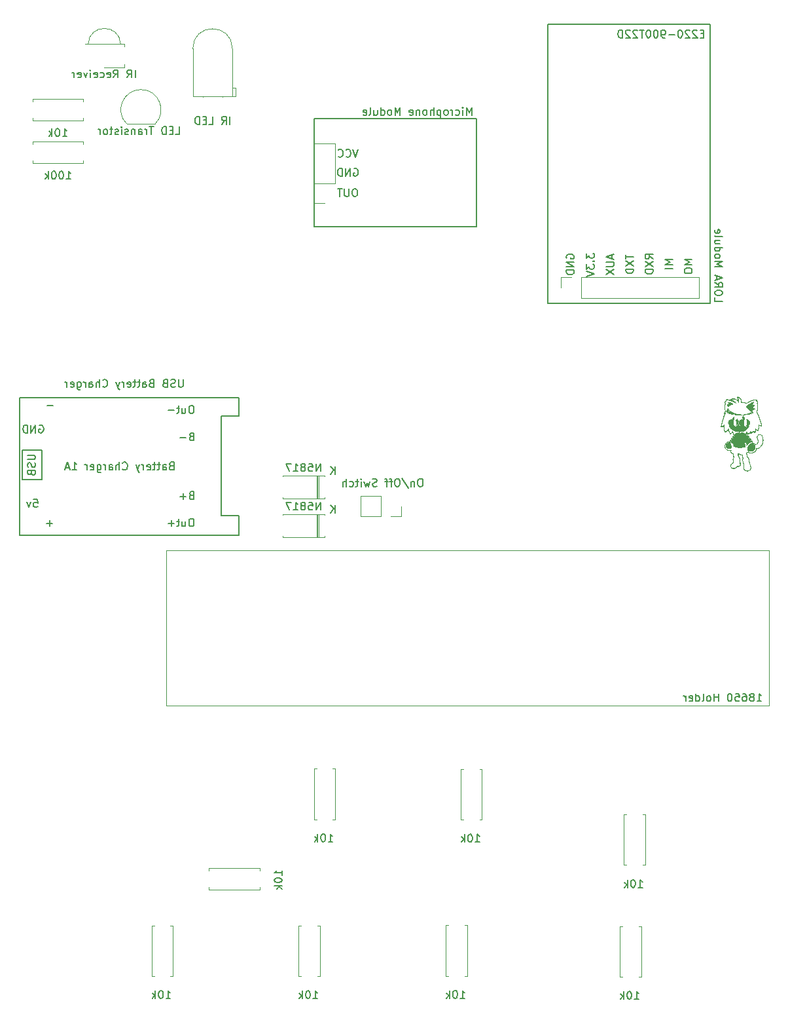
<source format=gbr>
%TF.GenerationSoftware,KiCad,Pcbnew,(6.0.4)*%
%TF.CreationDate,2023-05-02T15:22:56-04:00*%
%TF.ProjectId,Tomogatchi PCB,546f6d6f-6761-4746-9368-69205043422e,rev?*%
%TF.SameCoordinates,Original*%
%TF.FileFunction,Legend,Bot*%
%TF.FilePolarity,Positive*%
%FSLAX46Y46*%
G04 Gerber Fmt 4.6, Leading zero omitted, Abs format (unit mm)*
G04 Created by KiCad (PCBNEW (6.0.4)) date 2023-05-02 15:22:56*
%MOMM*%
%LPD*%
G01*
G04 APERTURE LIST*
%ADD10C,0.150000*%
%ADD11C,0.120000*%
G04 APERTURE END LIST*
D10*
X102385000Y-38000000D02*
X123385000Y-38000000D01*
X123385000Y-38000000D02*
X123385000Y-74000000D01*
X123385000Y-74000000D02*
X102385000Y-74000000D01*
X102385000Y-74000000D02*
X102385000Y-38000000D01*
X93118387Y-50126257D02*
X72118387Y-50126257D01*
X72118387Y-50126257D02*
X72118387Y-64126257D01*
X72118387Y-64126257D02*
X93118387Y-64126257D01*
X93118387Y-64126257D02*
X93118387Y-50126257D01*
X77833333Y-54122257D02*
X77500000Y-55122257D01*
X77166666Y-54122257D01*
X76261904Y-55027019D02*
X76309523Y-55074638D01*
X76452380Y-55122257D01*
X76547619Y-55122257D01*
X76690476Y-55074638D01*
X76785714Y-54979400D01*
X76833333Y-54884162D01*
X76880952Y-54693686D01*
X76880952Y-54550829D01*
X76833333Y-54360353D01*
X76785714Y-54265115D01*
X76690476Y-54169877D01*
X76547619Y-54122257D01*
X76452380Y-54122257D01*
X76309523Y-54169877D01*
X76261904Y-54217496D01*
X75261904Y-55027019D02*
X75309523Y-55074638D01*
X75452380Y-55122257D01*
X75547619Y-55122257D01*
X75690476Y-55074638D01*
X75785714Y-54979400D01*
X75833333Y-54884162D01*
X75880952Y-54693686D01*
X75880952Y-54550829D01*
X75833333Y-54360353D01*
X75785714Y-54265115D01*
X75690476Y-54169877D01*
X75547619Y-54122257D01*
X75452380Y-54122257D01*
X75309523Y-54169877D01*
X75261904Y-54217496D01*
X107340233Y-67556145D02*
X107340233Y-68175193D01*
X107721186Y-67841859D01*
X107721186Y-67984716D01*
X107768805Y-68079955D01*
X107816424Y-68127574D01*
X107911662Y-68175193D01*
X108149757Y-68175193D01*
X108244995Y-68127574D01*
X108292614Y-68079955D01*
X108340233Y-67984716D01*
X108340233Y-67699002D01*
X108292614Y-67603764D01*
X108244995Y-67556145D01*
X108244995Y-68603764D02*
X108292614Y-68651383D01*
X108340233Y-68603764D01*
X108292614Y-68556145D01*
X108244995Y-68603764D01*
X108340233Y-68603764D01*
X107340233Y-68984716D02*
X107340233Y-69603764D01*
X107721186Y-69270431D01*
X107721186Y-69413288D01*
X107768805Y-69508526D01*
X107816424Y-69556145D01*
X107911662Y-69603764D01*
X108149757Y-69603764D01*
X108244995Y-69556145D01*
X108292614Y-69508526D01*
X108340233Y-69413288D01*
X108340233Y-69127574D01*
X108292614Y-69032336D01*
X108244995Y-68984716D01*
X107340233Y-69889478D02*
X108340233Y-70222812D01*
X107340233Y-70556145D01*
X118507363Y-68372497D02*
X117507363Y-68372497D01*
X118221649Y-68705830D01*
X117507363Y-69039164D01*
X118507363Y-69039164D01*
X118507363Y-69515354D02*
X117507363Y-69515354D01*
X115965581Y-68277259D02*
X115489391Y-67943926D01*
X115965581Y-67705830D02*
X114965581Y-67705830D01*
X114965581Y-68086783D01*
X115013201Y-68182021D01*
X115060820Y-68229640D01*
X115156058Y-68277259D01*
X115298915Y-68277259D01*
X115394153Y-68229640D01*
X115441772Y-68182021D01*
X115489391Y-68086783D01*
X115489391Y-67705830D01*
X114965581Y-68610592D02*
X115965581Y-69277259D01*
X114965581Y-69277259D02*
X115965581Y-68610592D01*
X115965581Y-69658211D02*
X114965581Y-69658211D01*
X114965581Y-69896306D01*
X115013201Y-70039164D01*
X115108439Y-70134402D01*
X115203677Y-70182021D01*
X115394153Y-70229640D01*
X115537010Y-70229640D01*
X115727486Y-70182021D01*
X115822724Y-70134402D01*
X115917962Y-70039164D01*
X115965581Y-69896306D01*
X115965581Y-69658211D01*
X112452380Y-67738095D02*
X112452380Y-68309523D01*
X113452380Y-68023809D02*
X112452380Y-68023809D01*
X112452380Y-68547619D02*
X113452380Y-69214285D01*
X112452380Y-69214285D02*
X113452380Y-68547619D01*
X113452380Y-69595238D02*
X112452380Y-69595238D01*
X112452380Y-69833333D01*
X112500000Y-69976190D01*
X112595238Y-70071428D01*
X112690476Y-70119047D01*
X112880952Y-70166666D01*
X113023809Y-70166666D01*
X113214285Y-70119047D01*
X113309523Y-70071428D01*
X113404761Y-69976190D01*
X113452380Y-69833333D01*
X113452380Y-69595238D01*
X77500000Y-59227380D02*
X77309523Y-59227380D01*
X77214285Y-59275000D01*
X77119047Y-59370238D01*
X77071428Y-59560714D01*
X77071428Y-59894047D01*
X77119047Y-60084523D01*
X77214285Y-60179761D01*
X77309523Y-60227380D01*
X77500000Y-60227380D01*
X77595238Y-60179761D01*
X77690476Y-60084523D01*
X77738095Y-59894047D01*
X77738095Y-59560714D01*
X77690476Y-59370238D01*
X77595238Y-59275000D01*
X77500000Y-59227380D01*
X76642857Y-59227380D02*
X76642857Y-60036904D01*
X76595238Y-60132142D01*
X76547619Y-60179761D01*
X76452380Y-60227380D01*
X76261904Y-60227380D01*
X76166666Y-60179761D01*
X76119047Y-60132142D01*
X76071428Y-60036904D01*
X76071428Y-59227380D01*
X75738095Y-59227380D02*
X75166666Y-59227380D01*
X75452380Y-60227380D02*
X75452380Y-59227380D01*
X104801865Y-68226226D02*
X104754245Y-68130988D01*
X104754245Y-67988131D01*
X104801865Y-67845273D01*
X104897103Y-67750035D01*
X104992341Y-67702416D01*
X105182817Y-67654797D01*
X105325674Y-67654797D01*
X105516150Y-67702416D01*
X105611388Y-67750035D01*
X105706626Y-67845273D01*
X105754245Y-67988131D01*
X105754245Y-68083369D01*
X105706626Y-68226226D01*
X105659007Y-68273845D01*
X105325674Y-68273845D01*
X105325674Y-68083369D01*
X105754245Y-68702416D02*
X104754245Y-68702416D01*
X105754245Y-69273845D01*
X104754245Y-69273845D01*
X105754245Y-69750035D02*
X104754245Y-69750035D01*
X104754245Y-69988131D01*
X104801865Y-70130988D01*
X104897103Y-70226226D01*
X104992341Y-70273845D01*
X105182817Y-70321464D01*
X105325674Y-70321464D01*
X105516150Y-70273845D01*
X105611388Y-70226226D01*
X105706626Y-70130988D01*
X105754245Y-69988131D01*
X105754245Y-69750035D01*
X77261904Y-56626257D02*
X77357142Y-56578637D01*
X77500000Y-56578637D01*
X77642857Y-56626257D01*
X77738095Y-56721495D01*
X77785714Y-56816733D01*
X77833333Y-57007209D01*
X77833333Y-57150066D01*
X77785714Y-57340542D01*
X77738095Y-57435780D01*
X77642857Y-57531018D01*
X77500000Y-57578637D01*
X77404761Y-57578637D01*
X77261904Y-57531018D01*
X77214285Y-57483399D01*
X77214285Y-57150066D01*
X77404761Y-57150066D01*
X76785714Y-57578637D02*
X76785714Y-56578637D01*
X76214285Y-57578637D01*
X76214285Y-56578637D01*
X75738095Y-57578637D02*
X75738095Y-56578637D01*
X75500000Y-56578637D01*
X75357142Y-56626257D01*
X75261904Y-56721495D01*
X75214285Y-56816733D01*
X75166666Y-57007209D01*
X75166666Y-57150066D01*
X75214285Y-57340542D01*
X75261904Y-57435780D01*
X75357142Y-57531018D01*
X75500000Y-57578637D01*
X75738095Y-57578637D01*
X121027043Y-68396217D02*
X120027043Y-68396217D01*
X120741329Y-68729550D01*
X120027043Y-69062883D01*
X121027043Y-69062883D01*
X120027043Y-69729550D02*
X120027043Y-69920026D01*
X120074663Y-70015264D01*
X120169901Y-70110502D01*
X120360377Y-70158121D01*
X120693710Y-70158121D01*
X120884186Y-70110502D01*
X120979424Y-70015264D01*
X121027043Y-69920026D01*
X121027043Y-69729550D01*
X120979424Y-69634312D01*
X120884186Y-69539074D01*
X120693710Y-69491455D01*
X120360377Y-69491455D01*
X120169901Y-69539074D01*
X120074663Y-69634312D01*
X120027043Y-69729550D01*
X110640506Y-67772137D02*
X110640506Y-68248328D01*
X110926220Y-67676899D02*
X109926220Y-68010233D01*
X110926220Y-68343566D01*
X109926220Y-68676899D02*
X110735744Y-68676899D01*
X110830982Y-68724518D01*
X110878601Y-68772137D01*
X110926220Y-68867375D01*
X110926220Y-69057852D01*
X110878601Y-69153090D01*
X110830982Y-69200709D01*
X110735744Y-69248328D01*
X109926220Y-69248328D01*
X109926220Y-69629280D02*
X110926220Y-70295947D01*
X109926220Y-70295947D02*
X110926220Y-69629280D01*
X123958694Y-73287885D02*
X123958694Y-73764075D01*
X124958694Y-73764075D01*
X124958694Y-72764075D02*
X124958694Y-72573599D01*
X124911075Y-72478361D01*
X124815836Y-72383123D01*
X124625360Y-72335504D01*
X124292027Y-72335504D01*
X124101551Y-72383123D01*
X124006313Y-72478361D01*
X123958694Y-72573599D01*
X123958694Y-72764075D01*
X124006313Y-72859313D01*
X124101551Y-72954551D01*
X124292027Y-73002170D01*
X124625360Y-73002170D01*
X124815836Y-72954551D01*
X124911075Y-72859313D01*
X124958694Y-72764075D01*
X123958694Y-71335504D02*
X124434884Y-71668837D01*
X123958694Y-71906932D02*
X124958694Y-71906932D01*
X124958694Y-71525980D01*
X124911075Y-71430742D01*
X124863455Y-71383123D01*
X124768217Y-71335504D01*
X124625360Y-71335504D01*
X124530122Y-71383123D01*
X124482503Y-71430742D01*
X124434884Y-71525980D01*
X124434884Y-71906932D01*
X124244408Y-70954551D02*
X124244408Y-70478361D01*
X123958694Y-71049789D02*
X124958694Y-70716456D01*
X123958694Y-70383123D01*
X123958694Y-69287885D02*
X124958694Y-69287885D01*
X124244408Y-68954551D01*
X124958694Y-68621218D01*
X123958694Y-68621218D01*
X123958694Y-68002170D02*
X124006313Y-68097408D01*
X124053932Y-68145028D01*
X124149170Y-68192647D01*
X124434884Y-68192647D01*
X124530122Y-68145028D01*
X124577741Y-68097408D01*
X124625360Y-68002170D01*
X124625360Y-67859313D01*
X124577741Y-67764075D01*
X124530122Y-67716456D01*
X124434884Y-67668837D01*
X124149170Y-67668837D01*
X124053932Y-67716456D01*
X124006313Y-67764075D01*
X123958694Y-67859313D01*
X123958694Y-68002170D01*
X123958694Y-66811694D02*
X124958694Y-66811694D01*
X124006313Y-66811694D02*
X123958694Y-66906932D01*
X123958694Y-67097408D01*
X124006313Y-67192647D01*
X124053932Y-67240266D01*
X124149170Y-67287885D01*
X124434884Y-67287885D01*
X124530122Y-67240266D01*
X124577741Y-67192647D01*
X124625360Y-67097408D01*
X124625360Y-66906932D01*
X124577741Y-66811694D01*
X124625360Y-65906932D02*
X123958694Y-65906932D01*
X124625360Y-66335504D02*
X124101551Y-66335504D01*
X124006313Y-66287885D01*
X123958694Y-66192647D01*
X123958694Y-66049789D01*
X124006313Y-65954551D01*
X124053932Y-65906932D01*
X123958694Y-65287885D02*
X124006313Y-65383123D01*
X124101551Y-65430742D01*
X124958694Y-65430742D01*
X124006313Y-64525980D02*
X123958694Y-64621218D01*
X123958694Y-64811694D01*
X124006313Y-64906932D01*
X124101551Y-64954551D01*
X124482503Y-64954551D01*
X124577741Y-64906932D01*
X124625360Y-64811694D01*
X124625360Y-64621218D01*
X124577741Y-64525980D01*
X124482503Y-64478361D01*
X124387265Y-64478361D01*
X124292027Y-64954551D01*
%TO.C,10k*%
X71984072Y-163865221D02*
X72555500Y-163865221D01*
X72269786Y-163865221D02*
X72269786Y-162865221D01*
X72365024Y-163008079D01*
X72460262Y-163103317D01*
X72555500Y-163150936D01*
X71365024Y-162865221D02*
X71269786Y-162865221D01*
X71174548Y-162912841D01*
X71126929Y-162960460D01*
X71079310Y-163055698D01*
X71031691Y-163246174D01*
X71031691Y-163484269D01*
X71079310Y-163674745D01*
X71126929Y-163769983D01*
X71174548Y-163817602D01*
X71269786Y-163865221D01*
X71365024Y-163865221D01*
X71460262Y-163817602D01*
X71507881Y-163769983D01*
X71555500Y-163674745D01*
X71603119Y-163484269D01*
X71603119Y-163246174D01*
X71555500Y-163055698D01*
X71507881Y-162960460D01*
X71460262Y-162912841D01*
X71365024Y-162865221D01*
X70603119Y-163865221D02*
X70603119Y-162865221D01*
X70507881Y-163484269D02*
X70222167Y-163865221D01*
X70222167Y-163198555D02*
X70603119Y-163579507D01*
%TO.C,100k*%
X40071428Y-57952380D02*
X40642857Y-57952380D01*
X40357142Y-57952380D02*
X40357142Y-56952380D01*
X40452380Y-57095238D01*
X40547619Y-57190476D01*
X40642857Y-57238095D01*
X39452380Y-56952380D02*
X39357142Y-56952380D01*
X39261904Y-57000000D01*
X39214285Y-57047619D01*
X39166666Y-57142857D01*
X39119047Y-57333333D01*
X39119047Y-57571428D01*
X39166666Y-57761904D01*
X39214285Y-57857142D01*
X39261904Y-57904761D01*
X39357142Y-57952380D01*
X39452380Y-57952380D01*
X39547619Y-57904761D01*
X39595238Y-57857142D01*
X39642857Y-57761904D01*
X39690476Y-57571428D01*
X39690476Y-57333333D01*
X39642857Y-57142857D01*
X39595238Y-57047619D01*
X39547619Y-57000000D01*
X39452380Y-56952380D01*
X38500000Y-56952380D02*
X38404761Y-56952380D01*
X38309523Y-57000000D01*
X38261904Y-57047619D01*
X38214285Y-57142857D01*
X38166666Y-57333333D01*
X38166666Y-57571428D01*
X38214285Y-57761904D01*
X38261904Y-57857142D01*
X38309523Y-57904761D01*
X38404761Y-57952380D01*
X38500000Y-57952380D01*
X38595238Y-57904761D01*
X38642857Y-57857142D01*
X38690476Y-57761904D01*
X38738095Y-57571428D01*
X38738095Y-57333333D01*
X38690476Y-57142857D01*
X38642857Y-57047619D01*
X38595238Y-57000000D01*
X38500000Y-56952380D01*
X37738095Y-57952380D02*
X37738095Y-56952380D01*
X37642857Y-57571428D02*
X37357142Y-57952380D01*
X37357142Y-57285714D02*
X37738095Y-57666666D01*
%TO.C,N5817*%
X72940476Y-95732380D02*
X72940476Y-94732380D01*
X72369047Y-95732380D01*
X72369047Y-94732380D01*
X71416666Y-94732380D02*
X71892857Y-94732380D01*
X71940476Y-95208571D01*
X71892857Y-95160952D01*
X71797619Y-95113333D01*
X71559523Y-95113333D01*
X71464285Y-95160952D01*
X71416666Y-95208571D01*
X71369047Y-95303809D01*
X71369047Y-95541904D01*
X71416666Y-95637142D01*
X71464285Y-95684761D01*
X71559523Y-95732380D01*
X71797619Y-95732380D01*
X71892857Y-95684761D01*
X71940476Y-95637142D01*
X70797619Y-95160952D02*
X70892857Y-95113333D01*
X70940476Y-95065714D01*
X70988095Y-94970476D01*
X70988095Y-94922857D01*
X70940476Y-94827619D01*
X70892857Y-94780000D01*
X70797619Y-94732380D01*
X70607142Y-94732380D01*
X70511904Y-94780000D01*
X70464285Y-94827619D01*
X70416666Y-94922857D01*
X70416666Y-94970476D01*
X70464285Y-95065714D01*
X70511904Y-95113333D01*
X70607142Y-95160952D01*
X70797619Y-95160952D01*
X70892857Y-95208571D01*
X70940476Y-95256190D01*
X70988095Y-95351428D01*
X70988095Y-95541904D01*
X70940476Y-95637142D01*
X70892857Y-95684761D01*
X70797619Y-95732380D01*
X70607142Y-95732380D01*
X70511904Y-95684761D01*
X70464285Y-95637142D01*
X70416666Y-95541904D01*
X70416666Y-95351428D01*
X70464285Y-95256190D01*
X70511904Y-95208571D01*
X70607142Y-95160952D01*
X69464285Y-95732380D02*
X70035714Y-95732380D01*
X69750000Y-95732380D02*
X69750000Y-94732380D01*
X69845238Y-94875238D01*
X69940476Y-94970476D01*
X70035714Y-95018095D01*
X69130952Y-94732380D02*
X68464285Y-94732380D01*
X68892857Y-95732380D01*
X74821904Y-96102380D02*
X74821904Y-95102380D01*
X74250476Y-96102380D02*
X74679047Y-95530952D01*
X74250476Y-95102380D02*
X74821904Y-95673809D01*
%TO.C,IR LED*%
X61233095Y-50887380D02*
X61233095Y-49887380D01*
X60185476Y-50887380D02*
X60518809Y-50411190D01*
X60756904Y-50887380D02*
X60756904Y-49887380D01*
X60375952Y-49887380D01*
X60280714Y-49935000D01*
X60233095Y-49982619D01*
X60185476Y-50077857D01*
X60185476Y-50220714D01*
X60233095Y-50315952D01*
X60280714Y-50363571D01*
X60375952Y-50411190D01*
X60756904Y-50411190D01*
X58518809Y-50887380D02*
X58995000Y-50887380D01*
X58995000Y-49887380D01*
X58185476Y-50363571D02*
X57852142Y-50363571D01*
X57709285Y-50887380D02*
X58185476Y-50887380D01*
X58185476Y-49887380D01*
X57709285Y-49887380D01*
X57280714Y-50887380D02*
X57280714Y-49887380D01*
X57042619Y-49887380D01*
X56899761Y-49935000D01*
X56804523Y-50030238D01*
X56756904Y-50125476D01*
X56709285Y-50315952D01*
X56709285Y-50458809D01*
X56756904Y-50649285D01*
X56804523Y-50744523D01*
X56899761Y-50839761D01*
X57042619Y-50887380D01*
X57280714Y-50887380D01*
%TO.C,10k*%
X91030866Y-163834741D02*
X91602294Y-163834741D01*
X91316580Y-163834741D02*
X91316580Y-162834741D01*
X91411818Y-162977599D01*
X91507056Y-163072837D01*
X91602294Y-163120456D01*
X90411818Y-162834741D02*
X90316580Y-162834741D01*
X90221342Y-162882361D01*
X90173723Y-162929980D01*
X90126104Y-163025218D01*
X90078485Y-163215694D01*
X90078485Y-163453789D01*
X90126104Y-163644265D01*
X90173723Y-163739503D01*
X90221342Y-163787122D01*
X90316580Y-163834741D01*
X90411818Y-163834741D01*
X90507056Y-163787122D01*
X90554675Y-163739503D01*
X90602294Y-163644265D01*
X90649913Y-163453789D01*
X90649913Y-163215694D01*
X90602294Y-163025218D01*
X90554675Y-162929980D01*
X90507056Y-162882361D01*
X90411818Y-162834741D01*
X89649913Y-163834741D02*
X89649913Y-162834741D01*
X89554675Y-163453789D02*
X89268961Y-163834741D01*
X89268961Y-163168075D02*
X89649913Y-163549027D01*
X114056101Y-149512349D02*
X114627529Y-149512349D01*
X114341815Y-149512349D02*
X114341815Y-148512349D01*
X114437053Y-148655207D01*
X114532291Y-148750445D01*
X114627529Y-148798064D01*
X113437053Y-148512349D02*
X113341815Y-148512349D01*
X113246577Y-148559969D01*
X113198958Y-148607588D01*
X113151339Y-148702826D01*
X113103720Y-148893302D01*
X113103720Y-149131397D01*
X113151339Y-149321873D01*
X113198958Y-149417111D01*
X113246577Y-149464730D01*
X113341815Y-149512349D01*
X113437053Y-149512349D01*
X113532291Y-149464730D01*
X113579910Y-149417111D01*
X113627529Y-149321873D01*
X113675148Y-149131397D01*
X113675148Y-148893302D01*
X113627529Y-148702826D01*
X113579910Y-148607588D01*
X113532291Y-148559969D01*
X113437053Y-148512349D01*
X112675148Y-149512349D02*
X112675148Y-148512349D01*
X112579910Y-149131397D02*
X112294196Y-149512349D01*
X112294196Y-148845683D02*
X112675148Y-149226635D01*
%TO.C,N5817*%
X72940476Y-100732380D02*
X72940476Y-99732380D01*
X72369047Y-100732380D01*
X72369047Y-99732380D01*
X71416666Y-99732380D02*
X71892857Y-99732380D01*
X71940476Y-100208571D01*
X71892857Y-100160952D01*
X71797619Y-100113333D01*
X71559523Y-100113333D01*
X71464285Y-100160952D01*
X71416666Y-100208571D01*
X71369047Y-100303809D01*
X71369047Y-100541904D01*
X71416666Y-100637142D01*
X71464285Y-100684761D01*
X71559523Y-100732380D01*
X71797619Y-100732380D01*
X71892857Y-100684761D01*
X71940476Y-100637142D01*
X70797619Y-100160952D02*
X70892857Y-100113333D01*
X70940476Y-100065714D01*
X70988095Y-99970476D01*
X70988095Y-99922857D01*
X70940476Y-99827619D01*
X70892857Y-99780000D01*
X70797619Y-99732380D01*
X70607142Y-99732380D01*
X70511904Y-99780000D01*
X70464285Y-99827619D01*
X70416666Y-99922857D01*
X70416666Y-99970476D01*
X70464285Y-100065714D01*
X70511904Y-100113333D01*
X70607142Y-100160952D01*
X70797619Y-100160952D01*
X70892857Y-100208571D01*
X70940476Y-100256190D01*
X70988095Y-100351428D01*
X70988095Y-100541904D01*
X70940476Y-100637142D01*
X70892857Y-100684761D01*
X70797619Y-100732380D01*
X70607142Y-100732380D01*
X70511904Y-100684761D01*
X70464285Y-100637142D01*
X70416666Y-100541904D01*
X70416666Y-100351428D01*
X70464285Y-100256190D01*
X70511904Y-100208571D01*
X70607142Y-100160952D01*
X69464285Y-100732380D02*
X70035714Y-100732380D01*
X69750000Y-100732380D02*
X69750000Y-99732380D01*
X69845238Y-99875238D01*
X69940476Y-99970476D01*
X70035714Y-100018095D01*
X69130952Y-99732380D02*
X68464285Y-99732380D01*
X68892857Y-100732380D01*
X74821904Y-101102380D02*
X74821904Y-100102380D01*
X74250476Y-101102380D02*
X74679047Y-100530952D01*
X74250476Y-100102380D02*
X74821904Y-100673809D01*
%TO.C,10k*%
X52975548Y-163844289D02*
X53546976Y-163844289D01*
X53261262Y-163844289D02*
X53261262Y-162844289D01*
X53356500Y-162987147D01*
X53451738Y-163082385D01*
X53546976Y-163130004D01*
X52356500Y-162844289D02*
X52261262Y-162844289D01*
X52166024Y-162891909D01*
X52118405Y-162939528D01*
X52070786Y-163034766D01*
X52023167Y-163225242D01*
X52023167Y-163463337D01*
X52070786Y-163653813D01*
X52118405Y-163749051D01*
X52166024Y-163796670D01*
X52261262Y-163844289D01*
X52356500Y-163844289D01*
X52451738Y-163796670D01*
X52499357Y-163749051D01*
X52546976Y-163653813D01*
X52594595Y-163463337D01*
X52594595Y-163225242D01*
X52546976Y-163034766D01*
X52499357Y-162939528D01*
X52451738Y-162891909D01*
X52356500Y-162844289D01*
X51594595Y-163844289D02*
X51594595Y-162844289D01*
X51499357Y-163463337D02*
X51213643Y-163844289D01*
X51213643Y-163177623D02*
X51594595Y-163558575D01*
X67970217Y-147921854D02*
X67970217Y-147350426D01*
X67970217Y-147636140D02*
X66970217Y-147636140D01*
X67113075Y-147540902D01*
X67208313Y-147445664D01*
X67255932Y-147350426D01*
X66970217Y-148540902D02*
X66970217Y-148636140D01*
X67017837Y-148731378D01*
X67065456Y-148778997D01*
X67160694Y-148826616D01*
X67351170Y-148874235D01*
X67589265Y-148874235D01*
X67779741Y-148826616D01*
X67874979Y-148778997D01*
X67922598Y-148731378D01*
X67970217Y-148636140D01*
X67970217Y-148540902D01*
X67922598Y-148445664D01*
X67874979Y-148398045D01*
X67779741Y-148350426D01*
X67589265Y-148302807D01*
X67351170Y-148302807D01*
X67160694Y-148350426D01*
X67065456Y-148398045D01*
X67017837Y-148445664D01*
X66970217Y-148540902D01*
X67970217Y-149302807D02*
X66970217Y-149302807D01*
X67589265Y-149398045D02*
X67970217Y-149683759D01*
X67303551Y-149683759D02*
X67684503Y-149302807D01*
%TO.C,USB Battery Charger*%
X55171428Y-83852380D02*
X55171428Y-84661904D01*
X55123809Y-84757142D01*
X55076190Y-84804761D01*
X54980952Y-84852380D01*
X54790476Y-84852380D01*
X54695238Y-84804761D01*
X54647619Y-84757142D01*
X54600000Y-84661904D01*
X54600000Y-83852380D01*
X54171428Y-84804761D02*
X54028571Y-84852380D01*
X53790476Y-84852380D01*
X53695238Y-84804761D01*
X53647619Y-84757142D01*
X53600000Y-84661904D01*
X53600000Y-84566666D01*
X53647619Y-84471428D01*
X53695238Y-84423809D01*
X53790476Y-84376190D01*
X53980952Y-84328571D01*
X54076190Y-84280952D01*
X54123809Y-84233333D01*
X54171428Y-84138095D01*
X54171428Y-84042857D01*
X54123809Y-83947619D01*
X54076190Y-83900000D01*
X53980952Y-83852380D01*
X53742857Y-83852380D01*
X53600000Y-83900000D01*
X52838095Y-84328571D02*
X52695238Y-84376190D01*
X52647619Y-84423809D01*
X52600000Y-84519047D01*
X52600000Y-84661904D01*
X52647619Y-84757142D01*
X52695238Y-84804761D01*
X52790476Y-84852380D01*
X53171428Y-84852380D01*
X53171428Y-83852380D01*
X52838095Y-83852380D01*
X52742857Y-83900000D01*
X52695238Y-83947619D01*
X52647619Y-84042857D01*
X52647619Y-84138095D01*
X52695238Y-84233333D01*
X52742857Y-84280952D01*
X52838095Y-84328571D01*
X53171428Y-84328571D01*
X51076190Y-84328571D02*
X50933333Y-84376190D01*
X50885714Y-84423809D01*
X50838095Y-84519047D01*
X50838095Y-84661904D01*
X50885714Y-84757142D01*
X50933333Y-84804761D01*
X51028571Y-84852380D01*
X51409523Y-84852380D01*
X51409523Y-83852380D01*
X51076190Y-83852380D01*
X50980952Y-83900000D01*
X50933333Y-83947619D01*
X50885714Y-84042857D01*
X50885714Y-84138095D01*
X50933333Y-84233333D01*
X50980952Y-84280952D01*
X51076190Y-84328571D01*
X51409523Y-84328571D01*
X49980952Y-84852380D02*
X49980952Y-84328571D01*
X50028571Y-84233333D01*
X50123809Y-84185714D01*
X50314285Y-84185714D01*
X50409523Y-84233333D01*
X49980952Y-84804761D02*
X50076190Y-84852380D01*
X50314285Y-84852380D01*
X50409523Y-84804761D01*
X50457142Y-84709523D01*
X50457142Y-84614285D01*
X50409523Y-84519047D01*
X50314285Y-84471428D01*
X50076190Y-84471428D01*
X49980952Y-84423809D01*
X49647619Y-84185714D02*
X49266666Y-84185714D01*
X49504761Y-83852380D02*
X49504761Y-84709523D01*
X49457142Y-84804761D01*
X49361904Y-84852380D01*
X49266666Y-84852380D01*
X49076190Y-84185714D02*
X48695238Y-84185714D01*
X48933333Y-83852380D02*
X48933333Y-84709523D01*
X48885714Y-84804761D01*
X48790476Y-84852380D01*
X48695238Y-84852380D01*
X47980952Y-84804761D02*
X48076190Y-84852380D01*
X48266666Y-84852380D01*
X48361904Y-84804761D01*
X48409523Y-84709523D01*
X48409523Y-84328571D01*
X48361904Y-84233333D01*
X48266666Y-84185714D01*
X48076190Y-84185714D01*
X47980952Y-84233333D01*
X47933333Y-84328571D01*
X47933333Y-84423809D01*
X48409523Y-84519047D01*
X47504761Y-84852380D02*
X47504761Y-84185714D01*
X47504761Y-84376190D02*
X47457142Y-84280952D01*
X47409523Y-84233333D01*
X47314285Y-84185714D01*
X47219047Y-84185714D01*
X46980952Y-84185714D02*
X46742857Y-84852380D01*
X46504761Y-84185714D02*
X46742857Y-84852380D01*
X46838095Y-85090476D01*
X46885714Y-85138095D01*
X46980952Y-85185714D01*
X44790476Y-84757142D02*
X44838095Y-84804761D01*
X44980952Y-84852380D01*
X45076190Y-84852380D01*
X45219047Y-84804761D01*
X45314285Y-84709523D01*
X45361904Y-84614285D01*
X45409523Y-84423809D01*
X45409523Y-84280952D01*
X45361904Y-84090476D01*
X45314285Y-83995238D01*
X45219047Y-83900000D01*
X45076190Y-83852380D01*
X44980952Y-83852380D01*
X44838095Y-83900000D01*
X44790476Y-83947619D01*
X44361904Y-84852380D02*
X44361904Y-83852380D01*
X43933333Y-84852380D02*
X43933333Y-84328571D01*
X43980952Y-84233333D01*
X44076190Y-84185714D01*
X44219047Y-84185714D01*
X44314285Y-84233333D01*
X44361904Y-84280952D01*
X43028571Y-84852380D02*
X43028571Y-84328571D01*
X43076190Y-84233333D01*
X43171428Y-84185714D01*
X43361904Y-84185714D01*
X43457142Y-84233333D01*
X43028571Y-84804761D02*
X43123809Y-84852380D01*
X43361904Y-84852380D01*
X43457142Y-84804761D01*
X43504761Y-84709523D01*
X43504761Y-84614285D01*
X43457142Y-84519047D01*
X43361904Y-84471428D01*
X43123809Y-84471428D01*
X43028571Y-84423809D01*
X42552380Y-84852380D02*
X42552380Y-84185714D01*
X42552380Y-84376190D02*
X42504761Y-84280952D01*
X42457142Y-84233333D01*
X42361904Y-84185714D01*
X42266666Y-84185714D01*
X41504761Y-84185714D02*
X41504761Y-84995238D01*
X41552380Y-85090476D01*
X41600000Y-85138095D01*
X41695238Y-85185714D01*
X41838095Y-85185714D01*
X41933333Y-85138095D01*
X41504761Y-84804761D02*
X41600000Y-84852380D01*
X41790476Y-84852380D01*
X41885714Y-84804761D01*
X41933333Y-84757142D01*
X41980952Y-84661904D01*
X41980952Y-84376190D01*
X41933333Y-84280952D01*
X41885714Y-84233333D01*
X41790476Y-84185714D01*
X41600000Y-84185714D01*
X41504761Y-84233333D01*
X40647619Y-84804761D02*
X40742857Y-84852380D01*
X40933333Y-84852380D01*
X41028571Y-84804761D01*
X41076190Y-84709523D01*
X41076190Y-84328571D01*
X41028571Y-84233333D01*
X40933333Y-84185714D01*
X40742857Y-84185714D01*
X40647619Y-84233333D01*
X40600000Y-84328571D01*
X40600000Y-84423809D01*
X41076190Y-84519047D01*
X40171428Y-84852380D02*
X40171428Y-84185714D01*
X40171428Y-84376190D02*
X40123809Y-84280952D01*
X40076190Y-84233333D01*
X39980952Y-84185714D01*
X39885714Y-84185714D01*
X36561904Y-89800000D02*
X36657142Y-89752380D01*
X36800000Y-89752380D01*
X36942857Y-89800000D01*
X37038095Y-89895238D01*
X37085714Y-89990476D01*
X37133333Y-90180952D01*
X37133333Y-90323809D01*
X37085714Y-90514285D01*
X37038095Y-90609523D01*
X36942857Y-90704761D01*
X36800000Y-90752380D01*
X36704761Y-90752380D01*
X36561904Y-90704761D01*
X36514285Y-90657142D01*
X36514285Y-90323809D01*
X36704761Y-90323809D01*
X36085714Y-90752380D02*
X36085714Y-89752380D01*
X35514285Y-90752380D01*
X35514285Y-89752380D01*
X35038095Y-90752380D02*
X35038095Y-89752380D01*
X34800000Y-89752380D01*
X34657142Y-89800000D01*
X34561904Y-89895238D01*
X34514285Y-89990476D01*
X34466666Y-90180952D01*
X34466666Y-90323809D01*
X34514285Y-90514285D01*
X34561904Y-90609523D01*
X34657142Y-90704761D01*
X34800000Y-90752380D01*
X35038095Y-90752380D01*
X56352380Y-101852380D02*
X56161904Y-101852380D01*
X56066666Y-101900000D01*
X55971428Y-101995238D01*
X55923809Y-102185714D01*
X55923809Y-102519047D01*
X55971428Y-102709523D01*
X56066666Y-102804761D01*
X56161904Y-102852380D01*
X56352380Y-102852380D01*
X56447619Y-102804761D01*
X56542857Y-102709523D01*
X56590476Y-102519047D01*
X56590476Y-102185714D01*
X56542857Y-101995238D01*
X56447619Y-101900000D01*
X56352380Y-101852380D01*
X55066666Y-102185714D02*
X55066666Y-102852380D01*
X55495238Y-102185714D02*
X55495238Y-102709523D01*
X55447619Y-102804761D01*
X55352380Y-102852380D01*
X55209523Y-102852380D01*
X55114285Y-102804761D01*
X55066666Y-102757142D01*
X54733333Y-102185714D02*
X54352380Y-102185714D01*
X54590476Y-101852380D02*
X54590476Y-102709523D01*
X54542857Y-102804761D01*
X54447619Y-102852380D01*
X54352380Y-102852380D01*
X54019047Y-102471428D02*
X53257142Y-102471428D01*
X53638095Y-102852380D02*
X53638095Y-102090476D01*
X35052380Y-93638095D02*
X35861904Y-93638095D01*
X35957142Y-93685714D01*
X36004761Y-93733333D01*
X36052380Y-93828571D01*
X36052380Y-94019047D01*
X36004761Y-94114285D01*
X35957142Y-94161904D01*
X35861904Y-94209523D01*
X35052380Y-94209523D01*
X36004761Y-94638095D02*
X36052380Y-94780952D01*
X36052380Y-95019047D01*
X36004761Y-95114285D01*
X35957142Y-95161904D01*
X35861904Y-95209523D01*
X35766666Y-95209523D01*
X35671428Y-95161904D01*
X35623809Y-95114285D01*
X35576190Y-95019047D01*
X35528571Y-94828571D01*
X35480952Y-94733333D01*
X35433333Y-94685714D01*
X35338095Y-94638095D01*
X35242857Y-94638095D01*
X35147619Y-94685714D01*
X35100000Y-94733333D01*
X35052380Y-94828571D01*
X35052380Y-95066666D01*
X35100000Y-95209523D01*
X35528571Y-95971428D02*
X35576190Y-96114285D01*
X35623809Y-96161904D01*
X35719047Y-96209523D01*
X35861904Y-96209523D01*
X35957142Y-96161904D01*
X36004761Y-96114285D01*
X36052380Y-96019047D01*
X36052380Y-95638095D01*
X35052380Y-95638095D01*
X35052380Y-95971428D01*
X35100000Y-96066666D01*
X35147619Y-96114285D01*
X35242857Y-96161904D01*
X35338095Y-96161904D01*
X35433333Y-96114285D01*
X35480952Y-96066666D01*
X35528571Y-95971428D01*
X35528571Y-95638095D01*
X35842857Y-99352380D02*
X36319047Y-99352380D01*
X36366666Y-99828571D01*
X36319047Y-99780952D01*
X36223809Y-99733333D01*
X35985714Y-99733333D01*
X35890476Y-99780952D01*
X35842857Y-99828571D01*
X35795238Y-99923809D01*
X35795238Y-100161904D01*
X35842857Y-100257142D01*
X35890476Y-100304761D01*
X35985714Y-100352380D01*
X36223809Y-100352380D01*
X36319047Y-100304761D01*
X36366666Y-100257142D01*
X35461904Y-99685714D02*
X35223809Y-100352380D01*
X34985714Y-99685714D01*
X56247619Y-98828571D02*
X56104761Y-98876190D01*
X56057142Y-98923809D01*
X56009523Y-99019047D01*
X56009523Y-99161904D01*
X56057142Y-99257142D01*
X56104761Y-99304761D01*
X56200000Y-99352380D01*
X56580952Y-99352380D01*
X56580952Y-98352380D01*
X56247619Y-98352380D01*
X56152380Y-98400000D01*
X56104761Y-98447619D01*
X56057142Y-98542857D01*
X56057142Y-98638095D01*
X56104761Y-98733333D01*
X56152380Y-98780952D01*
X56247619Y-98828571D01*
X56580952Y-98828571D01*
X55580952Y-98971428D02*
X54819047Y-98971428D01*
X55200000Y-99352380D02*
X55200000Y-98590476D01*
X56352380Y-87252380D02*
X56161904Y-87252380D01*
X56066666Y-87300000D01*
X55971428Y-87395238D01*
X55923809Y-87585714D01*
X55923809Y-87919047D01*
X55971428Y-88109523D01*
X56066666Y-88204761D01*
X56161904Y-88252380D01*
X56352380Y-88252380D01*
X56447619Y-88204761D01*
X56542857Y-88109523D01*
X56590476Y-87919047D01*
X56590476Y-87585714D01*
X56542857Y-87395238D01*
X56447619Y-87300000D01*
X56352380Y-87252380D01*
X55066666Y-87585714D02*
X55066666Y-88252380D01*
X55495238Y-87585714D02*
X55495238Y-88109523D01*
X55447619Y-88204761D01*
X55352380Y-88252380D01*
X55209523Y-88252380D01*
X55114285Y-88204761D01*
X55066666Y-88157142D01*
X54733333Y-87585714D02*
X54352380Y-87585714D01*
X54590476Y-87252380D02*
X54590476Y-88109523D01*
X54542857Y-88204761D01*
X54447619Y-88252380D01*
X54352380Y-88252380D01*
X54019047Y-87871428D02*
X53257142Y-87871428D01*
X56247619Y-91228571D02*
X56104761Y-91276190D01*
X56057142Y-91323809D01*
X56009523Y-91419047D01*
X56009523Y-91561904D01*
X56057142Y-91657142D01*
X56104761Y-91704761D01*
X56200000Y-91752380D01*
X56580952Y-91752380D01*
X56580952Y-90752380D01*
X56247619Y-90752380D01*
X56152380Y-90800000D01*
X56104761Y-90847619D01*
X56057142Y-90942857D01*
X56057142Y-91038095D01*
X56104761Y-91133333D01*
X56152380Y-91180952D01*
X56247619Y-91228571D01*
X56580952Y-91228571D01*
X55580952Y-91371428D02*
X54819047Y-91371428D01*
X38280952Y-102471428D02*
X37519047Y-102471428D01*
X37900000Y-102852380D02*
X37900000Y-102090476D01*
X38380952Y-87271428D02*
X37619047Y-87271428D01*
X53642857Y-95028571D02*
X53500000Y-95076190D01*
X53452380Y-95123809D01*
X53404761Y-95219047D01*
X53404761Y-95361904D01*
X53452380Y-95457142D01*
X53500000Y-95504761D01*
X53595238Y-95552380D01*
X53976190Y-95552380D01*
X53976190Y-94552380D01*
X53642857Y-94552380D01*
X53547619Y-94600000D01*
X53500000Y-94647619D01*
X53452380Y-94742857D01*
X53452380Y-94838095D01*
X53500000Y-94933333D01*
X53547619Y-94980952D01*
X53642857Y-95028571D01*
X53976190Y-95028571D01*
X52547619Y-95552380D02*
X52547619Y-95028571D01*
X52595238Y-94933333D01*
X52690476Y-94885714D01*
X52880952Y-94885714D01*
X52976190Y-94933333D01*
X52547619Y-95504761D02*
X52642857Y-95552380D01*
X52880952Y-95552380D01*
X52976190Y-95504761D01*
X53023809Y-95409523D01*
X53023809Y-95314285D01*
X52976190Y-95219047D01*
X52880952Y-95171428D01*
X52642857Y-95171428D01*
X52547619Y-95123809D01*
X52214285Y-94885714D02*
X51833333Y-94885714D01*
X52071428Y-94552380D02*
X52071428Y-95409523D01*
X52023809Y-95504761D01*
X51928571Y-95552380D01*
X51833333Y-95552380D01*
X51642857Y-94885714D02*
X51261904Y-94885714D01*
X51500000Y-94552380D02*
X51500000Y-95409523D01*
X51452380Y-95504761D01*
X51357142Y-95552380D01*
X51261904Y-95552380D01*
X50547619Y-95504761D02*
X50642857Y-95552380D01*
X50833333Y-95552380D01*
X50928571Y-95504761D01*
X50976190Y-95409523D01*
X50976190Y-95028571D01*
X50928571Y-94933333D01*
X50833333Y-94885714D01*
X50642857Y-94885714D01*
X50547619Y-94933333D01*
X50500000Y-95028571D01*
X50500000Y-95123809D01*
X50976190Y-95219047D01*
X50071428Y-95552380D02*
X50071428Y-94885714D01*
X50071428Y-95076190D02*
X50023809Y-94980952D01*
X49976190Y-94933333D01*
X49880952Y-94885714D01*
X49785714Y-94885714D01*
X49547619Y-94885714D02*
X49309523Y-95552380D01*
X49071428Y-94885714D02*
X49309523Y-95552380D01*
X49404761Y-95790476D01*
X49452380Y-95838095D01*
X49547619Y-95885714D01*
X47357142Y-95457142D02*
X47404761Y-95504761D01*
X47547619Y-95552380D01*
X47642857Y-95552380D01*
X47785714Y-95504761D01*
X47880952Y-95409523D01*
X47928571Y-95314285D01*
X47976190Y-95123809D01*
X47976190Y-94980952D01*
X47928571Y-94790476D01*
X47880952Y-94695238D01*
X47785714Y-94600000D01*
X47642857Y-94552380D01*
X47547619Y-94552380D01*
X47404761Y-94600000D01*
X47357142Y-94647619D01*
X46928571Y-95552380D02*
X46928571Y-94552380D01*
X46500000Y-95552380D02*
X46500000Y-95028571D01*
X46547619Y-94933333D01*
X46642857Y-94885714D01*
X46785714Y-94885714D01*
X46880952Y-94933333D01*
X46928571Y-94980952D01*
X45595238Y-95552380D02*
X45595238Y-95028571D01*
X45642857Y-94933333D01*
X45738095Y-94885714D01*
X45928571Y-94885714D01*
X46023809Y-94933333D01*
X45595238Y-95504761D02*
X45690476Y-95552380D01*
X45928571Y-95552380D01*
X46023809Y-95504761D01*
X46071428Y-95409523D01*
X46071428Y-95314285D01*
X46023809Y-95219047D01*
X45928571Y-95171428D01*
X45690476Y-95171428D01*
X45595238Y-95123809D01*
X45119047Y-95552380D02*
X45119047Y-94885714D01*
X45119047Y-95076190D02*
X45071428Y-94980952D01*
X45023809Y-94933333D01*
X44928571Y-94885714D01*
X44833333Y-94885714D01*
X44071428Y-94885714D02*
X44071428Y-95695238D01*
X44119047Y-95790476D01*
X44166666Y-95838095D01*
X44261904Y-95885714D01*
X44404761Y-95885714D01*
X44500000Y-95838095D01*
X44071428Y-95504761D02*
X44166666Y-95552380D01*
X44357142Y-95552380D01*
X44452380Y-95504761D01*
X44500000Y-95457142D01*
X44547619Y-95361904D01*
X44547619Y-95076190D01*
X44500000Y-94980952D01*
X44452380Y-94933333D01*
X44357142Y-94885714D01*
X44166666Y-94885714D01*
X44071428Y-94933333D01*
X43214285Y-95504761D02*
X43309523Y-95552380D01*
X43500000Y-95552380D01*
X43595238Y-95504761D01*
X43642857Y-95409523D01*
X43642857Y-95028571D01*
X43595238Y-94933333D01*
X43500000Y-94885714D01*
X43309523Y-94885714D01*
X43214285Y-94933333D01*
X43166666Y-95028571D01*
X43166666Y-95123809D01*
X43642857Y-95219047D01*
X42738095Y-95552380D02*
X42738095Y-94885714D01*
X42738095Y-95076190D02*
X42690476Y-94980952D01*
X42642857Y-94933333D01*
X42547619Y-94885714D01*
X42452380Y-94885714D01*
X40833333Y-95552380D02*
X41404761Y-95552380D01*
X41119047Y-95552380D02*
X41119047Y-94552380D01*
X41214285Y-94695238D01*
X41309523Y-94790476D01*
X41404761Y-94838095D01*
X40452380Y-95266666D02*
X39976190Y-95266666D01*
X40547619Y-95552380D02*
X40214285Y-94552380D01*
X39880952Y-95552380D01*
%TO.C,IR Receiver*%
X48983809Y-44852380D02*
X48983809Y-43852380D01*
X47936190Y-44852380D02*
X48269523Y-44376190D01*
X48507619Y-44852380D02*
X48507619Y-43852380D01*
X48126666Y-43852380D01*
X48031428Y-43900000D01*
X47983809Y-43947619D01*
X47936190Y-44042857D01*
X47936190Y-44185714D01*
X47983809Y-44280952D01*
X48031428Y-44328571D01*
X48126666Y-44376190D01*
X48507619Y-44376190D01*
X46174285Y-44852380D02*
X46507619Y-44376190D01*
X46745714Y-44852380D02*
X46745714Y-43852380D01*
X46364761Y-43852380D01*
X46269523Y-43900000D01*
X46221904Y-43947619D01*
X46174285Y-44042857D01*
X46174285Y-44185714D01*
X46221904Y-44280952D01*
X46269523Y-44328571D01*
X46364761Y-44376190D01*
X46745714Y-44376190D01*
X45364761Y-44804761D02*
X45460000Y-44852380D01*
X45650476Y-44852380D01*
X45745714Y-44804761D01*
X45793333Y-44709523D01*
X45793333Y-44328571D01*
X45745714Y-44233333D01*
X45650476Y-44185714D01*
X45460000Y-44185714D01*
X45364761Y-44233333D01*
X45317142Y-44328571D01*
X45317142Y-44423809D01*
X45793333Y-44519047D01*
X44460000Y-44804761D02*
X44555238Y-44852380D01*
X44745714Y-44852380D01*
X44840952Y-44804761D01*
X44888571Y-44757142D01*
X44936190Y-44661904D01*
X44936190Y-44376190D01*
X44888571Y-44280952D01*
X44840952Y-44233333D01*
X44745714Y-44185714D01*
X44555238Y-44185714D01*
X44460000Y-44233333D01*
X43650476Y-44804761D02*
X43745714Y-44852380D01*
X43936190Y-44852380D01*
X44031428Y-44804761D01*
X44079047Y-44709523D01*
X44079047Y-44328571D01*
X44031428Y-44233333D01*
X43936190Y-44185714D01*
X43745714Y-44185714D01*
X43650476Y-44233333D01*
X43602857Y-44328571D01*
X43602857Y-44423809D01*
X44079047Y-44519047D01*
X43174285Y-44852380D02*
X43174285Y-44185714D01*
X43174285Y-43852380D02*
X43221904Y-43900000D01*
X43174285Y-43947619D01*
X43126666Y-43900000D01*
X43174285Y-43852380D01*
X43174285Y-43947619D01*
X42793333Y-44185714D02*
X42555238Y-44852380D01*
X42317142Y-44185714D01*
X41555238Y-44804761D02*
X41650476Y-44852380D01*
X41840952Y-44852380D01*
X41936190Y-44804761D01*
X41983809Y-44709523D01*
X41983809Y-44328571D01*
X41936190Y-44233333D01*
X41840952Y-44185714D01*
X41650476Y-44185714D01*
X41555238Y-44233333D01*
X41507619Y-44328571D01*
X41507619Y-44423809D01*
X41983809Y-44519047D01*
X41079047Y-44852380D02*
X41079047Y-44185714D01*
X41079047Y-44376190D02*
X41031428Y-44280952D01*
X40983809Y-44233333D01*
X40888571Y-44185714D01*
X40793333Y-44185714D01*
%TO.C,10k*%
X73973294Y-143594415D02*
X74544722Y-143594415D01*
X74259008Y-143594415D02*
X74259008Y-142594415D01*
X74354246Y-142737273D01*
X74449484Y-142832511D01*
X74544722Y-142880130D01*
X73354246Y-142594415D02*
X73259008Y-142594415D01*
X73163770Y-142642035D01*
X73116151Y-142689654D01*
X73068532Y-142784892D01*
X73020913Y-142975368D01*
X73020913Y-143213463D01*
X73068532Y-143403939D01*
X73116151Y-143499177D01*
X73163770Y-143546796D01*
X73259008Y-143594415D01*
X73354246Y-143594415D01*
X73449484Y-143546796D01*
X73497103Y-143499177D01*
X73544722Y-143403939D01*
X73592341Y-143213463D01*
X73592341Y-142975368D01*
X73544722Y-142784892D01*
X73497103Y-142689654D01*
X73449484Y-142642035D01*
X73354246Y-142594415D01*
X72592341Y-143594415D02*
X72592341Y-142594415D01*
X72497103Y-143213463D02*
X72211389Y-143594415D01*
X72211389Y-142927749D02*
X72592341Y-143308701D01*
X39595238Y-52452380D02*
X40166666Y-52452380D01*
X39880952Y-52452380D02*
X39880952Y-51452380D01*
X39976190Y-51595238D01*
X40071428Y-51690476D01*
X40166666Y-51738095D01*
X38976190Y-51452380D02*
X38880952Y-51452380D01*
X38785714Y-51500000D01*
X38738095Y-51547619D01*
X38690476Y-51642857D01*
X38642857Y-51833333D01*
X38642857Y-52071428D01*
X38690476Y-52261904D01*
X38738095Y-52357142D01*
X38785714Y-52404761D01*
X38880952Y-52452380D01*
X38976190Y-52452380D01*
X39071428Y-52404761D01*
X39119047Y-52357142D01*
X39166666Y-52261904D01*
X39214285Y-52071428D01*
X39214285Y-51833333D01*
X39166666Y-51642857D01*
X39119047Y-51547619D01*
X39071428Y-51500000D01*
X38976190Y-51452380D01*
X38214285Y-52452380D02*
X38214285Y-51452380D01*
X38119047Y-52071428D02*
X37833333Y-52452380D01*
X37833333Y-51785714D02*
X38214285Y-52166666D01*
X92970356Y-143644146D02*
X93541784Y-143644146D01*
X93256070Y-143644146D02*
X93256070Y-142644146D01*
X93351308Y-142787004D01*
X93446546Y-142882242D01*
X93541784Y-142929861D01*
X92351308Y-142644146D02*
X92256070Y-142644146D01*
X92160832Y-142691766D01*
X92113213Y-142739385D01*
X92065594Y-142834623D01*
X92017975Y-143025099D01*
X92017975Y-143263194D01*
X92065594Y-143453670D01*
X92113213Y-143548908D01*
X92160832Y-143596527D01*
X92256070Y-143644146D01*
X92351308Y-143644146D01*
X92446546Y-143596527D01*
X92494165Y-143548908D01*
X92541784Y-143453670D01*
X92589403Y-143263194D01*
X92589403Y-143025099D01*
X92541784Y-142834623D01*
X92494165Y-142739385D01*
X92446546Y-142691766D01*
X92351308Y-142644146D01*
X91589403Y-143644146D02*
X91589403Y-142644146D01*
X91494165Y-143263194D02*
X91208451Y-143644146D01*
X91208451Y-142977480D02*
X91589403Y-143358432D01*
%TO.C,E220-900T22D*%
X122523809Y-39178571D02*
X122190476Y-39178571D01*
X122047619Y-39702380D02*
X122523809Y-39702380D01*
X122523809Y-38702380D01*
X122047619Y-38702380D01*
X121666666Y-38797619D02*
X121619047Y-38750000D01*
X121523809Y-38702380D01*
X121285714Y-38702380D01*
X121190476Y-38750000D01*
X121142857Y-38797619D01*
X121095238Y-38892857D01*
X121095238Y-38988095D01*
X121142857Y-39130952D01*
X121714285Y-39702380D01*
X121095238Y-39702380D01*
X120714285Y-38797619D02*
X120666666Y-38750000D01*
X120571428Y-38702380D01*
X120333333Y-38702380D01*
X120238095Y-38750000D01*
X120190476Y-38797619D01*
X120142857Y-38892857D01*
X120142857Y-38988095D01*
X120190476Y-39130952D01*
X120761904Y-39702380D01*
X120142857Y-39702380D01*
X119523809Y-38702380D02*
X119428571Y-38702380D01*
X119333333Y-38750000D01*
X119285714Y-38797619D01*
X119238095Y-38892857D01*
X119190476Y-39083333D01*
X119190476Y-39321428D01*
X119238095Y-39511904D01*
X119285714Y-39607142D01*
X119333333Y-39654761D01*
X119428571Y-39702380D01*
X119523809Y-39702380D01*
X119619047Y-39654761D01*
X119666666Y-39607142D01*
X119714285Y-39511904D01*
X119761904Y-39321428D01*
X119761904Y-39083333D01*
X119714285Y-38892857D01*
X119666666Y-38797619D01*
X119619047Y-38750000D01*
X119523809Y-38702380D01*
X118761904Y-39321428D02*
X118000000Y-39321428D01*
X117476190Y-39702380D02*
X117285714Y-39702380D01*
X117190476Y-39654761D01*
X117142857Y-39607142D01*
X117047619Y-39464285D01*
X117000000Y-39273809D01*
X117000000Y-38892857D01*
X117047619Y-38797619D01*
X117095238Y-38750000D01*
X117190476Y-38702380D01*
X117380952Y-38702380D01*
X117476190Y-38750000D01*
X117523809Y-38797619D01*
X117571428Y-38892857D01*
X117571428Y-39130952D01*
X117523809Y-39226190D01*
X117476190Y-39273809D01*
X117380952Y-39321428D01*
X117190476Y-39321428D01*
X117095238Y-39273809D01*
X117047619Y-39226190D01*
X117000000Y-39130952D01*
X116380952Y-38702380D02*
X116285714Y-38702380D01*
X116190476Y-38750000D01*
X116142857Y-38797619D01*
X116095238Y-38892857D01*
X116047619Y-39083333D01*
X116047619Y-39321428D01*
X116095238Y-39511904D01*
X116142857Y-39607142D01*
X116190476Y-39654761D01*
X116285714Y-39702380D01*
X116380952Y-39702380D01*
X116476190Y-39654761D01*
X116523809Y-39607142D01*
X116571428Y-39511904D01*
X116619047Y-39321428D01*
X116619047Y-39083333D01*
X116571428Y-38892857D01*
X116523809Y-38797619D01*
X116476190Y-38750000D01*
X116380952Y-38702380D01*
X115428571Y-38702380D02*
X115333333Y-38702380D01*
X115238095Y-38750000D01*
X115190476Y-38797619D01*
X115142857Y-38892857D01*
X115095238Y-39083333D01*
X115095238Y-39321428D01*
X115142857Y-39511904D01*
X115190476Y-39607142D01*
X115238095Y-39654761D01*
X115333333Y-39702380D01*
X115428571Y-39702380D01*
X115523809Y-39654761D01*
X115571428Y-39607142D01*
X115619047Y-39511904D01*
X115666666Y-39321428D01*
X115666666Y-39083333D01*
X115619047Y-38892857D01*
X115571428Y-38797619D01*
X115523809Y-38750000D01*
X115428571Y-38702380D01*
X114809523Y-38702380D02*
X114238095Y-38702380D01*
X114523809Y-39702380D02*
X114523809Y-38702380D01*
X113952380Y-38797619D02*
X113904761Y-38750000D01*
X113809523Y-38702380D01*
X113571428Y-38702380D01*
X113476190Y-38750000D01*
X113428571Y-38797619D01*
X113380952Y-38892857D01*
X113380952Y-38988095D01*
X113428571Y-39130952D01*
X114000000Y-39702380D01*
X113380952Y-39702380D01*
X113000000Y-38797619D02*
X112952380Y-38750000D01*
X112857142Y-38702380D01*
X112619047Y-38702380D01*
X112523809Y-38750000D01*
X112476190Y-38797619D01*
X112428571Y-38892857D01*
X112428571Y-38988095D01*
X112476190Y-39130952D01*
X113047619Y-39702380D01*
X112428571Y-39702380D01*
X112000000Y-39702380D02*
X112000000Y-38702380D01*
X111761904Y-38702380D01*
X111619047Y-38750000D01*
X111523809Y-38845238D01*
X111476190Y-38940476D01*
X111428571Y-39130952D01*
X111428571Y-39273809D01*
X111476190Y-39464285D01*
X111523809Y-39559523D01*
X111619047Y-39654761D01*
X111761904Y-39702380D01*
X112000000Y-39702380D01*
%TO.C,10k*%
X113558796Y-163934202D02*
X114130224Y-163934202D01*
X113844510Y-163934202D02*
X113844510Y-162934202D01*
X113939748Y-163077060D01*
X114034986Y-163172298D01*
X114130224Y-163219917D01*
X112939748Y-162934202D02*
X112844510Y-162934202D01*
X112749272Y-162981822D01*
X112701653Y-163029441D01*
X112654034Y-163124679D01*
X112606415Y-163315155D01*
X112606415Y-163553250D01*
X112654034Y-163743726D01*
X112701653Y-163838964D01*
X112749272Y-163886583D01*
X112844510Y-163934202D01*
X112939748Y-163934202D01*
X113034986Y-163886583D01*
X113082605Y-163838964D01*
X113130224Y-163743726D01*
X113177843Y-163553250D01*
X113177843Y-163315155D01*
X113130224Y-163124679D01*
X113082605Y-163029441D01*
X113034986Y-162981822D01*
X112939748Y-162934202D01*
X112177843Y-163934202D02*
X112177843Y-162934202D01*
X112082605Y-163553250D02*
X111796891Y-163934202D01*
X111796891Y-163267536D02*
X112177843Y-163648488D01*
%TO.C,18650 Holder*%
X129428571Y-125452380D02*
X130000000Y-125452380D01*
X129714285Y-125452380D02*
X129714285Y-124452380D01*
X129809523Y-124595238D01*
X129904761Y-124690476D01*
X130000000Y-124738095D01*
X128857142Y-124880952D02*
X128952380Y-124833333D01*
X129000000Y-124785714D01*
X129047619Y-124690476D01*
X129047619Y-124642857D01*
X129000000Y-124547619D01*
X128952380Y-124500000D01*
X128857142Y-124452380D01*
X128666666Y-124452380D01*
X128571428Y-124500000D01*
X128523809Y-124547619D01*
X128476190Y-124642857D01*
X128476190Y-124690476D01*
X128523809Y-124785714D01*
X128571428Y-124833333D01*
X128666666Y-124880952D01*
X128857142Y-124880952D01*
X128952380Y-124928571D01*
X129000000Y-124976190D01*
X129047619Y-125071428D01*
X129047619Y-125261904D01*
X129000000Y-125357142D01*
X128952380Y-125404761D01*
X128857142Y-125452380D01*
X128666666Y-125452380D01*
X128571428Y-125404761D01*
X128523809Y-125357142D01*
X128476190Y-125261904D01*
X128476190Y-125071428D01*
X128523809Y-124976190D01*
X128571428Y-124928571D01*
X128666666Y-124880952D01*
X127619047Y-124452380D02*
X127809523Y-124452380D01*
X127904761Y-124500000D01*
X127952380Y-124547619D01*
X128047619Y-124690476D01*
X128095238Y-124880952D01*
X128095238Y-125261904D01*
X128047619Y-125357142D01*
X128000000Y-125404761D01*
X127904761Y-125452380D01*
X127714285Y-125452380D01*
X127619047Y-125404761D01*
X127571428Y-125357142D01*
X127523809Y-125261904D01*
X127523809Y-125023809D01*
X127571428Y-124928571D01*
X127619047Y-124880952D01*
X127714285Y-124833333D01*
X127904761Y-124833333D01*
X128000000Y-124880952D01*
X128047619Y-124928571D01*
X128095238Y-125023809D01*
X126619047Y-124452380D02*
X127095238Y-124452380D01*
X127142857Y-124928571D01*
X127095238Y-124880952D01*
X127000000Y-124833333D01*
X126761904Y-124833333D01*
X126666666Y-124880952D01*
X126619047Y-124928571D01*
X126571428Y-125023809D01*
X126571428Y-125261904D01*
X126619047Y-125357142D01*
X126666666Y-125404761D01*
X126761904Y-125452380D01*
X127000000Y-125452380D01*
X127095238Y-125404761D01*
X127142857Y-125357142D01*
X125952380Y-124452380D02*
X125857142Y-124452380D01*
X125761904Y-124500000D01*
X125714285Y-124547619D01*
X125666666Y-124642857D01*
X125619047Y-124833333D01*
X125619047Y-125071428D01*
X125666666Y-125261904D01*
X125714285Y-125357142D01*
X125761904Y-125404761D01*
X125857142Y-125452380D01*
X125952380Y-125452380D01*
X126047619Y-125404761D01*
X126095238Y-125357142D01*
X126142857Y-125261904D01*
X126190476Y-125071428D01*
X126190476Y-124833333D01*
X126142857Y-124642857D01*
X126095238Y-124547619D01*
X126047619Y-124500000D01*
X125952380Y-124452380D01*
X124428571Y-125452380D02*
X124428571Y-124452380D01*
X124428571Y-124928571D02*
X123857142Y-124928571D01*
X123857142Y-125452380D02*
X123857142Y-124452380D01*
X123238095Y-125452380D02*
X123333333Y-125404761D01*
X123380952Y-125357142D01*
X123428571Y-125261904D01*
X123428571Y-124976190D01*
X123380952Y-124880952D01*
X123333333Y-124833333D01*
X123238095Y-124785714D01*
X123095238Y-124785714D01*
X123000000Y-124833333D01*
X122952380Y-124880952D01*
X122904761Y-124976190D01*
X122904761Y-125261904D01*
X122952380Y-125357142D01*
X123000000Y-125404761D01*
X123095238Y-125452380D01*
X123238095Y-125452380D01*
X122333333Y-125452380D02*
X122428571Y-125404761D01*
X122476190Y-125309523D01*
X122476190Y-124452380D01*
X121523809Y-125452380D02*
X121523809Y-124452380D01*
X121523809Y-125404761D02*
X121619047Y-125452380D01*
X121809523Y-125452380D01*
X121904761Y-125404761D01*
X121952380Y-125357142D01*
X122000000Y-125261904D01*
X122000000Y-124976190D01*
X121952380Y-124880952D01*
X121904761Y-124833333D01*
X121809523Y-124785714D01*
X121619047Y-124785714D01*
X121523809Y-124833333D01*
X120666666Y-125404761D02*
X120761904Y-125452380D01*
X120952380Y-125452380D01*
X121047619Y-125404761D01*
X121095238Y-125309523D01*
X121095238Y-124928571D01*
X121047619Y-124833333D01*
X120952380Y-124785714D01*
X120761904Y-124785714D01*
X120666666Y-124833333D01*
X120619047Y-124928571D01*
X120619047Y-125023809D01*
X121095238Y-125119047D01*
X120190476Y-125452380D02*
X120190476Y-124785714D01*
X120190476Y-124976190D02*
X120142857Y-124880952D01*
X120095238Y-124833333D01*
X120000000Y-124785714D01*
X119904761Y-124785714D01*
%TO.C,LED Transistor*%
X54214285Y-52202380D02*
X54690476Y-52202380D01*
X54690476Y-51202380D01*
X53880952Y-51678571D02*
X53547619Y-51678571D01*
X53404761Y-52202380D02*
X53880952Y-52202380D01*
X53880952Y-51202380D01*
X53404761Y-51202380D01*
X52976190Y-52202380D02*
X52976190Y-51202380D01*
X52738095Y-51202380D01*
X52595238Y-51250000D01*
X52500000Y-51345238D01*
X52452380Y-51440476D01*
X52404761Y-51630952D01*
X52404761Y-51773809D01*
X52452380Y-51964285D01*
X52500000Y-52059523D01*
X52595238Y-52154761D01*
X52738095Y-52202380D01*
X52976190Y-52202380D01*
X51357142Y-51202380D02*
X50785714Y-51202380D01*
X51071428Y-52202380D02*
X51071428Y-51202380D01*
X50452380Y-52202380D02*
X50452380Y-51535714D01*
X50452380Y-51726190D02*
X50404761Y-51630952D01*
X50357142Y-51583333D01*
X50261904Y-51535714D01*
X50166666Y-51535714D01*
X49404761Y-52202380D02*
X49404761Y-51678571D01*
X49452380Y-51583333D01*
X49547619Y-51535714D01*
X49738095Y-51535714D01*
X49833333Y-51583333D01*
X49404761Y-52154761D02*
X49500000Y-52202380D01*
X49738095Y-52202380D01*
X49833333Y-52154761D01*
X49880952Y-52059523D01*
X49880952Y-51964285D01*
X49833333Y-51869047D01*
X49738095Y-51821428D01*
X49500000Y-51821428D01*
X49404761Y-51773809D01*
X48928571Y-51535714D02*
X48928571Y-52202380D01*
X48928571Y-51630952D02*
X48880952Y-51583333D01*
X48785714Y-51535714D01*
X48642857Y-51535714D01*
X48547619Y-51583333D01*
X48500000Y-51678571D01*
X48500000Y-52202380D01*
X48071428Y-52154761D02*
X47976190Y-52202380D01*
X47785714Y-52202380D01*
X47690476Y-52154761D01*
X47642857Y-52059523D01*
X47642857Y-52011904D01*
X47690476Y-51916666D01*
X47785714Y-51869047D01*
X47928571Y-51869047D01*
X48023809Y-51821428D01*
X48071428Y-51726190D01*
X48071428Y-51678571D01*
X48023809Y-51583333D01*
X47928571Y-51535714D01*
X47785714Y-51535714D01*
X47690476Y-51583333D01*
X47214285Y-52202380D02*
X47214285Y-51535714D01*
X47214285Y-51202380D02*
X47261904Y-51250000D01*
X47214285Y-51297619D01*
X47166666Y-51250000D01*
X47214285Y-51202380D01*
X47214285Y-51297619D01*
X46785714Y-52154761D02*
X46690476Y-52202380D01*
X46500000Y-52202380D01*
X46404761Y-52154761D01*
X46357142Y-52059523D01*
X46357142Y-52011904D01*
X46404761Y-51916666D01*
X46500000Y-51869047D01*
X46642857Y-51869047D01*
X46738095Y-51821428D01*
X46785714Y-51726190D01*
X46785714Y-51678571D01*
X46738095Y-51583333D01*
X46642857Y-51535714D01*
X46500000Y-51535714D01*
X46404761Y-51583333D01*
X46071428Y-51535714D02*
X45690476Y-51535714D01*
X45928571Y-51202380D02*
X45928571Y-52059523D01*
X45880952Y-52154761D01*
X45785714Y-52202380D01*
X45690476Y-52202380D01*
X45214285Y-52202380D02*
X45309523Y-52154761D01*
X45357142Y-52107142D01*
X45404761Y-52011904D01*
X45404761Y-51726190D01*
X45357142Y-51630952D01*
X45309523Y-51583333D01*
X45214285Y-51535714D01*
X45071428Y-51535714D01*
X44976190Y-51583333D01*
X44928571Y-51630952D01*
X44880952Y-51726190D01*
X44880952Y-52011904D01*
X44928571Y-52107142D01*
X44976190Y-52154761D01*
X45071428Y-52202380D01*
X45214285Y-52202380D01*
X44452380Y-52202380D02*
X44452380Y-51535714D01*
X44452380Y-51726190D02*
X44404761Y-51630952D01*
X44357142Y-51583333D01*
X44261904Y-51535714D01*
X44166666Y-51535714D01*
%TO.C,Microphone Module*%
X92500000Y-49702380D02*
X92500000Y-48702380D01*
X92166666Y-49416666D01*
X91833333Y-48702380D01*
X91833333Y-49702380D01*
X91357142Y-49702380D02*
X91357142Y-49035714D01*
X91357142Y-48702380D02*
X91404761Y-48750000D01*
X91357142Y-48797619D01*
X91309523Y-48750000D01*
X91357142Y-48702380D01*
X91357142Y-48797619D01*
X90452380Y-49654761D02*
X90547619Y-49702380D01*
X90738095Y-49702380D01*
X90833333Y-49654761D01*
X90880952Y-49607142D01*
X90928571Y-49511904D01*
X90928571Y-49226190D01*
X90880952Y-49130952D01*
X90833333Y-49083333D01*
X90738095Y-49035714D01*
X90547619Y-49035714D01*
X90452380Y-49083333D01*
X90023809Y-49702380D02*
X90023809Y-49035714D01*
X90023809Y-49226190D02*
X89976190Y-49130952D01*
X89928571Y-49083333D01*
X89833333Y-49035714D01*
X89738095Y-49035714D01*
X89261904Y-49702380D02*
X89357142Y-49654761D01*
X89404761Y-49607142D01*
X89452380Y-49511904D01*
X89452380Y-49226190D01*
X89404761Y-49130952D01*
X89357142Y-49083333D01*
X89261904Y-49035714D01*
X89119047Y-49035714D01*
X89023809Y-49083333D01*
X88976190Y-49130952D01*
X88928571Y-49226190D01*
X88928571Y-49511904D01*
X88976190Y-49607142D01*
X89023809Y-49654761D01*
X89119047Y-49702380D01*
X89261904Y-49702380D01*
X88500000Y-49035714D02*
X88500000Y-50035714D01*
X88500000Y-49083333D02*
X88404761Y-49035714D01*
X88214285Y-49035714D01*
X88119047Y-49083333D01*
X88071428Y-49130952D01*
X88023809Y-49226190D01*
X88023809Y-49511904D01*
X88071428Y-49607142D01*
X88119047Y-49654761D01*
X88214285Y-49702380D01*
X88404761Y-49702380D01*
X88500000Y-49654761D01*
X87595238Y-49702380D02*
X87595238Y-48702380D01*
X87166666Y-49702380D02*
X87166666Y-49178571D01*
X87214285Y-49083333D01*
X87309523Y-49035714D01*
X87452380Y-49035714D01*
X87547619Y-49083333D01*
X87595238Y-49130952D01*
X86547619Y-49702380D02*
X86642857Y-49654761D01*
X86690476Y-49607142D01*
X86738095Y-49511904D01*
X86738095Y-49226190D01*
X86690476Y-49130952D01*
X86642857Y-49083333D01*
X86547619Y-49035714D01*
X86404761Y-49035714D01*
X86309523Y-49083333D01*
X86261904Y-49130952D01*
X86214285Y-49226190D01*
X86214285Y-49511904D01*
X86261904Y-49607142D01*
X86309523Y-49654761D01*
X86404761Y-49702380D01*
X86547619Y-49702380D01*
X85785714Y-49035714D02*
X85785714Y-49702380D01*
X85785714Y-49130952D02*
X85738095Y-49083333D01*
X85642857Y-49035714D01*
X85500000Y-49035714D01*
X85404761Y-49083333D01*
X85357142Y-49178571D01*
X85357142Y-49702380D01*
X84500000Y-49654761D02*
X84595238Y-49702380D01*
X84785714Y-49702380D01*
X84880952Y-49654761D01*
X84928571Y-49559523D01*
X84928571Y-49178571D01*
X84880952Y-49083333D01*
X84785714Y-49035714D01*
X84595238Y-49035714D01*
X84500000Y-49083333D01*
X84452380Y-49178571D01*
X84452380Y-49273809D01*
X84928571Y-49369047D01*
X83261904Y-49702380D02*
X83261904Y-48702380D01*
X82928571Y-49416666D01*
X82595238Y-48702380D01*
X82595238Y-49702380D01*
X81976190Y-49702380D02*
X82071428Y-49654761D01*
X82119047Y-49607142D01*
X82166666Y-49511904D01*
X82166666Y-49226190D01*
X82119047Y-49130952D01*
X82071428Y-49083333D01*
X81976190Y-49035714D01*
X81833333Y-49035714D01*
X81738095Y-49083333D01*
X81690476Y-49130952D01*
X81642857Y-49226190D01*
X81642857Y-49511904D01*
X81690476Y-49607142D01*
X81738095Y-49654761D01*
X81833333Y-49702380D01*
X81976190Y-49702380D01*
X80785714Y-49702380D02*
X80785714Y-48702380D01*
X80785714Y-49654761D02*
X80880952Y-49702380D01*
X81071428Y-49702380D01*
X81166666Y-49654761D01*
X81214285Y-49607142D01*
X81261904Y-49511904D01*
X81261904Y-49226190D01*
X81214285Y-49130952D01*
X81166666Y-49083333D01*
X81071428Y-49035714D01*
X80880952Y-49035714D01*
X80785714Y-49083333D01*
X79880952Y-49035714D02*
X79880952Y-49702380D01*
X80309523Y-49035714D02*
X80309523Y-49559523D01*
X80261904Y-49654761D01*
X80166666Y-49702380D01*
X80023809Y-49702380D01*
X79928571Y-49654761D01*
X79880952Y-49607142D01*
X79261904Y-49702380D02*
X79357142Y-49654761D01*
X79404761Y-49559523D01*
X79404761Y-48702380D01*
X78500000Y-49654761D02*
X78595238Y-49702380D01*
X78785714Y-49702380D01*
X78880952Y-49654761D01*
X78928571Y-49559523D01*
X78928571Y-49178571D01*
X78880952Y-49083333D01*
X78785714Y-49035714D01*
X78595238Y-49035714D01*
X78500000Y-49083333D01*
X78452380Y-49178571D01*
X78452380Y-49273809D01*
X78928571Y-49369047D01*
%TO.C,On/Off Switch*%
X85977380Y-96702380D02*
X85786904Y-96702380D01*
X85691666Y-96750000D01*
X85596428Y-96845238D01*
X85548809Y-97035714D01*
X85548809Y-97369047D01*
X85596428Y-97559523D01*
X85691666Y-97654761D01*
X85786904Y-97702380D01*
X85977380Y-97702380D01*
X86072619Y-97654761D01*
X86167857Y-97559523D01*
X86215476Y-97369047D01*
X86215476Y-97035714D01*
X86167857Y-96845238D01*
X86072619Y-96750000D01*
X85977380Y-96702380D01*
X85120238Y-97035714D02*
X85120238Y-97702380D01*
X85120238Y-97130952D02*
X85072619Y-97083333D01*
X84977380Y-97035714D01*
X84834523Y-97035714D01*
X84739285Y-97083333D01*
X84691666Y-97178571D01*
X84691666Y-97702380D01*
X83501190Y-96654761D02*
X84358333Y-97940476D01*
X82977380Y-96702380D02*
X82786904Y-96702380D01*
X82691666Y-96750000D01*
X82596428Y-96845238D01*
X82548809Y-97035714D01*
X82548809Y-97369047D01*
X82596428Y-97559523D01*
X82691666Y-97654761D01*
X82786904Y-97702380D01*
X82977380Y-97702380D01*
X83072619Y-97654761D01*
X83167857Y-97559523D01*
X83215476Y-97369047D01*
X83215476Y-97035714D01*
X83167857Y-96845238D01*
X83072619Y-96750000D01*
X82977380Y-96702380D01*
X82263095Y-97035714D02*
X81882142Y-97035714D01*
X82120238Y-97702380D02*
X82120238Y-96845238D01*
X82072619Y-96750000D01*
X81977380Y-96702380D01*
X81882142Y-96702380D01*
X81691666Y-97035714D02*
X81310714Y-97035714D01*
X81548809Y-97702380D02*
X81548809Y-96845238D01*
X81501190Y-96750000D01*
X81405952Y-96702380D01*
X81310714Y-96702380D01*
X80263095Y-97654761D02*
X80120238Y-97702380D01*
X79882142Y-97702380D01*
X79786904Y-97654761D01*
X79739285Y-97607142D01*
X79691666Y-97511904D01*
X79691666Y-97416666D01*
X79739285Y-97321428D01*
X79786904Y-97273809D01*
X79882142Y-97226190D01*
X80072619Y-97178571D01*
X80167857Y-97130952D01*
X80215476Y-97083333D01*
X80263095Y-96988095D01*
X80263095Y-96892857D01*
X80215476Y-96797619D01*
X80167857Y-96750000D01*
X80072619Y-96702380D01*
X79834523Y-96702380D01*
X79691666Y-96750000D01*
X79358333Y-97035714D02*
X79167857Y-97702380D01*
X78977380Y-97226190D01*
X78786904Y-97702380D01*
X78596428Y-97035714D01*
X78215476Y-97702380D02*
X78215476Y-97035714D01*
X78215476Y-96702380D02*
X78263095Y-96750000D01*
X78215476Y-96797619D01*
X78167857Y-96750000D01*
X78215476Y-96702380D01*
X78215476Y-96797619D01*
X77882142Y-97035714D02*
X77501190Y-97035714D01*
X77739285Y-96702380D02*
X77739285Y-97559523D01*
X77691666Y-97654761D01*
X77596428Y-97702380D01*
X77501190Y-97702380D01*
X76739285Y-97654761D02*
X76834523Y-97702380D01*
X77025000Y-97702380D01*
X77120238Y-97654761D01*
X77167857Y-97607142D01*
X77215476Y-97511904D01*
X77215476Y-97226190D01*
X77167857Y-97130952D01*
X77120238Y-97083333D01*
X77025000Y-97035714D01*
X76834523Y-97035714D01*
X76739285Y-97083333D01*
X76310714Y-97702380D02*
X76310714Y-96702380D01*
X75882142Y-97702380D02*
X75882142Y-97178571D01*
X75929761Y-97083333D01*
X76025000Y-97035714D01*
X76167857Y-97035714D01*
X76263095Y-97083333D01*
X76310714Y-97130952D01*
D11*
%TO.C,10k*%
X72864367Y-154441169D02*
X72534367Y-154441169D01*
X72864367Y-160981169D02*
X72864367Y-154441169D01*
X70124367Y-154441169D02*
X70454367Y-154441169D01*
X72534367Y-160981169D02*
X72864367Y-160981169D01*
X70454367Y-160981169D02*
X70124367Y-160981169D01*
X70124367Y-160981169D02*
X70124367Y-154441169D01*
%TO.C,100k*%
X35730000Y-53130000D02*
X35730000Y-53460000D01*
X35730000Y-55870000D02*
X35730000Y-55540000D01*
X42270000Y-55540000D02*
X42270000Y-55870000D01*
X42270000Y-55870000D02*
X35730000Y-55870000D01*
X42270000Y-53460000D02*
X42270000Y-53130000D01*
X42270000Y-53130000D02*
X35730000Y-53130000D01*
%TO.C,N5817*%
X73470000Y-96280000D02*
X68030000Y-96280000D01*
X68030000Y-96280000D02*
X68030000Y-96410000D01*
X72690000Y-96280000D02*
X72690000Y-99220000D01*
X73470000Y-99220000D02*
X68030000Y-99220000D01*
X68030000Y-99220000D02*
X68030000Y-99090000D01*
X72570000Y-96280000D02*
X72570000Y-99220000D01*
X72450000Y-96280000D02*
X72450000Y-99220000D01*
X73470000Y-96410000D02*
X73470000Y-96280000D01*
X73470000Y-99090000D02*
X73470000Y-99220000D01*
%TO.C,IR LED*%
X61555000Y-47265000D02*
X61555000Y-41105000D01*
X57725000Y-47395000D02*
X57725000Y-47395000D01*
X57725000Y-47395000D02*
X57725000Y-47265000D01*
X57725000Y-47265000D02*
X57725000Y-47265000D01*
X60265000Y-47395000D02*
X60265000Y-47395000D01*
X61955000Y-46145000D02*
X61555000Y-46145000D01*
X61955000Y-47265000D02*
X61955000Y-46145000D01*
X56435000Y-47265000D02*
X61555000Y-47265000D01*
X60265000Y-47265000D02*
X60265000Y-47395000D01*
X57725000Y-47265000D02*
X57725000Y-47395000D01*
X60265000Y-47265000D02*
X60265000Y-47265000D01*
X60265000Y-47395000D02*
X60265000Y-47265000D01*
X56435000Y-47265000D02*
X56435000Y-41105000D01*
X61555000Y-47265000D02*
X61955000Y-47265000D01*
X61555000Y-46145000D02*
X61555000Y-47265000D01*
X61555000Y-41105000D02*
G75*
G03*
X56435000Y-41105000I-2560000J0D01*
G01*
%TO.C,10k*%
X89171161Y-160950689D02*
X89171161Y-154410689D01*
X89171161Y-154410689D02*
X89501161Y-154410689D01*
X91581161Y-160950689D02*
X91911161Y-160950689D01*
X91911161Y-160950689D02*
X91911161Y-154410689D01*
X89501161Y-160950689D02*
X89171161Y-160950689D01*
X91911161Y-154410689D02*
X91581161Y-154410689D01*
X112526396Y-146628297D02*
X112196396Y-146628297D01*
X112196396Y-146628297D02*
X112196396Y-140088297D01*
X114606396Y-146628297D02*
X114936396Y-146628297D01*
X114936396Y-140088297D02*
X114606396Y-140088297D01*
X114936396Y-146628297D02*
X114936396Y-140088297D01*
X112196396Y-140088297D02*
X112526396Y-140088297D01*
%TO.C,N5817*%
X68030000Y-104220000D02*
X68030000Y-104090000D01*
X72570000Y-101280000D02*
X72570000Y-104220000D01*
X72450000Y-101280000D02*
X72450000Y-104220000D01*
X73470000Y-104220000D02*
X68030000Y-104220000D01*
X73470000Y-104090000D02*
X73470000Y-104220000D01*
X73470000Y-101280000D02*
X68030000Y-101280000D01*
X68030000Y-101280000D02*
X68030000Y-101410000D01*
X73470000Y-101410000D02*
X73470000Y-101280000D01*
X72690000Y-101280000D02*
X72690000Y-104220000D01*
%TO.C,10k*%
X53855843Y-160960237D02*
X53855843Y-154420237D01*
X53855843Y-154420237D02*
X53525843Y-154420237D01*
X51445843Y-160960237D02*
X51115843Y-160960237D01*
X51115843Y-154420237D02*
X51445843Y-154420237D01*
X53525843Y-160960237D02*
X53855843Y-160960237D01*
X51115843Y-160960237D02*
X51115843Y-154420237D01*
X65086165Y-147371560D02*
X65086165Y-147041560D01*
X58546165Y-149781560D02*
X58546165Y-149451560D01*
X65086165Y-149781560D02*
X58546165Y-149781560D01*
X65086165Y-149451560D02*
X65086165Y-149781560D01*
X65086165Y-147041560D02*
X58546165Y-147041560D01*
X58546165Y-147041560D02*
X58546165Y-147371560D01*
D10*
%TO.C,USB Battery Charger*%
X60100000Y-101500000D02*
X60100000Y-88600000D01*
X62400000Y-86200000D02*
X34000000Y-86200000D01*
X62400000Y-88600000D02*
X62400000Y-88300000D01*
X62400000Y-88300000D02*
X62400000Y-86200000D01*
X60300000Y-88600000D02*
X62400000Y-88600000D01*
X36900000Y-96800000D02*
X36900000Y-93000000D01*
X62400000Y-101500000D02*
X60100000Y-101500000D01*
X62400000Y-104000000D02*
X62400000Y-101500000D01*
X34000000Y-86200000D02*
X34000000Y-104000000D01*
X36900000Y-93000000D02*
X34400000Y-93000000D01*
X60100000Y-88600000D02*
X60400000Y-88600000D01*
X34400000Y-96800000D02*
X36900000Y-96800000D01*
X34400000Y-93000000D02*
X34400000Y-96700000D01*
X60300000Y-104000000D02*
X62400000Y-104000000D01*
X34000000Y-104000000D02*
X60300000Y-104000000D01*
D11*
%TO.C,IR Receiver*%
X47600000Y-40840000D02*
X47600000Y-40500000D01*
X47600000Y-43160000D02*
X47600000Y-43510000D01*
X47600000Y-40500000D02*
X42510000Y-40500000D01*
X47600000Y-43510000D02*
X45000000Y-43510000D01*
X47100000Y-40500000D02*
G75*
G03*
X42900083Y-40498264I-2100000J-100000D01*
G01*
%TO.C,G\u002A\u002A\u002A*%
G36*
X125907357Y-86811749D02*
G01*
X126011764Y-86831458D01*
X126114465Y-86862475D01*
X126116036Y-86863040D01*
X126136972Y-86870106D01*
X126154094Y-86875119D01*
X126163828Y-86877024D01*
X126170297Y-86878933D01*
X126185368Y-86885658D01*
X126206053Y-86896089D01*
X126229881Y-86909027D01*
X126236833Y-86912977D01*
X126260444Y-86927400D01*
X126282458Y-86942913D01*
X126305248Y-86961409D01*
X126331188Y-86984782D01*
X126362653Y-87014926D01*
X126375652Y-87027667D01*
X126400113Y-87052182D01*
X126416972Y-87070126D01*
X126426996Y-87082399D01*
X126430953Y-87089904D01*
X126429612Y-87093542D01*
X126425053Y-87094946D01*
X126409975Y-87097416D01*
X126388024Y-87099798D01*
X126362199Y-87101728D01*
X126312907Y-87106342D01*
X126233559Y-87120757D01*
X126150886Y-87144246D01*
X126063364Y-87177193D01*
X126028271Y-87191867D01*
X125988587Y-87208588D01*
X125957049Y-87222235D01*
X125932119Y-87233656D01*
X125912260Y-87243697D01*
X125895933Y-87253204D01*
X125881600Y-87263025D01*
X125867725Y-87274006D01*
X125852769Y-87286994D01*
X125835195Y-87302836D01*
X125833056Y-87304777D01*
X125809086Y-87327308D01*
X125786727Y-87349596D01*
X125768397Y-87369163D01*
X125756511Y-87383531D01*
X125737035Y-87410650D01*
X125720031Y-87398542D01*
X125719674Y-87398285D01*
X125705824Y-87386330D01*
X125687668Y-87367866D01*
X125666563Y-87344579D01*
X125643867Y-87318153D01*
X125620938Y-87290272D01*
X125599134Y-87262620D01*
X125579811Y-87236882D01*
X125564329Y-87214741D01*
X125554043Y-87197883D01*
X125550313Y-87187992D01*
X125550312Y-87187945D01*
X125547527Y-87180510D01*
X125540380Y-87166080D01*
X125530396Y-87147736D01*
X125510478Y-87112498D01*
X125549447Y-87105627D01*
X125572013Y-87102022D01*
X125616998Y-87096192D01*
X125672938Y-87090256D01*
X125739362Y-87084266D01*
X125744815Y-87083796D01*
X125765153Y-87081771D01*
X125779415Y-87079920D01*
X125784793Y-87078592D01*
X125782762Y-87071833D01*
X125775822Y-87056843D01*
X125765330Y-87036895D01*
X125752727Y-87014710D01*
X125739452Y-86993006D01*
X125730321Y-86978006D01*
X125715341Y-86951201D01*
X125699825Y-86921373D01*
X125685052Y-86891158D01*
X125672295Y-86863194D01*
X125662833Y-86840117D01*
X125657941Y-86824566D01*
X125654726Y-86808491D01*
X125730018Y-86804531D01*
X125802193Y-86803493D01*
X125907357Y-86811749D01*
G37*
G36*
X126519401Y-88217176D02*
G01*
X126529260Y-88220096D01*
X126547182Y-88226412D01*
X126571182Y-88235408D01*
X126599276Y-88246371D01*
X126600868Y-88247003D01*
X126627521Y-88257445D01*
X126650889Y-88266146D01*
X126672822Y-88273589D01*
X126695175Y-88280252D01*
X126719798Y-88286617D01*
X126748546Y-88293165D01*
X126783269Y-88300375D01*
X126825821Y-88308730D01*
X126878054Y-88318709D01*
X126939086Y-88330063D01*
X127014871Y-88343284D01*
X127083724Y-88354040D01*
X127148196Y-88362629D01*
X127210837Y-88369348D01*
X127274196Y-88374497D01*
X127340823Y-88378373D01*
X127413269Y-88381274D01*
X127537528Y-88385372D01*
X127537528Y-88482019D01*
X127495028Y-88486289D01*
X127493398Y-88486450D01*
X127470156Y-88488465D01*
X127439374Y-88490779D01*
X127404870Y-88493116D01*
X127370461Y-88495205D01*
X127364755Y-88495517D01*
X127301651Y-88497768D01*
X127229553Y-88498490D01*
X127150840Y-88497772D01*
X127067891Y-88495707D01*
X126983086Y-88492387D01*
X126898804Y-88487902D01*
X126817424Y-88482345D01*
X126741324Y-88475806D01*
X126672884Y-88468378D01*
X126646758Y-88465209D01*
X126616732Y-88461661D01*
X126591000Y-88458718D01*
X126573230Y-88456805D01*
X126565808Y-88456041D01*
X126540678Y-88453240D01*
X126518140Y-88450468D01*
X126492359Y-88447058D01*
X126496473Y-88375738D01*
X126497586Y-88358943D01*
X126500344Y-88327143D01*
X126503788Y-88295545D01*
X126507604Y-88266447D01*
X126511480Y-88242146D01*
X126515100Y-88224940D01*
X126518150Y-88217128D01*
X126519401Y-88217176D01*
G37*
G36*
X127529294Y-90662963D02*
G01*
X127527485Y-90665567D01*
X127522527Y-90669731D01*
X127521707Y-90669674D01*
X127520416Y-90666280D01*
X127526709Y-90660378D01*
X127529985Y-90658952D01*
X127529294Y-90662963D01*
G37*
G36*
X126021576Y-92128322D02*
G01*
X126028229Y-92155307D01*
X126037664Y-92178298D01*
X126041966Y-92188841D01*
X126040234Y-92191821D01*
X126034106Y-92187213D01*
X126025472Y-92175458D01*
X126013454Y-92155745D01*
X126013432Y-92172132D01*
X126016773Y-92185351D01*
X126025906Y-92200412D01*
X126037685Y-92212403D01*
X126048943Y-92217296D01*
X126052204Y-92218916D01*
X126051831Y-92227376D01*
X126050363Y-92232497D01*
X126052154Y-92233264D01*
X126055721Y-92233665D01*
X126062217Y-92243294D01*
X126070284Y-92261998D01*
X126079362Y-92288439D01*
X126088892Y-92321277D01*
X126090293Y-92326359D01*
X126099660Y-92356944D01*
X126111144Y-92390600D01*
X126122578Y-92420916D01*
X126127000Y-92431996D01*
X126138286Y-92461875D01*
X126147811Y-92490383D01*
X126156527Y-92520749D01*
X126165385Y-92556203D01*
X126175336Y-92599972D01*
X126189284Y-92663169D01*
X126175235Y-92690832D01*
X126167898Y-92703842D01*
X126144536Y-92732637D01*
X126112132Y-92757850D01*
X126111180Y-92758472D01*
X126095598Y-92769995D01*
X126079891Y-92783376D01*
X126062422Y-92796865D01*
X126030944Y-92814746D01*
X125992089Y-92831797D01*
X125948303Y-92846973D01*
X125902033Y-92859232D01*
X125900092Y-92859655D01*
X125877199Y-92863260D01*
X125848159Y-92865458D01*
X125811131Y-92866338D01*
X125764276Y-92865991D01*
X125664622Y-92864221D01*
X125623588Y-92841778D01*
X125620144Y-92839885D01*
X125599070Y-92827932D01*
X125581248Y-92817248D01*
X125570229Y-92809949D01*
X125533930Y-92781430D01*
X125500184Y-92752372D01*
X125474042Y-92726354D01*
X125454045Y-92702022D01*
X125453174Y-92700825D01*
X125438604Y-92680901D01*
X125425370Y-92662974D01*
X125416240Y-92650795D01*
X125415602Y-92649942D01*
X125406915Y-92636546D01*
X125395552Y-92616958D01*
X125383798Y-92595099D01*
X125366747Y-92551581D01*
X125356546Y-92502379D01*
X125353853Y-92452027D01*
X125359229Y-92404880D01*
X125363752Y-92385922D01*
X125370416Y-92362287D01*
X125377157Y-92342124D01*
X125383069Y-92328082D01*
X125387248Y-92322812D01*
X125389418Y-92321864D01*
X125392039Y-92314120D01*
X125393497Y-92308274D01*
X125399183Y-92293314D01*
X125408166Y-92272419D01*
X125419375Y-92248173D01*
X125431925Y-92223130D01*
X125447312Y-92197247D01*
X125464402Y-92174939D01*
X125486172Y-92151916D01*
X125494272Y-92144119D01*
X125514494Y-92126169D01*
X125533058Y-92111562D01*
X125546766Y-92102887D01*
X125551159Y-92100688D01*
X125556862Y-92097125D01*
X125573761Y-92097125D01*
X125576692Y-92100056D01*
X125579623Y-92097125D01*
X126001686Y-92097125D01*
X126004617Y-92100056D01*
X126007548Y-92097125D01*
X126004617Y-92094194D01*
X126001686Y-92097125D01*
X125579623Y-92097125D01*
X125576692Y-92094194D01*
X125573761Y-92097125D01*
X125556862Y-92097125D01*
X125563104Y-92093225D01*
X125567899Y-92087664D01*
X125568193Y-92086121D01*
X125574380Y-92082470D01*
X125576000Y-92082187D01*
X125586050Y-92077123D01*
X125599294Y-92067727D01*
X125602677Y-92065024D01*
X125615462Y-92054860D01*
X125623588Y-92048479D01*
X125627942Y-92045895D01*
X125641206Y-92039462D01*
X125658760Y-92031818D01*
X125693273Y-92019086D01*
X125750230Y-92004382D01*
X125806953Y-91996943D01*
X125861617Y-91996728D01*
X125912399Y-92003700D01*
X125957475Y-92017818D01*
X125995021Y-92039043D01*
X126003316Y-92045381D01*
X126016230Y-92056821D01*
X126021537Y-92065429D01*
X126020939Y-92073462D01*
X126019370Y-92079621D01*
X126018595Y-92097125D01*
X126018394Y-92101655D01*
X126021576Y-92128322D01*
G37*
G36*
X128662342Y-88088791D02*
G01*
X128670512Y-88102251D01*
X128679960Y-88120332D01*
X128688909Y-88139337D01*
X128695582Y-88155567D01*
X128698201Y-88165324D01*
X128699214Y-88173093D01*
X128703679Y-88181079D01*
X128704686Y-88182085D01*
X128710133Y-88191601D01*
X128717829Y-88208448D01*
X128726447Y-88229786D01*
X128732709Y-88246175D01*
X128741652Y-88270099D01*
X128746721Y-88286050D01*
X128748003Y-88296026D01*
X128745589Y-88302024D01*
X128739567Y-88306041D01*
X128730027Y-88310076D01*
X128722464Y-88313058D01*
X128700769Y-88320654D01*
X128678408Y-88327527D01*
X128654530Y-88334204D01*
X128592877Y-88351163D01*
X128538148Y-88365791D01*
X128491412Y-88377813D01*
X128453742Y-88386949D01*
X128426207Y-88392922D01*
X128406875Y-88396391D01*
X128387849Y-88398223D01*
X128376701Y-88395944D01*
X128371425Y-88388979D01*
X128370020Y-88376749D01*
X128367349Y-88362523D01*
X128360623Y-88342677D01*
X128351631Y-88321503D01*
X128342163Y-88303212D01*
X128334010Y-88292017D01*
X128329875Y-88288604D01*
X128321327Y-88285002D01*
X128319367Y-88290096D01*
X128325209Y-88302444D01*
X128327641Y-88306592D01*
X128334595Y-88320938D01*
X128342645Y-88339748D01*
X128350620Y-88359986D01*
X128357349Y-88378616D01*
X128361664Y-88392602D01*
X128362393Y-88398908D01*
X128356812Y-88400801D01*
X128341022Y-88404239D01*
X128316824Y-88408778D01*
X128285924Y-88414143D01*
X128250028Y-88420060D01*
X128210841Y-88426254D01*
X128170072Y-88432452D01*
X128129424Y-88438377D01*
X128090606Y-88443756D01*
X128055323Y-88448314D01*
X128052591Y-88448651D01*
X128020598Y-88452585D01*
X127986297Y-88456796D01*
X127956660Y-88460428D01*
X127947406Y-88461503D01*
X127920517Y-88464310D01*
X127886899Y-88467529D01*
X127849944Y-88470841D01*
X127813041Y-88473927D01*
X127793791Y-88475436D01*
X127758766Y-88478010D01*
X127726693Y-88480164D01*
X127700481Y-88481706D01*
X127683042Y-88482447D01*
X127649765Y-88483209D01*
X127634283Y-88449502D01*
X127627283Y-88433375D01*
X127619748Y-88413698D01*
X127615535Y-88399675D01*
X127614450Y-88393704D01*
X127615219Y-88386723D01*
X127622106Y-88384021D01*
X127637914Y-88383584D01*
X127650268Y-88383418D01*
X127683493Y-88381831D01*
X127723007Y-88378767D01*
X127767013Y-88374471D01*
X127813713Y-88369190D01*
X127861312Y-88363167D01*
X127908011Y-88356649D01*
X127952013Y-88349882D01*
X127991520Y-88343111D01*
X128024737Y-88336581D01*
X128049865Y-88330537D01*
X128065107Y-88325227D01*
X128073273Y-88322354D01*
X128090042Y-88317888D01*
X128110709Y-88313246D01*
X128128565Y-88309043D01*
X128143659Y-88304354D01*
X128150623Y-88300650D01*
X128150898Y-88300288D01*
X128159144Y-88296983D01*
X128173392Y-88295625D01*
X128173464Y-88295625D01*
X128188464Y-88293119D01*
X128214089Y-88285675D01*
X128250332Y-88273298D01*
X128297184Y-88255988D01*
X128354639Y-88233750D01*
X128422688Y-88206586D01*
X128451569Y-88194690D01*
X128509658Y-88169077D01*
X128558447Y-88145026D01*
X128597228Y-88122898D01*
X128625296Y-88103055D01*
X128631005Y-88098886D01*
X128643017Y-88091795D01*
X128654127Y-88086610D01*
X128659878Y-88085584D01*
X128662342Y-88088791D01*
G37*
G36*
X127066614Y-86920012D02*
G01*
X127067532Y-86921775D01*
X127062706Y-86923920D01*
X127059603Y-86923497D01*
X127058798Y-86920012D01*
X127059658Y-86919310D01*
X127066614Y-86920012D01*
G37*
G36*
X125438935Y-92759530D02*
G01*
X125436004Y-92762461D01*
X125433073Y-92759530D01*
X125436004Y-92756599D01*
X125438935Y-92759530D01*
G37*
G36*
X125890014Y-87900173D02*
G01*
X125882222Y-87908990D01*
X125867313Y-87925484D01*
X125848621Y-87945917D01*
X125828463Y-87967747D01*
X125811785Y-87986206D01*
X125794163Y-88006840D01*
X125780604Y-88023984D01*
X125773143Y-88035160D01*
X125766980Y-88046228D01*
X125755676Y-88064799D01*
X125742870Y-88084594D01*
X125739810Y-88089297D01*
X125727927Y-88109171D01*
X125714539Y-88133408D01*
X125700863Y-88159583D01*
X125688112Y-88185269D01*
X125677500Y-88208037D01*
X125670242Y-88225461D01*
X125667553Y-88235114D01*
X125667552Y-88235483D01*
X125666876Y-88240398D01*
X125663661Y-88241845D01*
X125656026Y-88239189D01*
X125642090Y-88231792D01*
X125619970Y-88219018D01*
X125617479Y-88217570D01*
X125594679Y-88204820D01*
X125573202Y-88193575D01*
X125557397Y-88186123D01*
X125551376Y-88183491D01*
X125530719Y-88173400D01*
X125510350Y-88162288D01*
X125485042Y-88147499D01*
X125525005Y-88124819D01*
X125549490Y-88111392D01*
X125579908Y-88095498D01*
X125607641Y-88081711D01*
X125612618Y-88079310D01*
X125633027Y-88069063D01*
X125649012Y-88060421D01*
X125657468Y-88055045D01*
X125663758Y-88050314D01*
X125677746Y-88040543D01*
X125696141Y-88028039D01*
X125716031Y-88014762D01*
X125734500Y-88002674D01*
X125748635Y-87993733D01*
X125755019Y-87988962D01*
X125765984Y-87977612D01*
X125771886Y-87971591D01*
X125780791Y-87967354D01*
X125785418Y-87965773D01*
X125798558Y-87958512D01*
X125817276Y-87946701D01*
X125839327Y-87931825D01*
X125862466Y-87915369D01*
X125884447Y-87898817D01*
X125904964Y-87882819D01*
X125890014Y-87900173D01*
G37*
G36*
X126306510Y-92536774D02*
G01*
X126303579Y-92539705D01*
X126300648Y-92536774D01*
X126303579Y-92533843D01*
X126306510Y-92536774D01*
G37*
G36*
X127560976Y-88295625D02*
G01*
X127560552Y-88298728D01*
X127557068Y-88299533D01*
X127556366Y-88298674D01*
X127557068Y-88291717D01*
X127558831Y-88290800D01*
X127560976Y-88295625D01*
G37*
G36*
X129192907Y-92389895D02*
G01*
X129208504Y-92421823D01*
X129217106Y-92448845D01*
X129222349Y-92476836D01*
X129228967Y-92516897D01*
X129233306Y-92552596D01*
X129235703Y-92587944D01*
X129236494Y-92626954D01*
X129236019Y-92673639D01*
X129235166Y-92712174D01*
X129234049Y-92744203D01*
X129232492Y-92768069D01*
X129230256Y-92785621D01*
X129227097Y-92798707D01*
X129222775Y-92809177D01*
X129217048Y-92818880D01*
X129211588Y-92828645D01*
X129211171Y-92832805D01*
X129211543Y-92833298D01*
X129208671Y-92840252D01*
X129200931Y-92853601D01*
X129189843Y-92871010D01*
X129176924Y-92890148D01*
X129163692Y-92908679D01*
X129151667Y-92924269D01*
X129144280Y-92933697D01*
X129135438Y-92946473D01*
X129131989Y-92953751D01*
X129129153Y-92959287D01*
X129119998Y-92967802D01*
X129113042Y-92973521D01*
X129098835Y-92986257D01*
X129080377Y-93003436D01*
X129059913Y-93022996D01*
X129039473Y-93041811D01*
X129016119Y-93061562D01*
X128992996Y-93079660D01*
X128972204Y-93094533D01*
X128955840Y-93104610D01*
X128946004Y-93108318D01*
X128944123Y-93109115D01*
X128935053Y-93115111D01*
X128921801Y-93125056D01*
X128915707Y-93129736D01*
X128886709Y-93148813D01*
X128863422Y-93158210D01*
X128858985Y-93159307D01*
X128839706Y-93165304D01*
X128815877Y-93173902D01*
X128792160Y-93183449D01*
X128790645Y-93184060D01*
X128773636Y-93188816D01*
X128750134Y-93193171D01*
X128724747Y-93196250D01*
X128723842Y-93196327D01*
X128697806Y-93197871D01*
X128666161Y-93198747D01*
X128631073Y-93199005D01*
X128594707Y-93198695D01*
X128559231Y-93197866D01*
X128526810Y-93196569D01*
X128499612Y-93194853D01*
X128479801Y-93192769D01*
X128469546Y-93190366D01*
X128461203Y-93187056D01*
X128452922Y-93186884D01*
X128452814Y-93186946D01*
X128444643Y-93186398D01*
X128431856Y-93181293D01*
X128418092Y-93175367D01*
X128407283Y-93172800D01*
X128406096Y-93172736D01*
X128393667Y-93168972D01*
X128379417Y-93161735D01*
X128369913Y-93154281D01*
X128368018Y-93152753D01*
X128357636Y-93147227D01*
X128342068Y-93140455D01*
X128334614Y-93137250D01*
X128322113Y-93130519D01*
X128317172Y-93125663D01*
X128315462Y-93122488D01*
X128306654Y-93117494D01*
X128305282Y-93116976D01*
X128293059Y-93109203D01*
X128276761Y-93095644D01*
X128259342Y-93079079D01*
X128243755Y-93062293D01*
X128232953Y-93048067D01*
X128232473Y-93047275D01*
X128226954Y-93034262D01*
X128226973Y-93025179D01*
X128228221Y-93022482D01*
X128225362Y-93022095D01*
X128224296Y-93022153D01*
X128218097Y-93016208D01*
X128209030Y-93002548D01*
X128198655Y-92983432D01*
X128197242Y-92980573D01*
X128169867Y-92912372D01*
X128154138Y-92843035D01*
X128150049Y-92772456D01*
X128157592Y-92700530D01*
X128176763Y-92627152D01*
X128191346Y-92587711D01*
X128216729Y-92533967D01*
X128249130Y-92481086D01*
X128256164Y-92470349D01*
X128263594Y-92457844D01*
X128266122Y-92451776D01*
X128266617Y-92448243D01*
X128272955Y-92440136D01*
X128282224Y-92433473D01*
X128289551Y-92432303D01*
X128291788Y-92433332D01*
X128291974Y-92430238D01*
X128291661Y-92427951D01*
X128295949Y-92418223D01*
X128305723Y-92405523D01*
X128310287Y-92400371D01*
X128319408Y-92388826D01*
X128323034Y-92382167D01*
X128323506Y-92380702D01*
X128329647Y-92372397D01*
X128340620Y-92360915D01*
X128344469Y-92357056D01*
X128354277Y-92345211D01*
X128355180Y-92343329D01*
X129143713Y-92343329D01*
X129146644Y-92346260D01*
X129149575Y-92343329D01*
X129146644Y-92340398D01*
X129143713Y-92343329D01*
X128355180Y-92343329D01*
X128358206Y-92337019D01*
X128358208Y-92336922D01*
X128362531Y-92328927D01*
X128373892Y-92315127D01*
X128390470Y-92297304D01*
X128410440Y-92277243D01*
X128431980Y-92256727D01*
X128453265Y-92237539D01*
X128472472Y-92221463D01*
X128487778Y-92210283D01*
X128493602Y-92206606D01*
X128521754Y-92190529D01*
X128543289Y-92181909D01*
X128559846Y-92180261D01*
X128573063Y-92185102D01*
X128577798Y-92187668D01*
X128592531Y-92191024D01*
X128612988Y-92190051D01*
X128640821Y-92184583D01*
X128677684Y-92174449D01*
X128678126Y-92174318D01*
X128711223Y-92167199D01*
X128750346Y-92162943D01*
X128792015Y-92161548D01*
X128832751Y-92163013D01*
X128869076Y-92167338D01*
X128897509Y-92174520D01*
X128918327Y-92182179D01*
X128945627Y-92192182D01*
X128971953Y-92201794D01*
X129000992Y-92213733D01*
X129054560Y-92242911D01*
X129103265Y-92278706D01*
X129143769Y-92318840D01*
X129147444Y-92323230D01*
X129162483Y-92343329D01*
X129171993Y-92356038D01*
X129192907Y-92389895D01*
G37*
G36*
X127828676Y-88813639D02*
G01*
X127830074Y-88816168D01*
X127841045Y-88832556D01*
X127854261Y-88848811D01*
X127858404Y-88853414D01*
X127872170Y-88869079D01*
X127889509Y-88889135D01*
X127907648Y-88910384D01*
X127944282Y-88953600D01*
X127924092Y-88949019D01*
X127924048Y-88949009D01*
X127912849Y-88947823D01*
X127891698Y-88946806D01*
X127862350Y-88945995D01*
X127826563Y-88945427D01*
X127786093Y-88945139D01*
X127742697Y-88945168D01*
X127727030Y-88945244D01*
X127681665Y-88945557D01*
X127645765Y-88946056D01*
X127617588Y-88946860D01*
X127595395Y-88948088D01*
X127577446Y-88949860D01*
X127562002Y-88952294D01*
X127547321Y-88955510D01*
X127531666Y-88959628D01*
X127521423Y-88962408D01*
X127500738Y-88967736D01*
X127485971Y-88971132D01*
X127479801Y-88971959D01*
X127480401Y-88967244D01*
X127484370Y-88954377D01*
X127490892Y-88936452D01*
X127496489Y-88920250D01*
X127501543Y-88901039D01*
X127503148Y-88887862D01*
X127503324Y-88881523D01*
X127505929Y-88863903D01*
X127510681Y-88843897D01*
X127514689Y-88828615D01*
X127520769Y-88802161D01*
X127524171Y-88785101D01*
X127783731Y-88785101D01*
X127786662Y-88788032D01*
X127789593Y-88785101D01*
X127786662Y-88782170D01*
X127783731Y-88785101D01*
X127524171Y-88785101D01*
X127525924Y-88776308D01*
X127526388Y-88773766D01*
X127529856Y-88757279D01*
X127534493Y-88740075D01*
X127540994Y-88720144D01*
X127550052Y-88695478D01*
X127562364Y-88664065D01*
X127578623Y-88623897D01*
X127580377Y-88619497D01*
X127588885Y-88596323D01*
X127598395Y-88568251D01*
X127607158Y-88540399D01*
X127610775Y-88528604D01*
X127617431Y-88508342D01*
X127622646Y-88494341D01*
X127625525Y-88489107D01*
X127625606Y-88489124D01*
X127629691Y-88494489D01*
X127638073Y-88508090D01*
X127649575Y-88527949D01*
X127663020Y-88552087D01*
X127663563Y-88553078D01*
X127677118Y-88577445D01*
X127688821Y-88597795D01*
X127697437Y-88612025D01*
X127701732Y-88618035D01*
X127705280Y-88622805D01*
X127712552Y-88635661D01*
X127721382Y-88653206D01*
X127728549Y-88666528D01*
X127742599Y-88689425D01*
X127759937Y-88715444D01*
X127778329Y-88741136D01*
X127793603Y-88761949D01*
X127809374Y-88784155D01*
X127810017Y-88785101D01*
X127821669Y-88802256D01*
X127828676Y-88813639D01*
G37*
G36*
X126634430Y-89090447D02*
G01*
X126644665Y-89099399D01*
X126653687Y-89106619D01*
X126672627Y-89118952D01*
X126693401Y-89130181D01*
X126707081Y-89137107D01*
X126728971Y-89149388D01*
X126746159Y-89160397D01*
X126750898Y-89163988D01*
X126765701Y-89176412D01*
X126783684Y-89192613D01*
X126802857Y-89210661D01*
X126821231Y-89228628D01*
X126836818Y-89244584D01*
X126847629Y-89256600D01*
X126851675Y-89262747D01*
X126851726Y-89263125D01*
X126855482Y-89270944D01*
X126864021Y-89285281D01*
X126875689Y-89303342D01*
X126899914Y-89346223D01*
X126920319Y-89397905D01*
X126936816Y-89459020D01*
X126940647Y-89477501D01*
X126943544Y-89499019D01*
X126943247Y-89517818D01*
X126939955Y-89538962D01*
X126937537Y-89550375D01*
X126924888Y-89595528D01*
X126908192Y-89639155D01*
X126888887Y-89677856D01*
X126868407Y-89708235D01*
X126863859Y-89714020D01*
X126855138Y-89726941D01*
X126851675Y-89735088D01*
X126848121Y-89741011D01*
X126837305Y-89753219D01*
X126820965Y-89769801D01*
X126800862Y-89789069D01*
X126778762Y-89809336D01*
X126756427Y-89828916D01*
X126735620Y-89846121D01*
X126732664Y-89848419D01*
X126711549Y-89863278D01*
X126685751Y-89879645D01*
X126660185Y-89894373D01*
X126650414Y-89899550D01*
X126629001Y-89910093D01*
X126612578Y-89917067D01*
X126602503Y-89920021D01*
X126600134Y-89918505D01*
X126606828Y-89912069D01*
X126613082Y-89905160D01*
X126624359Y-89888327D01*
X126638164Y-89864655D01*
X126653348Y-89836376D01*
X126668759Y-89805722D01*
X126683246Y-89774927D01*
X126695660Y-89746223D01*
X126704851Y-89721842D01*
X126716601Y-89682359D01*
X126732843Y-89599931D01*
X126739742Y-89513706D01*
X126737302Y-89425866D01*
X126725523Y-89338590D01*
X126704408Y-89254060D01*
X126693128Y-89220361D01*
X126670589Y-89165552D01*
X126646416Y-89122166D01*
X126638905Y-89109514D01*
X126632430Y-89095797D01*
X126630872Y-89089439D01*
X126634430Y-89090447D01*
G37*
G36*
X129028962Y-86756407D02*
G01*
X129029149Y-86761021D01*
X129026328Y-86768959D01*
X129022486Y-86783916D01*
X129020596Y-86802665D01*
X129020593Y-86803155D01*
X129018494Y-86821385D01*
X129013137Y-86847141D01*
X129005432Y-86877126D01*
X128996288Y-86908043D01*
X128986614Y-86936595D01*
X128977322Y-86959485D01*
X128963155Y-86989016D01*
X128941444Y-87030638D01*
X128920612Y-87066392D01*
X128901686Y-87094557D01*
X128885692Y-87113410D01*
X128870220Y-87129383D01*
X128863578Y-87139692D01*
X128865774Y-87145105D01*
X128876515Y-87146675D01*
X128883773Y-87147286D01*
X128901185Y-87149593D01*
X128926084Y-87153313D01*
X128956562Y-87158120D01*
X128990715Y-87163693D01*
X129026634Y-87169707D01*
X129062413Y-87175838D01*
X129096145Y-87181763D01*
X129125923Y-87187157D01*
X129149840Y-87191698D01*
X129165990Y-87195061D01*
X129172466Y-87196922D01*
X129173208Y-87198311D01*
X129169867Y-87204148D01*
X129167772Y-87206102D01*
X129159404Y-87216891D01*
X129148386Y-87233404D01*
X129136843Y-87252359D01*
X129126903Y-87270473D01*
X129123448Y-87275980D01*
X129112321Y-87290446D01*
X129096491Y-87309039D01*
X129078174Y-87329093D01*
X129067709Y-87340249D01*
X129049091Y-87360538D01*
X129033430Y-87378140D01*
X129023313Y-87390174D01*
X129017187Y-87396662D01*
X129001407Y-87410237D01*
X128980381Y-87426260D01*
X128956962Y-87442481D01*
X128956027Y-87443097D01*
X128931317Y-87459796D01*
X128916276Y-87472166D01*
X128910682Y-87482104D01*
X128914316Y-87491510D01*
X128926956Y-87502281D01*
X128948383Y-87516316D01*
X128962738Y-87525632D01*
X128985675Y-87541199D01*
X129004833Y-87554934D01*
X129008762Y-87557811D01*
X129025511Y-87569488D01*
X129048724Y-87585153D01*
X129075871Y-87603113D01*
X129104424Y-87621671D01*
X129179444Y-87669972D01*
X129166128Y-87685303D01*
X129149642Y-87703323D01*
X129130529Y-87720992D01*
X129109133Y-87736634D01*
X129082566Y-87752324D01*
X129047939Y-87770133D01*
X129019589Y-87783216D01*
X128981432Y-87798602D01*
X128942800Y-87812101D01*
X128906422Y-87822848D01*
X128875022Y-87829976D01*
X128851327Y-87832618D01*
X128838729Y-87834215D01*
X128827691Y-87838481D01*
X128822437Y-87843702D01*
X128825804Y-87848153D01*
X128826981Y-87848670D01*
X128836264Y-87855815D01*
X128845639Y-87868989D01*
X128855457Y-87889106D01*
X128866071Y-87917081D01*
X128877831Y-87953829D01*
X128891090Y-88000263D01*
X128906198Y-88057299D01*
X128906290Y-88057656D01*
X128917006Y-88098182D01*
X128925977Y-88129294D01*
X128933961Y-88153014D01*
X128941712Y-88171365D01*
X128949986Y-88186370D01*
X128959540Y-88200052D01*
X128963270Y-88205107D01*
X128969802Y-88215346D01*
X128970698Y-88219419D01*
X128967498Y-88218150D01*
X128955812Y-88212065D01*
X128937930Y-88202094D01*
X128916177Y-88189514D01*
X128903575Y-88182124D01*
X128879599Y-88168127D01*
X128858845Y-88156088D01*
X128844751Y-88148006D01*
X128824234Y-88136403D01*
X128843446Y-88153558D01*
X128847185Y-88156785D01*
X128863838Y-88169336D01*
X128878618Y-88178160D01*
X128891042Y-88184170D01*
X128902742Y-88190578D01*
X128916907Y-88199304D01*
X128937162Y-88212472D01*
X128962159Y-88228892D01*
X128940093Y-88239534D01*
X128936305Y-88241289D01*
X128917895Y-88248990D01*
X128893821Y-88258280D01*
X128868280Y-88267522D01*
X128858531Y-88270964D01*
X128836318Y-88279129D01*
X128818991Y-88285945D01*
X128809660Y-88290208D01*
X128801600Y-88293107D01*
X128786821Y-88294121D01*
X128780738Y-88292563D01*
X128773462Y-88286398D01*
X128766060Y-88273519D01*
X128756938Y-88251660D01*
X128750734Y-88236381D01*
X128738789Y-88208745D01*
X128724850Y-88177906D01*
X128710819Y-88148133D01*
X128699318Y-88124000D01*
X128689602Y-88102942D01*
X128683031Y-88087922D01*
X128680615Y-88081182D01*
X128682512Y-88076365D01*
X128689670Y-88066718D01*
X128690162Y-88066166D01*
X128693157Y-88061222D01*
X128691933Y-88055980D01*
X128685074Y-88048942D01*
X128671161Y-88038608D01*
X128648775Y-88023478D01*
X128634437Y-88013845D01*
X128614416Y-88000062D01*
X128599227Y-87989195D01*
X128591359Y-87982997D01*
X128587144Y-87979546D01*
X128574010Y-87970551D01*
X128557265Y-87960294D01*
X128552310Y-87957234D01*
X128533566Y-87943922D01*
X128511477Y-87926435D01*
X128489840Y-87907735D01*
X128483205Y-87901746D01*
X128460896Y-87882123D01*
X128439431Y-87863900D01*
X128422675Y-87850376D01*
X128418770Y-87847305D01*
X128400885Y-87832172D01*
X128378167Y-87811754D01*
X128351832Y-87787260D01*
X128323100Y-87759899D01*
X128293186Y-87730877D01*
X128263311Y-87701405D01*
X128234690Y-87672691D01*
X128208542Y-87645944D01*
X128186085Y-87622371D01*
X128168537Y-87603181D01*
X128157114Y-87589584D01*
X128153036Y-87582787D01*
X128150163Y-87578025D01*
X128140307Y-87566544D01*
X128125092Y-87550514D01*
X128106247Y-87531819D01*
X128091517Y-87517077D01*
X128072323Y-87496301D01*
X128057012Y-87477911D01*
X128047975Y-87464664D01*
X128045660Y-87460453D01*
X128032838Y-87440601D01*
X128018587Y-87422189D01*
X128003031Y-87402914D01*
X127991350Y-87382910D01*
X127988056Y-87366132D01*
X127992447Y-87350656D01*
X127994938Y-87346596D01*
X128007591Y-87332467D01*
X128023747Y-87319810D01*
X128030228Y-87315571D01*
X128043351Y-87305965D01*
X128050305Y-87299325D01*
X128053495Y-87295967D01*
X128064669Y-87286334D01*
X128081596Y-87272727D01*
X128102090Y-87256938D01*
X128116091Y-87246181D01*
X128134687Y-87231286D01*
X128148337Y-87219591D01*
X128154793Y-87212972D01*
X128157432Y-87209685D01*
X128165995Y-87205295D01*
X128166216Y-87205276D01*
X128173681Y-87201513D01*
X128187675Y-87192479D01*
X128205677Y-87179997D01*
X128225166Y-87165890D01*
X128243621Y-87151979D01*
X128258521Y-87140087D01*
X128267345Y-87132035D01*
X128273167Y-87126451D01*
X128286196Y-87116029D01*
X128301116Y-87105439D01*
X128314281Y-87097221D01*
X128322044Y-87093917D01*
X128323802Y-87093367D01*
X128333615Y-87087543D01*
X128349124Y-87076710D01*
X128367865Y-87062555D01*
X128378449Y-87054549D01*
X128402026Y-87037553D01*
X128431102Y-87017289D01*
X128462963Y-86995639D01*
X128494894Y-86974485D01*
X128518408Y-86959012D01*
X128545463Y-86940897D01*
X128568282Y-86925271D01*
X128584991Y-86913420D01*
X128593716Y-86906631D01*
X128603898Y-86898980D01*
X128621397Y-86888044D01*
X128641682Y-86876809D01*
X128659409Y-86867621D01*
X128686900Y-86853393D01*
X128711229Y-86840822D01*
X128718522Y-86837200D01*
X128750372Y-86823350D01*
X128788418Y-86809000D01*
X128828524Y-86795561D01*
X128866558Y-86784440D01*
X128898385Y-86777047D01*
X128920307Y-86772975D01*
X128950478Y-86767342D01*
X128978738Y-86762040D01*
X128991146Y-86759705D01*
X129011882Y-86756028D01*
X129023847Y-86754835D01*
X129028962Y-86756407D01*
G37*
G36*
X129190609Y-93064354D02*
G01*
X129187678Y-93067284D01*
X129184747Y-93064354D01*
X129187678Y-93061423D01*
X129190609Y-93064354D01*
G37*
G36*
X126469305Y-88639826D02*
G01*
X126471431Y-88664538D01*
X126476180Y-88707833D01*
X126482518Y-88757384D01*
X126490000Y-88810098D01*
X126498181Y-88862885D01*
X126506617Y-88912655D01*
X126514862Y-88956317D01*
X126514986Y-88956935D01*
X126519231Y-88980099D01*
X126522253Y-89000529D01*
X126523403Y-89013867D01*
X126523347Y-89016813D01*
X126520814Y-89025758D01*
X126513145Y-89026020D01*
X126510255Y-89025145D01*
X126462657Y-89013064D01*
X126407720Y-89002670D01*
X126349502Y-88994536D01*
X126292061Y-88989234D01*
X126239454Y-88987340D01*
X126189521Y-88987340D01*
X126196269Y-88971219D01*
X126197662Y-88968128D01*
X126206792Y-88951668D01*
X126218210Y-88934582D01*
X126222441Y-88928802D01*
X126236524Y-88909021D01*
X126250143Y-88889287D01*
X126254673Y-88882868D01*
X126270718Y-88862638D01*
X126286634Y-88845322D01*
X126292625Y-88839217D01*
X126302514Y-88827452D01*
X126306447Y-88820047D01*
X126306448Y-88820020D01*
X126310560Y-88812587D01*
X126322258Y-88797603D01*
X126340881Y-88775842D01*
X126365767Y-88748076D01*
X126396256Y-88715077D01*
X126404641Y-88705707D01*
X126414176Y-88693640D01*
X126417888Y-88686792D01*
X126417889Y-88686729D01*
X126421396Y-88679656D01*
X126430332Y-88666352D01*
X126442801Y-88649644D01*
X126467715Y-88617653D01*
X126469305Y-88639826D01*
G37*
G36*
X128126522Y-92848219D02*
G01*
X128130716Y-92850792D01*
X128135450Y-92859811D01*
X128134724Y-92865832D01*
X128130766Y-92866534D01*
X128123797Y-92856385D01*
X128122416Y-92853720D01*
X128120703Y-92847383D01*
X128126522Y-92848219D01*
G37*
G36*
X127747691Y-88959957D02*
G01*
X127770086Y-88960786D01*
X127799748Y-88962181D01*
X127823777Y-88963671D01*
X127840144Y-88965124D01*
X127846820Y-88966407D01*
X127846789Y-88970861D01*
X127840906Y-88979976D01*
X127839294Y-88982012D01*
X127831721Y-88996048D01*
X127825456Y-89013719D01*
X127824385Y-89017493D01*
X127817785Y-89035627D01*
X127810752Y-89049172D01*
X127804908Y-89059708D01*
X127795668Y-89081550D01*
X127785225Y-89110429D01*
X127774373Y-89143871D01*
X127763906Y-89179406D01*
X127754617Y-89214561D01*
X127747300Y-89246863D01*
X127742711Y-89271133D01*
X127739055Y-89295518D01*
X127736592Y-89320521D01*
X127735123Y-89348918D01*
X127734449Y-89383482D01*
X127734371Y-89426989D01*
X127734431Y-89441388D01*
X127734865Y-89480630D01*
X127735853Y-89511855D01*
X127737634Y-89537884D01*
X127740448Y-89561537D01*
X127744532Y-89585636D01*
X127750125Y-89612999D01*
X127758721Y-89650655D01*
X127770828Y-89695236D01*
X127785011Y-89737315D01*
X127802696Y-89781010D01*
X127825306Y-89830442D01*
X127831621Y-89843568D01*
X127847042Y-89873706D01*
X127860175Y-89895420D01*
X127872434Y-89910569D01*
X127885233Y-89921010D01*
X127899986Y-89928603D01*
X127910810Y-89932584D01*
X127922930Y-89933415D01*
X127936361Y-89928076D01*
X127944531Y-89923358D01*
X127953484Y-89916069D01*
X127962828Y-89905151D01*
X127974376Y-89888424D01*
X127989944Y-89863707D01*
X127997608Y-89851375D01*
X128009163Y-89833033D01*
X128017721Y-89819742D01*
X128027752Y-89801184D01*
X128040046Y-89772141D01*
X128053248Y-89735678D01*
X128066643Y-89693902D01*
X128079517Y-89648923D01*
X128091158Y-89602849D01*
X128099634Y-89563448D01*
X128112228Y-89476648D01*
X128115408Y-89392167D01*
X128109063Y-89307838D01*
X128093084Y-89221491D01*
X128067361Y-89130959D01*
X128059051Y-89105823D01*
X128049942Y-89079257D01*
X128042507Y-89059465D01*
X128035694Y-89043892D01*
X128028454Y-89029983D01*
X128019736Y-89015184D01*
X128015994Y-89008591D01*
X128011414Y-88997561D01*
X128012323Y-88993202D01*
X128014963Y-88993375D01*
X128029631Y-88995917D01*
X128052062Y-89000962D01*
X128079643Y-89007822D01*
X128109761Y-89015811D01*
X128139803Y-89024242D01*
X128167155Y-89032429D01*
X128189205Y-89039685D01*
X128200655Y-89043689D01*
X128222046Y-89050868D01*
X128238043Y-89055831D01*
X128245834Y-89057684D01*
X128249444Y-89058578D01*
X128262475Y-89064487D01*
X128281775Y-89074790D01*
X128305051Y-89088153D01*
X128330008Y-89103242D01*
X128354353Y-89118723D01*
X128375792Y-89133262D01*
X128381473Y-89137347D01*
X128413674Y-89162745D01*
X128442075Y-89188838D01*
X128464520Y-89213506D01*
X128478855Y-89234630D01*
X128478919Y-89234754D01*
X128489725Y-89252963D01*
X128501703Y-89269505D01*
X128501872Y-89269711D01*
X128510308Y-89283974D01*
X128520262Y-89306824D01*
X128530823Y-89335447D01*
X128541074Y-89367031D01*
X128550102Y-89398762D01*
X128556993Y-89427829D01*
X128560832Y-89451419D01*
X128561651Y-89491437D01*
X128555659Y-89533070D01*
X128542336Y-89577601D01*
X128521197Y-89626653D01*
X128491756Y-89681844D01*
X128485935Y-89690297D01*
X128473427Y-89705830D01*
X128456699Y-89725174D01*
X128437448Y-89746516D01*
X128417369Y-89768043D01*
X128398160Y-89787942D01*
X128381516Y-89804400D01*
X128369135Y-89815605D01*
X128362713Y-89819742D01*
X128358102Y-89821647D01*
X128346138Y-89828797D01*
X128330375Y-89839433D01*
X128308830Y-89853740D01*
X128270395Y-89876253D01*
X128230398Y-89896741D01*
X128194070Y-89912402D01*
X128178530Y-89918296D01*
X128153400Y-89927914D01*
X128124117Y-89939185D01*
X128094318Y-89950711D01*
X128090204Y-89952283D01*
X128049634Y-89966020D01*
X128002103Y-89979649D01*
X127951831Y-89992114D01*
X127903036Y-90002360D01*
X127859937Y-90009333D01*
X127840136Y-90010903D01*
X127809770Y-90011634D01*
X127773790Y-90011360D01*
X127735086Y-90010201D01*
X127696546Y-90008275D01*
X127661059Y-90005702D01*
X127631515Y-90002599D01*
X127610802Y-89999087D01*
X127577454Y-89990640D01*
X127545114Y-89981585D01*
X127518076Y-89973123D01*
X127499425Y-89966165D01*
X127495097Y-89964320D01*
X127480189Y-89958155D01*
X127459109Y-89949561D01*
X127434943Y-89939800D01*
X127402709Y-89925985D01*
X127332881Y-89889063D01*
X127272956Y-89846618D01*
X127271496Y-89845421D01*
X127254845Y-89832438D01*
X127241581Y-89823237D01*
X127234459Y-89819742D01*
X127234362Y-89819735D01*
X127228300Y-89815298D01*
X127216087Y-89803835D01*
X127199292Y-89787015D01*
X127179489Y-89766502D01*
X127158247Y-89743963D01*
X127137139Y-89721065D01*
X127117735Y-89699474D01*
X127101608Y-89680858D01*
X127090327Y-89666881D01*
X127080321Y-89650051D01*
X127068510Y-89623518D01*
X127056957Y-89591883D01*
X127046785Y-89558536D01*
X127039119Y-89526866D01*
X127035083Y-89500264D01*
X127035046Y-89499807D01*
X127035451Y-89464827D01*
X127041008Y-89429920D01*
X127050399Y-89392287D01*
X127059577Y-89356692D01*
X127067532Y-89328856D01*
X127075166Y-89306826D01*
X127083379Y-89288650D01*
X127093074Y-89272377D01*
X127105153Y-89256055D01*
X127120517Y-89237730D01*
X127140067Y-89215452D01*
X127146732Y-89207796D01*
X127160733Y-89191021D01*
X127170448Y-89178373D01*
X127174084Y-89172134D01*
X127174084Y-89172101D01*
X127174575Y-89169351D01*
X127177026Y-89165879D01*
X127182926Y-89160427D01*
X127193760Y-89151737D01*
X127211018Y-89138551D01*
X127236184Y-89119612D01*
X127248941Y-89109987D01*
X127266889Y-89096263D01*
X127279788Y-89086162D01*
X127285462Y-89081373D01*
X127292080Y-89075779D01*
X127304672Y-89067646D01*
X127317688Y-89060654D01*
X127326177Y-89057684D01*
X127329374Y-89056895D01*
X127341805Y-89052142D01*
X127360662Y-89044044D01*
X127383305Y-89033711D01*
X127410240Y-89021481D01*
X127476349Y-88995410D01*
X127539823Y-88976895D01*
X127603987Y-88965264D01*
X127672168Y-88959842D01*
X127747691Y-88959957D01*
G37*
G36*
X127943197Y-90883952D02*
G01*
X127950985Y-90890982D01*
X127963003Y-90900485D01*
X127970051Y-90904210D01*
X127975072Y-90906542D01*
X127986750Y-90915322D01*
X128001934Y-90928424D01*
X128018113Y-90943493D01*
X128032777Y-90958172D01*
X128043416Y-90970104D01*
X128047521Y-90976934D01*
X128049317Y-90981547D01*
X128057434Y-90993027D01*
X128069879Y-91007104D01*
X128077324Y-91015152D01*
X128095901Y-91036935D01*
X128116714Y-91062965D01*
X128136870Y-91089573D01*
X128153474Y-91113092D01*
X128161304Y-91124202D01*
X128175291Y-91143017D01*
X128192333Y-91165305D01*
X128210420Y-91188489D01*
X128227538Y-91209996D01*
X128241677Y-91227250D01*
X128250824Y-91237678D01*
X128251600Y-91238485D01*
X128260676Y-91249542D01*
X128264414Y-91257174D01*
X128264588Y-91258084D01*
X128269475Y-91267037D01*
X128279731Y-91282001D01*
X128293527Y-91300570D01*
X128309035Y-91320338D01*
X128324428Y-91338899D01*
X128337877Y-91353849D01*
X128341369Y-91357615D01*
X128354705Y-91374120D01*
X128364276Y-91389021D01*
X128365762Y-91391648D01*
X128374454Y-91404718D01*
X128388356Y-91424060D01*
X128405894Y-91447517D01*
X128425495Y-91472931D01*
X128432974Y-91482502D01*
X128451542Y-91506462D01*
X128467255Y-91527011D01*
X128478644Y-91542220D01*
X128484239Y-91550157D01*
X128489904Y-91558269D01*
X128501211Y-91573483D01*
X128516482Y-91593562D01*
X128534066Y-91616314D01*
X128551105Y-91638575D01*
X128567157Y-91660302D01*
X128579472Y-91677790D01*
X128586268Y-91688570D01*
X128586859Y-91689683D01*
X128594500Y-91702734D01*
X128605537Y-91720284D01*
X128618053Y-91739441D01*
X128630133Y-91757316D01*
X128639858Y-91771015D01*
X128645313Y-91777647D01*
X128646574Y-91778842D01*
X128654010Y-91788072D01*
X128664582Y-91802836D01*
X128676288Y-91820128D01*
X128687128Y-91836940D01*
X128695099Y-91850265D01*
X128698201Y-91857098D01*
X128698232Y-91857512D01*
X128702433Y-91865843D01*
X128711576Y-91877361D01*
X128716687Y-91883808D01*
X128727671Y-91901395D01*
X128737568Y-91921266D01*
X128750185Y-91950576D01*
X128731521Y-91955389D01*
X128718437Y-91959673D01*
X128698026Y-91967728D01*
X128676203Y-91977372D01*
X128656785Y-91986018D01*
X128641097Y-91992187D01*
X128632542Y-91994540D01*
X128627963Y-91995939D01*
X128614538Y-92002110D01*
X128595215Y-92012074D01*
X128572473Y-92024592D01*
X128570396Y-92025769D01*
X128543784Y-92041125D01*
X128517507Y-92056884D01*
X128489064Y-92074605D01*
X128455953Y-92095842D01*
X128415674Y-92122152D01*
X128414641Y-92122841D01*
X128399052Y-92134609D01*
X128379508Y-92151057D01*
X128359985Y-92168849D01*
X128357045Y-92171641D01*
X128339065Y-92188146D01*
X128323145Y-92201912D01*
X128312436Y-92210200D01*
X128303736Y-92217404D01*
X128288026Y-92233165D01*
X128268461Y-92254577D01*
X128246786Y-92279576D01*
X128224747Y-92306094D01*
X128204092Y-92332066D01*
X128186565Y-92355424D01*
X128173914Y-92374104D01*
X128172382Y-92376578D01*
X128161044Y-92393884D01*
X128151960Y-92406109D01*
X128146977Y-92410742D01*
X128143099Y-92406946D01*
X128138856Y-92395889D01*
X128136604Y-92389492D01*
X128129683Y-92373083D01*
X128119200Y-92349772D01*
X128106098Y-92321651D01*
X128091324Y-92290811D01*
X128079805Y-92266983D01*
X128066935Y-92240080D01*
X128056706Y-92218379D01*
X128049956Y-92203656D01*
X128047521Y-92197689D01*
X128047465Y-92197400D01*
X128044421Y-92189906D01*
X128037410Y-92174233D01*
X128027381Y-92152467D01*
X128015280Y-92126696D01*
X128013358Y-92122632D01*
X128001513Y-92097369D01*
X127991881Y-92076457D01*
X127985407Y-92061973D01*
X127983039Y-92055993D01*
X127982308Y-92053787D01*
X127977684Y-92042909D01*
X127969745Y-92025268D01*
X127959591Y-92003333D01*
X127954109Y-91991403D01*
X127944885Y-91970100D01*
X127938517Y-91953695D01*
X127936143Y-91945010D01*
X127936143Y-91944998D01*
X127933789Y-91935743D01*
X127927640Y-91919469D01*
X127919023Y-91899692D01*
X127910531Y-91880859D01*
X127898847Y-91853838D01*
X127889261Y-91830506D01*
X127884508Y-91818651D01*
X127873574Y-91792403D01*
X127863355Y-91768955D01*
X127860117Y-91761695D01*
X127855084Y-91749862D01*
X127850076Y-91737059D01*
X127844507Y-91721582D01*
X127837792Y-91701727D01*
X127829346Y-91675790D01*
X127818582Y-91642068D01*
X127804917Y-91598856D01*
X127800941Y-91586084D01*
X127783399Y-91523479D01*
X127771607Y-91467704D01*
X127765212Y-91416118D01*
X127763864Y-91366077D01*
X127767212Y-91314938D01*
X127771890Y-91281829D01*
X127780529Y-91238617D01*
X127791538Y-91194937D01*
X127803880Y-91154844D01*
X127816515Y-91122396D01*
X127822449Y-91108834D01*
X127828345Y-91093767D01*
X127830627Y-91085563D01*
X127830627Y-91085488D01*
X127834396Y-91072672D01*
X127844922Y-91052524D01*
X127861233Y-91026507D01*
X127882359Y-90996086D01*
X127907328Y-90962727D01*
X127935170Y-90927892D01*
X127940275Y-90921513D01*
X127948402Y-90909504D01*
X127949035Y-90904898D01*
X127943133Y-90907445D01*
X127931650Y-90916897D01*
X127915542Y-90933003D01*
X127901141Y-90948996D01*
X127868195Y-90991591D01*
X127839429Y-91039005D01*
X127812646Y-91094689D01*
X127796848Y-91133913D01*
X127771148Y-91215900D01*
X127752309Y-91305359D01*
X127740048Y-91403500D01*
X127739653Y-91408761D01*
X127739538Y-91445974D01*
X127743079Y-91493052D01*
X127750111Y-91548964D01*
X127760471Y-91612676D01*
X127773992Y-91683156D01*
X127790509Y-91759372D01*
X127809859Y-91840290D01*
X127812769Y-91852057D01*
X127819802Y-91881517D01*
X127825470Y-91906728D01*
X127829251Y-91925322D01*
X127830627Y-91934930D01*
X127831924Y-91943951D01*
X127835577Y-91962402D01*
X127841153Y-91988237D01*
X127848216Y-92019442D01*
X127856334Y-92054008D01*
X127862641Y-92080498D01*
X127872592Y-92122596D01*
X127882380Y-92164321D01*
X127891145Y-92201997D01*
X127898026Y-92231951D01*
X127904230Y-92258831D01*
X127911295Y-92288565D01*
X127917551Y-92314017D01*
X127922129Y-92331605D01*
X127926354Y-92349132D01*
X127931569Y-92375683D01*
X127935714Y-92401949D01*
X127937192Y-92412622D01*
X127941367Y-92440754D01*
X127946407Y-92472911D01*
X127951527Y-92504026D01*
X127961872Y-92565070D01*
X127937828Y-92586407D01*
X127927947Y-92594329D01*
X127909519Y-92605389D01*
X127885149Y-92615864D01*
X127852037Y-92627081D01*
X127833731Y-92632584D01*
X127803807Y-92640762D01*
X127776572Y-92647309D01*
X127756235Y-92651167D01*
X127748212Y-92652367D01*
X127725657Y-92656082D01*
X127696044Y-92661235D01*
X127662298Y-92667311D01*
X127627341Y-92673798D01*
X127604922Y-92677851D01*
X127546857Y-92687106D01*
X127484619Y-92695562D01*
X127422105Y-92702754D01*
X127363213Y-92708217D01*
X127311841Y-92711484D01*
X127265521Y-92713119D01*
X127135469Y-92713233D01*
X127013541Y-92706296D01*
X126898753Y-92692231D01*
X126790124Y-92670962D01*
X126769038Y-92666078D01*
X126740455Y-92659671D01*
X126715857Y-92654390D01*
X126698949Y-92651046D01*
X126682523Y-92647101D01*
X126654192Y-92638047D01*
X126620551Y-92625625D01*
X126584462Y-92611005D01*
X126548790Y-92595359D01*
X126516397Y-92579857D01*
X126490147Y-92565671D01*
X126481930Y-92560875D01*
X126462486Y-92550048D01*
X126447651Y-92542525D01*
X126440125Y-92539705D01*
X126432674Y-92535751D01*
X126419924Y-92524941D01*
X126404219Y-92509633D01*
X126387779Y-92492184D01*
X126372824Y-92474954D01*
X126361574Y-92460301D01*
X126356250Y-92450585D01*
X126356298Y-92440820D01*
X126358684Y-92421402D01*
X126363121Y-92394397D01*
X126369291Y-92361746D01*
X126376872Y-92325388D01*
X126383989Y-92292354D01*
X126392171Y-92253558D01*
X126399632Y-92217357D01*
X126405764Y-92186700D01*
X126409960Y-92164538D01*
X126411957Y-92154103D01*
X126416745Y-92130693D01*
X126423482Y-92098766D01*
X126431791Y-92060034D01*
X126441293Y-92016209D01*
X126451612Y-91969004D01*
X126462369Y-91920131D01*
X126473189Y-91871304D01*
X126483693Y-91824234D01*
X126493505Y-91780633D01*
X126502246Y-91742216D01*
X126509540Y-91710693D01*
X126515009Y-91687778D01*
X126518302Y-91672836D01*
X126521975Y-91650986D01*
X126523403Y-91634602D01*
X126524173Y-91627474D01*
X126527635Y-91609034D01*
X126533467Y-91582369D01*
X126541217Y-91549274D01*
X126550429Y-91511541D01*
X126560652Y-91470964D01*
X126571430Y-91429335D01*
X126582311Y-91388448D01*
X126592842Y-91350096D01*
X126602567Y-91316073D01*
X126611035Y-91288171D01*
X126615422Y-91274037D01*
X126624443Y-91243354D01*
X126632425Y-91214230D01*
X126638035Y-91191448D01*
X126643928Y-91168119D01*
X126652720Y-91138288D01*
X126661968Y-91110705D01*
X126663658Y-91105989D01*
X126670134Y-91086157D01*
X126673925Y-91071475D01*
X126674256Y-91064833D01*
X126671058Y-91066104D01*
X126666750Y-91075232D01*
X126664108Y-91082633D01*
X126657171Y-91099767D01*
X126648629Y-91119263D01*
X126643312Y-91132002D01*
X126637173Y-91150510D01*
X126634781Y-91163521D01*
X126633810Y-91173091D01*
X126630091Y-91182948D01*
X126629940Y-91183132D01*
X126624189Y-91193742D01*
X126615931Y-91213562D01*
X126605844Y-91240598D01*
X126594604Y-91272855D01*
X126582888Y-91308339D01*
X126571371Y-91345055D01*
X126560732Y-91381008D01*
X126551645Y-91414203D01*
X126546499Y-91434634D01*
X126540625Y-91460430D01*
X126535338Y-91487484D01*
X126529978Y-91519256D01*
X126523882Y-91559208D01*
X126520264Y-91580381D01*
X126514421Y-91610182D01*
X126507328Y-91643545D01*
X126499813Y-91676448D01*
X126492713Y-91706382D01*
X126484324Y-91741917D01*
X126476555Y-91774975D01*
X126470459Y-91801095D01*
X126469304Y-91806069D01*
X126463090Y-91832713D01*
X126455278Y-91866092D01*
X126446751Y-91902434D01*
X126438393Y-91937970D01*
X126434921Y-91952892D01*
X126428199Y-91982953D01*
X126422805Y-92008659D01*
X126419223Y-92027664D01*
X126417933Y-92037623D01*
X126417907Y-92038429D01*
X126416170Y-92050066D01*
X126412105Y-92070100D01*
X126406267Y-92095942D01*
X126399209Y-92125004D01*
X126391970Y-92154419D01*
X126386134Y-92176016D01*
X126380503Y-92188991D01*
X126373343Y-92194654D01*
X126362923Y-92194318D01*
X126347512Y-92189291D01*
X126325377Y-92180887D01*
X126325006Y-92180748D01*
X126301893Y-92170276D01*
X126274417Y-92154921D01*
X126244178Y-92135897D01*
X126212777Y-92114419D01*
X126181815Y-92091702D01*
X126152892Y-92068959D01*
X126127610Y-92047405D01*
X126107570Y-92028255D01*
X126094371Y-92012724D01*
X126089616Y-92002025D01*
X126089257Y-91999203D01*
X126084776Y-91994540D01*
X126083670Y-91994188D01*
X126076691Y-91986901D01*
X126066357Y-91971973D01*
X126053970Y-91951753D01*
X126040833Y-91928596D01*
X126028245Y-91904852D01*
X126017510Y-91882875D01*
X126009928Y-91865016D01*
X126006801Y-91853627D01*
X126007877Y-91837350D01*
X126018193Y-91809845D01*
X126038220Y-91783387D01*
X126042112Y-91779157D01*
X126053584Y-91765094D01*
X126066182Y-91748127D01*
X126077794Y-91731270D01*
X126086309Y-91717540D01*
X126089616Y-91709953D01*
X126090283Y-91708229D01*
X126096185Y-91698662D01*
X126106873Y-91683169D01*
X126120744Y-91664114D01*
X126135382Y-91644327D01*
X126155394Y-91617066D01*
X126177100Y-91587336D01*
X126197817Y-91558802D01*
X126217757Y-91532157D01*
X126239235Y-91505043D01*
X126259222Y-91481243D01*
X126275137Y-91463927D01*
X126278017Y-91461034D01*
X126292479Y-91446058D01*
X126302660Y-91434765D01*
X126306510Y-91429412D01*
X126307688Y-91426510D01*
X126313800Y-91415990D01*
X126323379Y-91401185D01*
X126340758Y-91374995D01*
X126361777Y-91342488D01*
X126381138Y-91311699D01*
X126397182Y-91285277D01*
X126408247Y-91265871D01*
X126408864Y-91264730D01*
X126418603Y-91248113D01*
X126432970Y-91225086D01*
X126450166Y-91198380D01*
X126468394Y-91170726D01*
X126485855Y-91144854D01*
X126500752Y-91123495D01*
X126511286Y-91109380D01*
X126511638Y-91108942D01*
X126519815Y-91097428D01*
X126523273Y-91089919D01*
X126523482Y-91088819D01*
X126528300Y-91079155D01*
X126538090Y-91063631D01*
X126550985Y-91044972D01*
X126565119Y-91025899D01*
X126578626Y-91009135D01*
X126585724Y-91000664D01*
X126601805Y-90980754D01*
X126617195Y-90960966D01*
X126631677Y-90944468D01*
X126652250Y-90924765D01*
X126673564Y-90907223D01*
X126694017Y-90891365D01*
X126714921Y-90874053D01*
X126730894Y-90859683D01*
X126733105Y-90857568D01*
X126752096Y-90841252D01*
X126773418Y-90825377D01*
X126794291Y-90811773D01*
X126811935Y-90802269D01*
X126823570Y-90798695D01*
X126823700Y-90798693D01*
X126833316Y-90796819D01*
X126851408Y-90791909D01*
X126875431Y-90784694D01*
X126902841Y-90775905D01*
X126930614Y-90766859D01*
X126956222Y-90758756D01*
X126976386Y-90752621D01*
X126988273Y-90749337D01*
X126996560Y-90747718D01*
X127001683Y-90748969D01*
X126999336Y-90756006D01*
X126996019Y-90763701D01*
X126989773Y-90783744D01*
X126984037Y-90808036D01*
X126979567Y-90832719D01*
X126977117Y-90853936D01*
X126977442Y-90867831D01*
X126981317Y-90877262D01*
X126994107Y-90894838D01*
X127012821Y-90913792D01*
X127034809Y-90931550D01*
X127057419Y-90945538D01*
X127068093Y-90950362D01*
X127100042Y-90960567D01*
X127136897Y-90968059D01*
X127173908Y-90972008D01*
X127206325Y-90971583D01*
X127236311Y-90967780D01*
X127275997Y-90960910D01*
X127316313Y-90952234D01*
X127354803Y-90942391D01*
X127389014Y-90932018D01*
X127416492Y-90921753D01*
X127434782Y-90912233D01*
X127443856Y-90907513D01*
X127458230Y-90904172D01*
X127459097Y-90904141D01*
X127472471Y-90900449D01*
X127487701Y-90892486D01*
X127493559Y-90888545D01*
X127500978Y-90882873D01*
X127499787Y-90881639D01*
X127489239Y-90884845D01*
X127468586Y-90892489D01*
X127455806Y-90897044D01*
X127438527Y-90902216D01*
X127427552Y-90904242D01*
X127426791Y-90904289D01*
X127416091Y-90906589D01*
X127397112Y-90911837D01*
X127372294Y-90919328D01*
X127344082Y-90928358D01*
X127338138Y-90930304D01*
X127306950Y-90940091D01*
X127282452Y-90946582D01*
X127260954Y-90950472D01*
X127238763Y-90952459D01*
X127212187Y-90953239D01*
X127181983Y-90952905D01*
X127139705Y-90948600D01*
X127102888Y-90938708D01*
X127068057Y-90922165D01*
X127031741Y-90897904D01*
X126997844Y-90872649D01*
X126997938Y-90871969D01*
X127508218Y-90871969D01*
X127511149Y-90874900D01*
X127514080Y-90871969D01*
X127511149Y-90869038D01*
X127508218Y-90871969D01*
X126997938Y-90871969D01*
X127001525Y-90845930D01*
X127002957Y-90836579D01*
X127009569Y-90803020D01*
X127019246Y-90762515D01*
X127031284Y-90718092D01*
X127033605Y-90710274D01*
X127039253Y-90695712D01*
X127045484Y-90688964D01*
X127054329Y-90687317D01*
X127064472Y-90689415D01*
X127068568Y-90698132D01*
X127069935Y-90705732D01*
X127080569Y-90720076D01*
X127100326Y-90732576D01*
X127127513Y-90742880D01*
X127160435Y-90750639D01*
X127197397Y-90755502D01*
X127236705Y-90757118D01*
X127276663Y-90755138D01*
X127315578Y-90749210D01*
X127326481Y-90746697D01*
X127359274Y-90737126D01*
X127392178Y-90725002D01*
X127422298Y-90711575D01*
X127446741Y-90698092D01*
X127462611Y-90685802D01*
X127463332Y-90685045D01*
X127479806Y-90673074D01*
X127494889Y-90672658D01*
X127508511Y-90683707D01*
X127520601Y-90706130D01*
X127531089Y-90739838D01*
X127539903Y-90784739D01*
X127542664Y-90802456D01*
X127546063Y-90824927D01*
X127548389Y-90841155D01*
X127549252Y-90848473D01*
X127550627Y-90849794D01*
X127557292Y-90846215D01*
X127559336Y-90844059D01*
X127561660Y-90837735D01*
X127561751Y-90826696D01*
X127559527Y-90808694D01*
X127554904Y-90781482D01*
X127552000Y-90765630D01*
X127547334Y-90741406D01*
X127543409Y-90722492D01*
X127540854Y-90712010D01*
X127540475Y-90708178D01*
X127543520Y-90706402D01*
X127551588Y-90707325D01*
X127566178Y-90711277D01*
X127588787Y-90718587D01*
X127620913Y-90729582D01*
X127630400Y-90732893D01*
X127663372Y-90744751D01*
X127694695Y-90756499D01*
X127721212Y-90766935D01*
X127739766Y-90774855D01*
X127757498Y-90782822D01*
X127776584Y-90790866D01*
X127789593Y-90795735D01*
X127803487Y-90801228D01*
X127826346Y-90812300D01*
X127853280Y-90826700D01*
X127881360Y-90842747D01*
X127907659Y-90858759D01*
X127927607Y-90871969D01*
X127929247Y-90873055D01*
X127943197Y-90883952D01*
G37*
G36*
X125653897Y-87522722D02*
G01*
X125646759Y-87534156D01*
X125636168Y-87549673D01*
X125628835Y-87560431D01*
X125613208Y-87584990D01*
X125599530Y-87608301D01*
X125595821Y-87614879D01*
X125585840Y-87629900D01*
X125577000Y-87637175D01*
X125566780Y-87639076D01*
X125555428Y-87637695D01*
X125547647Y-87633649D01*
X125549631Y-87627116D01*
X125558102Y-87614335D01*
X125571285Y-87597458D01*
X125587376Y-87578595D01*
X125604574Y-87559858D01*
X125621076Y-87543359D01*
X125635079Y-87531210D01*
X125641340Y-87526586D01*
X125651726Y-87519815D01*
X125655829Y-87518600D01*
X125653897Y-87522722D01*
G37*
G36*
X130248640Y-91910048D02*
G01*
X130243966Y-91938709D01*
X130236572Y-91977882D01*
X130227649Y-92020818D01*
X130217787Y-92064967D01*
X130207580Y-92107776D01*
X130197618Y-92146693D01*
X130188494Y-92179165D01*
X130180800Y-92202641D01*
X130166081Y-92237990D01*
X130143506Y-92284472D01*
X130116736Y-92333829D01*
X130087425Y-92383287D01*
X130057227Y-92430073D01*
X130027795Y-92471413D01*
X130000783Y-92504534D01*
X129999829Y-92505595D01*
X129980770Y-92526892D01*
X129958805Y-92551559D01*
X129938500Y-92574471D01*
X129935226Y-92578135D01*
X129916120Y-92598254D01*
X129897168Y-92616461D01*
X129882039Y-92629201D01*
X129874248Y-92635211D01*
X129863210Y-92645060D01*
X129858875Y-92651035D01*
X129856198Y-92655264D01*
X129845403Y-92665123D01*
X129828291Y-92678433D01*
X129806977Y-92693693D01*
X129783578Y-92709400D01*
X129760210Y-92724051D01*
X129738989Y-92736145D01*
X129686197Y-92762354D01*
X129622604Y-92790395D01*
X129556518Y-92816402D01*
X129491963Y-92838800D01*
X129432963Y-92856014D01*
X129424064Y-92858448D01*
X129414646Y-92862664D01*
X129408203Y-92869958D01*
X129402659Y-92883058D01*
X129395939Y-92904693D01*
X129390409Y-92921435D01*
X129376429Y-92957020D01*
X129358666Y-92996795D01*
X129338836Y-93037173D01*
X129318658Y-93074566D01*
X129299849Y-93105387D01*
X129287080Y-93123443D01*
X129245662Y-93172171D01*
X129193191Y-93222396D01*
X129130027Y-93273761D01*
X129116037Y-93284289D01*
X129089268Y-93303649D01*
X129066791Y-93318187D01*
X129045323Y-93329754D01*
X129021577Y-93340199D01*
X128992271Y-93351374D01*
X128970508Y-93359015D01*
X128931470Y-93371632D01*
X128891488Y-93383492D01*
X128856475Y-93392791D01*
X128842320Y-93396180D01*
X128821732Y-93400734D01*
X128802948Y-93404080D01*
X128783712Y-93406403D01*
X128761771Y-93407890D01*
X128734869Y-93408724D01*
X128700753Y-93409093D01*
X128657168Y-93409180D01*
X128623627Y-93409153D01*
X128587758Y-93408916D01*
X128559829Y-93408283D01*
X128537681Y-93407070D01*
X128519156Y-93405094D01*
X128502093Y-93402171D01*
X128484335Y-93398119D01*
X128463722Y-93392754D01*
X128427635Y-93382546D01*
X128391441Y-93370343D01*
X128361633Y-93357333D01*
X128335322Y-93342220D01*
X128309619Y-93323709D01*
X128275686Y-93297143D01*
X128241525Y-93330987D01*
X128232449Y-93339720D01*
X128198685Y-93367762D01*
X128166573Y-93387630D01*
X128137900Y-93398162D01*
X128119832Y-93401917D01*
X128133538Y-93452960D01*
X128135236Y-93459361D01*
X128142350Y-93487704D01*
X128148670Y-93515045D01*
X128152995Y-93536244D01*
X128154815Y-93545467D01*
X128160330Y-93569564D01*
X128167566Y-93598238D01*
X128175440Y-93627104D01*
X128177927Y-93635864D01*
X128186475Y-93666206D01*
X128196669Y-93702637D01*
X128207439Y-93741330D01*
X128217716Y-93778459D01*
X128226056Y-93808513D01*
X128233601Y-93834577D01*
X128239536Y-93852595D01*
X128244648Y-93864326D01*
X128249728Y-93871531D01*
X128255563Y-93875970D01*
X128262941Y-93879401D01*
X128266804Y-93881208D01*
X128286851Y-93894721D01*
X128309746Y-93915269D01*
X128333055Y-93940287D01*
X128354347Y-93967211D01*
X128371187Y-93993479D01*
X128378161Y-94008079D01*
X128389848Y-94039764D01*
X128402274Y-94081298D01*
X128415177Y-94131575D01*
X128428297Y-94189487D01*
X128441374Y-94253926D01*
X128454147Y-94323785D01*
X128466354Y-94397956D01*
X128469063Y-94415287D01*
X128475582Y-94456253D01*
X128481203Y-94489673D01*
X128486528Y-94518519D01*
X128492158Y-94545765D01*
X128498696Y-94574381D01*
X128506742Y-94607341D01*
X128516899Y-94647615D01*
X128526578Y-94684316D01*
X128536413Y-94719135D01*
X128545672Y-94749650D01*
X128553637Y-94773494D01*
X128559591Y-94788303D01*
X128564491Y-94798836D01*
X128572925Y-94820044D01*
X128578143Y-94837372D01*
X128579597Y-94843341D01*
X128585951Y-94863568D01*
X128593955Y-94884267D01*
X128598259Y-94894445D01*
X128615184Y-94938289D01*
X128632328Y-94987955D01*
X128648194Y-95038940D01*
X128661284Y-95086740D01*
X128670594Y-95132581D01*
X128677059Y-95205645D01*
X128673963Y-95278761D01*
X128661770Y-95350509D01*
X128640944Y-95419470D01*
X128611949Y-95484227D01*
X128575249Y-95543359D01*
X128531308Y-95595450D01*
X128480591Y-95639080D01*
X128478144Y-95640842D01*
X128436545Y-95669438D01*
X128399745Y-95691462D01*
X128364416Y-95708533D01*
X128327233Y-95722269D01*
X128284869Y-95734287D01*
X128279919Y-95735540D01*
X128249101Y-95742934D01*
X128224683Y-95747565D01*
X128202400Y-95749906D01*
X128177985Y-95750435D01*
X128147174Y-95749625D01*
X128123560Y-95748216D01*
X128062197Y-95739962D01*
X128001803Y-95725702D01*
X127944988Y-95706273D01*
X127894366Y-95682511D01*
X127852551Y-95655253D01*
X127850741Y-95653801D01*
X127834369Y-95638853D01*
X127814837Y-95618692D01*
X127794053Y-95595567D01*
X127773927Y-95571731D01*
X127756365Y-95549433D01*
X127743277Y-95530925D01*
X127736570Y-95518456D01*
X127734930Y-95514256D01*
X127728793Y-95500217D01*
X127719595Y-95480086D01*
X127708624Y-95456705D01*
X127704214Y-95447041D01*
X127690872Y-95414137D01*
X127678145Y-95378161D01*
X127668286Y-95345327D01*
X127664882Y-95332053D01*
X127659576Y-95308477D01*
X127656015Y-95286276D01*
X127653854Y-95262176D01*
X127652743Y-95232904D01*
X127652335Y-95195187D01*
X127652322Y-95187721D01*
X127652683Y-95145359D01*
X127653658Y-95097681D01*
X127655117Y-95049994D01*
X127656930Y-95007603D01*
X127658639Y-94970777D01*
X127659422Y-94940431D01*
X127659022Y-94915271D01*
X127657288Y-94891966D01*
X127654068Y-94867187D01*
X127649213Y-94837605D01*
X127645935Y-94819631D01*
X127638469Y-94782509D01*
X127629392Y-94740726D01*
X127619345Y-94696978D01*
X127608969Y-94653960D01*
X127598905Y-94614366D01*
X127589795Y-94580891D01*
X127582279Y-94556230D01*
X127579981Y-94549062D01*
X127572782Y-94524120D01*
X127564128Y-94491607D01*
X127554703Y-94454316D01*
X127545188Y-94415044D01*
X127536267Y-94376586D01*
X127528621Y-94341737D01*
X127522935Y-94313291D01*
X127518605Y-94285981D01*
X127514126Y-94230458D01*
X127515599Y-94178243D01*
X127522804Y-94131151D01*
X127535522Y-94090998D01*
X127553534Y-94059598D01*
X127570798Y-94037444D01*
X127545543Y-93943652D01*
X127541519Y-93928578D01*
X127531743Y-93891002D01*
X127522410Y-93853930D01*
X127514415Y-93820961D01*
X127508656Y-93795691D01*
X127507200Y-93789031D01*
X127499741Y-93757355D01*
X127491451Y-93725081D01*
X127483870Y-93698262D01*
X127470715Y-93655003D01*
X127408864Y-93655126D01*
X127389548Y-93654956D01*
X127356494Y-93653057D01*
X127326611Y-93648479D01*
X127294255Y-93640503D01*
X127267817Y-93632840D01*
X127224251Y-93618339D01*
X127188117Y-93602981D01*
X127156640Y-93585319D01*
X127127044Y-93563902D01*
X127096553Y-93537282D01*
X127089553Y-93530888D01*
X127075019Y-93519359D01*
X127064154Y-93514622D01*
X127054054Y-93515168D01*
X127044475Y-93519750D01*
X127039242Y-93529028D01*
X127039283Y-93531349D01*
X127040464Y-93548027D01*
X127043029Y-93573251D01*
X127046653Y-93604537D01*
X127051009Y-93639401D01*
X127055770Y-93675360D01*
X127060609Y-93709930D01*
X127065199Y-93740628D01*
X127069214Y-93764971D01*
X127072327Y-93780475D01*
X127075643Y-93793043D01*
X127081158Y-93808345D01*
X127087522Y-93816512D01*
X127096464Y-93820407D01*
X127110023Y-93825711D01*
X127125732Y-93835318D01*
X127131273Y-93840216D01*
X127146743Y-93857012D01*
X127164438Y-93879143D01*
X127181883Y-93903258D01*
X127196599Y-93926007D01*
X127206109Y-93944039D01*
X127208126Y-93949039D01*
X127219189Y-93981955D01*
X127230460Y-94023761D01*
X127241471Y-94072093D01*
X127251751Y-94124586D01*
X127260832Y-94178876D01*
X127268242Y-94232598D01*
X127273514Y-94283388D01*
X127274230Y-94292040D01*
X127277624Y-94334125D01*
X127281577Y-94384566D01*
X127285903Y-94440858D01*
X127290414Y-94500494D01*
X127294924Y-94560971D01*
X127299246Y-94619782D01*
X127303191Y-94674422D01*
X127306574Y-94722387D01*
X127309206Y-94761170D01*
X127310323Y-94777547D01*
X127312664Y-94808596D01*
X127314952Y-94835140D01*
X127316972Y-94854780D01*
X127318511Y-94865117D01*
X127319264Y-94871328D01*
X127317919Y-94890182D01*
X127313406Y-94913661D01*
X127306627Y-94937585D01*
X127298486Y-94957776D01*
X127297876Y-94958974D01*
X127279928Y-94987409D01*
X127255180Y-95018014D01*
X127226804Y-95047205D01*
X127197971Y-95071395D01*
X127153300Y-95100696D01*
X127095739Y-95130447D01*
X127036205Y-95153513D01*
X126977480Y-95168843D01*
X126922351Y-95175387D01*
X126872857Y-95177089D01*
X126832448Y-95227415D01*
X126829882Y-95230592D01*
X126791774Y-95273103D01*
X126751872Y-95308111D01*
X126707703Y-95337266D01*
X126656793Y-95362216D01*
X126596667Y-95384610D01*
X126538152Y-95402409D01*
X126475189Y-95416979D01*
X126418005Y-95424246D01*
X126364738Y-95424187D01*
X126313521Y-95416778D01*
X126262493Y-95401997D01*
X126209787Y-95379821D01*
X126182753Y-95365604D01*
X126131431Y-95329985D01*
X126085232Y-95285073D01*
X126042993Y-95229822D01*
X126035309Y-95218111D01*
X126014572Y-95182519D01*
X126000230Y-95149019D01*
X125990607Y-95113065D01*
X125984022Y-95070112D01*
X125983149Y-95061167D01*
X125981916Y-95028890D01*
X125982703Y-94992615D01*
X125985266Y-94956260D01*
X125989359Y-94923745D01*
X125994737Y-94898989D01*
X126002178Y-94879175D01*
X126015455Y-94852262D01*
X126032055Y-94824042D01*
X126050557Y-94796485D01*
X126069540Y-94771558D01*
X126087581Y-94751231D01*
X126103258Y-94737471D01*
X126115152Y-94732247D01*
X126117576Y-94731460D01*
X126127746Y-94725423D01*
X126141531Y-94715414D01*
X126156774Y-94704611D01*
X126178445Y-94690802D01*
X126200994Y-94677614D01*
X126237027Y-94654031D01*
X126269233Y-94624108D01*
X126299566Y-94585540D01*
X126317877Y-94559161D01*
X126311961Y-94465369D01*
X126310739Y-94447142D01*
X126308200Y-94414560D01*
X126305531Y-94385971D01*
X126302985Y-94363948D01*
X126300811Y-94351060D01*
X126299794Y-94346342D01*
X126296892Y-94328852D01*
X126293322Y-94303539D01*
X126289444Y-94273028D01*
X126285616Y-94239945D01*
X126275654Y-94149346D01*
X126289527Y-94090464D01*
X126303401Y-94031582D01*
X126385647Y-93947924D01*
X126379143Y-93919409D01*
X126374927Y-93900912D01*
X126360301Y-93836524D01*
X126348081Y-93782257D01*
X126338057Y-93737081D01*
X126330018Y-93699967D01*
X126323756Y-93669888D01*
X126319060Y-93645815D01*
X126315721Y-93626718D01*
X126313529Y-93611569D01*
X126312273Y-93599340D01*
X126311744Y-93589002D01*
X126310875Y-93574682D01*
X126308174Y-93549879D01*
X126304412Y-93525005D01*
X126297717Y-93487387D01*
X126238276Y-93471987D01*
X126233012Y-93470607D01*
X126201807Y-93461365D01*
X126175467Y-93450918D01*
X126150683Y-93437517D01*
X126124145Y-93419408D01*
X126092547Y-93394842D01*
X126085897Y-93389306D01*
X126049336Y-93351323D01*
X126020316Y-93307628D01*
X125999526Y-93260176D01*
X125987660Y-93210922D01*
X125985409Y-93161820D01*
X125993464Y-93114825D01*
X125994648Y-93110661D01*
X125994967Y-93104257D01*
X125989218Y-93103131D01*
X125974740Y-93106032D01*
X125973454Y-93106301D01*
X125957658Y-93108210D01*
X125933576Y-93109729D01*
X125904251Y-93110710D01*
X125872723Y-93111005D01*
X125846676Y-93110772D01*
X125819075Y-93109791D01*
X125794835Y-93107595D01*
X125770294Y-93103698D01*
X125741789Y-93097615D01*
X125705656Y-93088859D01*
X125693825Y-93085855D01*
X125659853Y-93076657D01*
X125627892Y-93067243D01*
X125601080Y-93058562D01*
X125582554Y-93051567D01*
X125570855Y-93045920D01*
X125548346Y-93033126D01*
X125524714Y-93017897D01*
X125502826Y-93002220D01*
X125485548Y-92988085D01*
X125475748Y-92977480D01*
X125469984Y-92971425D01*
X125457096Y-92960556D01*
X125440393Y-92947873D01*
X125415898Y-92926767D01*
X125386202Y-92893874D01*
X125355878Y-92853624D01*
X125326207Y-92808131D01*
X125298467Y-92759512D01*
X125273938Y-92709880D01*
X125253901Y-92661353D01*
X125239635Y-92616044D01*
X125232641Y-92579294D01*
X125227940Y-92531720D01*
X125226315Y-92480125D01*
X125227762Y-92428318D01*
X125232278Y-92380109D01*
X125239859Y-92339305D01*
X125250853Y-92300461D01*
X125264916Y-92259080D01*
X125279810Y-92222392D01*
X125294244Y-92193848D01*
X125303973Y-92178764D01*
X125321941Y-92153790D01*
X125343514Y-92125817D01*
X125366180Y-92097991D01*
X125387429Y-92073459D01*
X125404751Y-92055365D01*
X125437269Y-92026391D01*
X125482985Y-91990897D01*
X125530703Y-91958926D01*
X125578100Y-91931892D01*
X125622852Y-91911210D01*
X125662636Y-91898295D01*
X125675986Y-91895243D01*
X125709816Y-91888047D01*
X125745155Y-91881146D01*
X125779414Y-91874992D01*
X125810003Y-91870039D01*
X125834330Y-91866741D01*
X125849807Y-91865549D01*
X125852171Y-91865549D01*
X125863075Y-91864782D01*
X125869517Y-91860732D01*
X125873800Y-91850670D01*
X125878225Y-91831870D01*
X125883892Y-91809334D01*
X125902149Y-91761881D01*
X125927530Y-91722425D01*
X125933072Y-91715389D01*
X125947414Y-91696278D01*
X125964385Y-91672858D01*
X125981389Y-91648683D01*
X125993961Y-91630747D01*
X126015424Y-91600780D01*
X126038504Y-91569129D01*
X126059983Y-91540236D01*
X126077012Y-91517444D01*
X126095991Y-91491658D01*
X126112464Y-91468895D01*
X126124130Y-91452306D01*
X126136223Y-91435238D01*
X126153856Y-91411538D01*
X126171097Y-91389390D01*
X126185600Y-91370368D01*
X126201173Y-91348095D01*
X126212718Y-91329594D01*
X126212882Y-91329302D01*
X126222115Y-91314046D01*
X126236184Y-91292175D01*
X126253205Y-91266567D01*
X126271295Y-91240099D01*
X126289186Y-91213950D01*
X126308434Y-91185126D01*
X126325518Y-91158873D01*
X126338133Y-91138690D01*
X126351741Y-91116935D01*
X126366304Y-91095095D01*
X126378237Y-91078605D01*
X126382299Y-91073348D01*
X126389667Y-91062585D01*
X126390195Y-91057745D01*
X126384515Y-91056622D01*
X126372743Y-91052424D01*
X126357260Y-91041326D01*
X126341468Y-91026069D01*
X126328609Y-91009391D01*
X126327674Y-91007779D01*
X126321007Y-90991139D01*
X126313017Y-90963615D01*
X126303863Y-90925847D01*
X126293700Y-90878476D01*
X126282686Y-90822143D01*
X126277679Y-90796722D01*
X126272697Y-90773825D01*
X126268618Y-90757549D01*
X126266013Y-90750357D01*
X126265675Y-90750087D01*
X126258902Y-90752517D01*
X126246361Y-90763042D01*
X126229201Y-90780503D01*
X126208565Y-90803742D01*
X126185602Y-90831602D01*
X126181328Y-90836837D01*
X126158349Y-90862054D01*
X126131838Y-90887439D01*
X126104024Y-90911178D01*
X126077137Y-90931451D01*
X126053406Y-90946443D01*
X126035058Y-90954336D01*
X126006940Y-90958096D01*
X125979583Y-90953473D01*
X125952705Y-90939243D01*
X125924200Y-90914654D01*
X125919642Y-90910010D01*
X125904701Y-90893415D01*
X125894246Y-90879635D01*
X125890309Y-90871271D01*
X125887896Y-90862754D01*
X125880704Y-90847231D01*
X125870404Y-90828771D01*
X125863815Y-90817656D01*
X125825878Y-90746131D01*
X125789489Y-90664689D01*
X125755284Y-90574852D01*
X125723897Y-90478139D01*
X125722925Y-90474909D01*
X125716490Y-90454648D01*
X125711121Y-90439525D01*
X125707896Y-90432606D01*
X125703457Y-90434732D01*
X125692594Y-90443923D01*
X125677115Y-90458752D01*
X125658734Y-90477649D01*
X125645647Y-90491197D01*
X125619758Y-90516228D01*
X125590360Y-90542333D01*
X125555873Y-90570841D01*
X125514718Y-90603081D01*
X125465314Y-90640384D01*
X125456284Y-90647145D01*
X125430931Y-90666393D01*
X125406561Y-90685223D01*
X125387407Y-90700373D01*
X125356854Y-90720841D01*
X125323165Y-90733215D01*
X125290771Y-90734061D01*
X125259942Y-90723377D01*
X125230951Y-90701162D01*
X125230752Y-90700963D01*
X125214795Y-90682628D01*
X125204358Y-90663486D01*
X125196459Y-90638084D01*
X125192124Y-90618604D01*
X125188330Y-90596103D01*
X125186870Y-90579495D01*
X125186031Y-90567036D01*
X125182943Y-90545234D01*
X125178362Y-90522079D01*
X125178309Y-90521845D01*
X125173797Y-90498477D01*
X125168542Y-90465206D01*
X125162735Y-90423795D01*
X125156566Y-90376005D01*
X125150227Y-90323596D01*
X125143908Y-90268330D01*
X125137800Y-90211968D01*
X125132095Y-90156271D01*
X125126983Y-90103002D01*
X125122655Y-90053920D01*
X125119302Y-90010787D01*
X125117116Y-89975365D01*
X125116286Y-89949415D01*
X125116045Y-89893017D01*
X125094303Y-89916533D01*
X125093340Y-89917570D01*
X125067824Y-89942523D01*
X125037165Y-89968764D01*
X125003613Y-89994707D01*
X124969417Y-90018766D01*
X124936825Y-90039355D01*
X124908088Y-90054889D01*
X124885454Y-90063782D01*
X124872123Y-90066663D01*
X124836248Y-90067516D01*
X124803619Y-90058573D01*
X124775959Y-90040810D01*
X124754990Y-90015202D01*
X124742434Y-89982726D01*
X124741889Y-89980193D01*
X124739697Y-89967747D01*
X124739336Y-89960953D01*
X124841012Y-89960953D01*
X124844877Y-89966154D01*
X124855846Y-89965121D01*
X124871758Y-89958106D01*
X124890441Y-89945775D01*
X124902244Y-89937075D01*
X124914990Y-89928530D01*
X124921666Y-89925201D01*
X124921855Y-89925188D01*
X124929612Y-89920932D01*
X124944041Y-89910035D01*
X124963583Y-89893920D01*
X124986675Y-89874008D01*
X125011754Y-89851722D01*
X125037261Y-89828483D01*
X125061631Y-89805713D01*
X125083305Y-89784836D01*
X125100720Y-89767272D01*
X125112314Y-89754443D01*
X125116526Y-89747773D01*
X125119379Y-89741919D01*
X125128398Y-89729827D01*
X125141439Y-89714791D01*
X125152462Y-89702530D01*
X125168908Y-89683330D01*
X125181651Y-89667427D01*
X125196950Y-89647093D01*
X125203409Y-89705573D01*
X125204690Y-89717414D01*
X125209195Y-89762919D01*
X125213314Y-89810261D01*
X125216855Y-89856744D01*
X125219623Y-89899670D01*
X125221422Y-89936345D01*
X125222059Y-89964070D01*
X125222108Y-89968800D01*
X125223217Y-89993972D01*
X125225644Y-90028457D01*
X125229195Y-90070505D01*
X125233675Y-90118367D01*
X125238893Y-90170293D01*
X125244652Y-90224533D01*
X125250760Y-90279339D01*
X125257024Y-90332961D01*
X125263248Y-90383649D01*
X125269239Y-90429655D01*
X125274804Y-90469228D01*
X125279748Y-90500619D01*
X125283878Y-90522079D01*
X125287487Y-90539931D01*
X125291019Y-90563539D01*
X125292386Y-90581783D01*
X125292406Y-90583694D01*
X125294311Y-90603486D01*
X125298373Y-90620233D01*
X125304360Y-90635981D01*
X125332079Y-90611431D01*
X125348816Y-90597435D01*
X125372708Y-90578947D01*
X125395820Y-90562359D01*
X125406443Y-90554972D01*
X125430262Y-90537700D01*
X125456787Y-90517782D01*
X125483573Y-90497119D01*
X125508174Y-90477606D01*
X125528146Y-90461142D01*
X125541045Y-90449626D01*
X125548597Y-90442110D01*
X125567341Y-90422941D01*
X125587639Y-90401641D01*
X125607874Y-90379969D01*
X125626428Y-90359684D01*
X125641683Y-90342548D01*
X125652023Y-90330318D01*
X125655829Y-90324756D01*
X125655848Y-90324587D01*
X125659678Y-90317714D01*
X125669202Y-90303660D01*
X125683053Y-90284379D01*
X125699863Y-90261824D01*
X125716063Y-90239701D01*
X125734958Y-90212195D01*
X125751183Y-90186809D01*
X125762415Y-90167065D01*
X125763081Y-90165749D01*
X125772406Y-90147904D01*
X125779545Y-90135241D01*
X125782999Y-90130428D01*
X125783244Y-90130855D01*
X125783480Y-90138938D01*
X125782764Y-90155163D01*
X125781204Y-90176755D01*
X125780412Y-90188327D01*
X125780452Y-90234769D01*
X125785493Y-90285850D01*
X125795757Y-90342642D01*
X125811467Y-90406219D01*
X125832844Y-90477653D01*
X125860110Y-90558020D01*
X125872392Y-90591297D01*
X125915467Y-90691459D01*
X125964195Y-90781875D01*
X125973752Y-90798668D01*
X125981234Y-90813837D01*
X125984100Y-90822532D01*
X125987636Y-90831635D01*
X125996471Y-90843348D01*
X126008842Y-90856516D01*
X126047764Y-90823671D01*
X126054872Y-90817599D01*
X126071581Y-90802688D01*
X126083695Y-90790946D01*
X126088976Y-90784501D01*
X126090847Y-90781188D01*
X126099011Y-90770594D01*
X126113872Y-90753256D01*
X126135917Y-90728615D01*
X126165630Y-90696110D01*
X126176111Y-90683952D01*
X126193150Y-90662141D01*
X126208526Y-90640421D01*
X126219614Y-90624351D01*
X126238092Y-90599257D01*
X126255829Y-90576738D01*
X126268352Y-90560402D01*
X126285147Y-90535507D01*
X126298256Y-90512808D01*
X126306391Y-90497789D01*
X126313114Y-90487553D01*
X126316288Y-90485630D01*
X126317721Y-90491193D01*
X126321623Y-90508154D01*
X126327329Y-90534056D01*
X126334518Y-90567366D01*
X126342868Y-90606552D01*
X126352057Y-90650080D01*
X126361763Y-90696418D01*
X126371664Y-90744034D01*
X126381439Y-90791394D01*
X126390766Y-90836966D01*
X126399323Y-90879217D01*
X126406787Y-90916615D01*
X126408813Y-90926877D01*
X126412926Y-90944559D01*
X126417995Y-90955098D01*
X126425952Y-90958927D01*
X126438729Y-90956481D01*
X126458258Y-90948193D01*
X126486471Y-90934496D01*
X126509882Y-90923033D01*
X126536634Y-90909936D01*
X126559371Y-90898807D01*
X126574835Y-90891240D01*
X126580327Y-90888398D01*
X126600162Y-90876983D01*
X126625972Y-90861092D01*
X126655182Y-90842411D01*
X126685215Y-90822628D01*
X126713496Y-90803431D01*
X126737450Y-90786506D01*
X126754500Y-90773542D01*
X126757618Y-90770977D01*
X126774671Y-90756718D01*
X126795778Y-90738818D01*
X126817092Y-90720535D01*
X126825360Y-90713453D01*
X126842258Y-90699367D01*
X126854859Y-90689400D01*
X126860910Y-90685363D01*
X126864095Y-90688262D01*
X126869448Y-90699320D01*
X126875286Y-90715254D01*
X126880433Y-90732452D01*
X126883714Y-90747303D01*
X126883955Y-90756195D01*
X126882491Y-90758862D01*
X126873841Y-90763551D01*
X126863459Y-90765344D01*
X126843931Y-90771483D01*
X126819613Y-90780740D01*
X126793548Y-90791812D01*
X126768777Y-90803397D01*
X126748343Y-90814191D01*
X126735287Y-90822893D01*
X126705158Y-90849047D01*
X126679715Y-90871537D01*
X126659485Y-90890139D01*
X126642532Y-90906754D01*
X126626919Y-90923286D01*
X126610709Y-90941636D01*
X126591966Y-90963709D01*
X126582363Y-90975086D01*
X126565264Y-90995138D01*
X126550932Y-91011692D01*
X126541740Y-91021995D01*
X126539001Y-91025160D01*
X126527805Y-91041020D01*
X126517459Y-91059220D01*
X126512516Y-91068402D01*
X126499470Y-91089411D01*
X126485272Y-91109380D01*
X126479720Y-91116619D01*
X126447541Y-91161560D01*
X126421148Y-91203706D01*
X126420856Y-91204212D01*
X126412528Y-91217585D01*
X126399290Y-91237734D01*
X126382903Y-91262014D01*
X126365130Y-91287783D01*
X126363414Y-91290244D01*
X126346152Y-91315250D01*
X126330810Y-91337876D01*
X126318998Y-91355721D01*
X126312331Y-91366385D01*
X126303227Y-91382105D01*
X126279046Y-91419994D01*
X126256959Y-91448379D01*
X126254601Y-91451107D01*
X126241600Y-91467359D01*
X126225690Y-91488570D01*
X126209787Y-91510878D01*
X126199970Y-91524868D01*
X126180687Y-91551739D01*
X126159329Y-91580958D01*
X126138982Y-91608283D01*
X126122173Y-91630672D01*
X126084830Y-91681143D01*
X126052822Y-91725504D01*
X126026671Y-91763015D01*
X126006897Y-91792934D01*
X125994022Y-91814518D01*
X125991533Y-91819206D01*
X125983115Y-91837945D01*
X125980117Y-91853494D01*
X125981362Y-91871110D01*
X125982690Y-91877365D01*
X125989536Y-91897097D01*
X126000256Y-91921125D01*
X126013229Y-91946403D01*
X126026838Y-91969884D01*
X126039461Y-91988522D01*
X126049481Y-91999269D01*
X126053586Y-92002572D01*
X126059867Y-92014512D01*
X126054940Y-92029110D01*
X126053195Y-92031192D01*
X126047121Y-92032506D01*
X126036306Y-92028329D01*
X126018393Y-92017940D01*
X125999950Y-92008002D01*
X125961175Y-91992815D01*
X125916547Y-91980939D01*
X125869710Y-91973463D01*
X125843451Y-91972573D01*
X125811771Y-91975365D01*
X125772136Y-91982149D01*
X125751949Y-91986043D01*
X125727421Y-91990434D01*
X125708454Y-91993431D01*
X125698008Y-91994540D01*
X125695586Y-91994754D01*
X125680932Y-91999169D01*
X125659688Y-92008258D01*
X125634420Y-92020660D01*
X125607696Y-92035009D01*
X125582082Y-92049943D01*
X125560145Y-92064099D01*
X125544451Y-92076112D01*
X125532177Y-92086699D01*
X125520070Y-92096174D01*
X125513693Y-92099890D01*
X125511650Y-92100270D01*
X125500035Y-92107339D01*
X125483860Y-92121935D01*
X125464628Y-92142252D01*
X125443844Y-92166481D01*
X125423009Y-92192815D01*
X125403629Y-92219447D01*
X125387204Y-92244568D01*
X125375240Y-92266372D01*
X125362408Y-92294788D01*
X125350110Y-92327010D01*
X125341652Y-92357962D01*
X125336378Y-92390876D01*
X125333630Y-92428985D01*
X125332751Y-92475522D01*
X125332837Y-92509476D01*
X125333847Y-92543609D01*
X125336439Y-92571386D01*
X125341234Y-92595781D01*
X125348850Y-92619767D01*
X125359908Y-92646320D01*
X125375027Y-92678413D01*
X125381064Y-92690705D01*
X125407328Y-92740263D01*
X125433547Y-92783749D01*
X125458844Y-92819890D01*
X125482344Y-92847407D01*
X125503171Y-92865027D01*
X125517693Y-92875663D01*
X125536606Y-92891438D01*
X125555493Y-92908716D01*
X125559371Y-92912392D01*
X125581894Y-92931011D01*
X125606975Y-92946625D01*
X125636889Y-92960304D01*
X125673909Y-92973115D01*
X125720311Y-92986126D01*
X125764871Y-92996046D01*
X125821518Y-93004380D01*
X125876572Y-93008070D01*
X125927055Y-93006940D01*
X125969992Y-93000814D01*
X125995038Y-92994281D01*
X126055460Y-92970829D01*
X126112496Y-92936963D01*
X126167288Y-92892055D01*
X126175791Y-92884430D01*
X126185493Y-92876929D01*
X126189270Y-92875835D01*
X126189194Y-92876344D01*
X126186408Y-92884931D01*
X126180202Y-92901813D01*
X126171390Y-92924815D01*
X126160789Y-92951765D01*
X126158711Y-92956991D01*
X126137475Y-93011351D01*
X126120707Y-93056428D01*
X126108029Y-93093489D01*
X126099064Y-93123803D01*
X126093433Y-93148635D01*
X126090760Y-93169254D01*
X126090665Y-93186926D01*
X126092940Y-93206876D01*
X126104113Y-93245119D01*
X126124632Y-93279817D01*
X126155289Y-93312137D01*
X126196878Y-93343245D01*
X126205542Y-93348567D01*
X126248177Y-93367596D01*
X126297019Y-93379632D01*
X126348905Y-93383832D01*
X126386055Y-93383832D01*
X126402137Y-93482020D01*
X126405929Y-93505699D01*
X126410793Y-93537826D01*
X126414651Y-93565452D01*
X126417181Y-93586226D01*
X126418058Y-93597795D01*
X126419030Y-93609241D01*
X126422508Y-93631721D01*
X126428209Y-93662769D01*
X126435814Y-93700883D01*
X126445008Y-93744562D01*
X126455472Y-93792303D01*
X126466891Y-93842607D01*
X126478947Y-93893970D01*
X126491323Y-93944891D01*
X126495324Y-93961307D01*
X126500234Y-93982376D01*
X126503355Y-93997008D01*
X126504140Y-94002740D01*
X126502135Y-94003885D01*
X126492244Y-94009058D01*
X126477140Y-94016750D01*
X126464357Y-94024223D01*
X126443249Y-94039205D01*
X126423704Y-94055640D01*
X126410180Y-94069562D01*
X126398277Y-94086305D01*
X126390303Y-94105288D01*
X126385933Y-94128363D01*
X126384841Y-94157380D01*
X126386702Y-94194190D01*
X126391192Y-94240646D01*
X126392859Y-94255461D01*
X126396757Y-94287605D01*
X126400565Y-94316002D01*
X126403920Y-94338011D01*
X126406455Y-94350995D01*
X126408627Y-94363069D01*
X126411153Y-94384808D01*
X126413485Y-94412146D01*
X126415307Y-94441856D01*
X126416825Y-94467651D01*
X126419196Y-94497987D01*
X126421845Y-94524092D01*
X126424432Y-94542224D01*
X126425278Y-94547310D01*
X126426056Y-94573004D01*
X126421218Y-94594720D01*
X126411441Y-94608988D01*
X126411207Y-94609193D01*
X126405663Y-94615961D01*
X126395669Y-94629447D01*
X126383213Y-94646973D01*
X126365716Y-94670887D01*
X126331628Y-94710318D01*
X126295952Y-94741593D01*
X126256308Y-94766961D01*
X126249393Y-94770790D01*
X126225323Y-94784833D01*
X126203669Y-94798438D01*
X126188426Y-94809123D01*
X126181904Y-94814050D01*
X126169136Y-94822528D01*
X126161576Y-94825881D01*
X126154652Y-94830627D01*
X126143846Y-94843465D01*
X126130798Y-94862094D01*
X126117118Y-94884214D01*
X126104418Y-94907522D01*
X126099290Y-94918068D01*
X126094258Y-94930744D01*
X126091034Y-94944116D01*
X126089205Y-94960939D01*
X126088353Y-94983971D01*
X126088062Y-95015969D01*
X126088442Y-95053112D01*
X126090571Y-95082745D01*
X126095381Y-95107140D01*
X126103804Y-95129560D01*
X126116768Y-95153270D01*
X126135203Y-95181535D01*
X126136327Y-95183181D01*
X126171739Y-95226709D01*
X126212885Y-95261437D01*
X126262319Y-95289535D01*
X126281158Y-95297825D01*
X126333347Y-95314484D01*
X126385187Y-95320961D01*
X126439735Y-95317744D01*
X126454934Y-95315293D01*
X126499380Y-95305326D01*
X126547649Y-95291237D01*
X126595254Y-95274418D01*
X126637712Y-95256262D01*
X126640483Y-95254914D01*
X126666213Y-95240581D01*
X126691468Y-95223705D01*
X126713746Y-95206233D01*
X126730543Y-95190109D01*
X126739354Y-95177279D01*
X126740136Y-95175755D01*
X126747439Y-95165700D01*
X126760722Y-95149531D01*
X126778408Y-95129129D01*
X126798917Y-95106373D01*
X126854606Y-95045706D01*
X126868724Y-95058895D01*
X126876832Y-95064397D01*
X126898177Y-95070839D01*
X126924732Y-95072368D01*
X126952942Y-95068933D01*
X126979254Y-95060483D01*
X126984712Y-95058125D01*
X127006507Y-95050257D01*
X127026150Y-95045076D01*
X127033404Y-95043285D01*
X127056449Y-95034403D01*
X127083673Y-95020821D01*
X127111597Y-95004513D01*
X127136743Y-94987451D01*
X127155633Y-94971608D01*
X127156094Y-94971148D01*
X127180386Y-94946054D01*
X127197027Y-94925785D01*
X127207160Y-94907481D01*
X127211928Y-94888282D01*
X127212476Y-94865328D01*
X127209947Y-94835758D01*
X127208560Y-94822277D01*
X127205508Y-94788349D01*
X127202630Y-94751435D01*
X127200402Y-94717435D01*
X127199824Y-94707780D01*
X127197619Y-94674999D01*
X127194743Y-94636101D01*
X127191506Y-94595155D01*
X127188213Y-94556230D01*
X127187626Y-94549477D01*
X127184003Y-94504879D01*
X127180310Y-94455168D01*
X127176946Y-94405938D01*
X127174316Y-94362784D01*
X127168495Y-94282229D01*
X127159940Y-94204204D01*
X127149058Y-94133851D01*
X127136017Y-94071963D01*
X127120985Y-94019330D01*
X127104130Y-93976743D01*
X127085620Y-93944995D01*
X127071554Y-93928180D01*
X127057573Y-93918057D01*
X127039842Y-93912287D01*
X127032755Y-93910880D01*
X127016621Y-93908867D01*
X127006809Y-93909371D01*
X127004186Y-93909193D01*
X126998206Y-93900560D01*
X126992268Y-93881004D01*
X126989163Y-93868663D01*
X126984410Y-93852684D01*
X126980818Y-93843998D01*
X126979150Y-93840521D01*
X126974903Y-93825373D01*
X126969824Y-93800859D01*
X126964141Y-93768537D01*
X126958083Y-93729965D01*
X126951876Y-93686700D01*
X126945749Y-93640298D01*
X126939930Y-93592317D01*
X126934648Y-93544314D01*
X126930129Y-93497846D01*
X126926415Y-93456517D01*
X126974538Y-93434829D01*
X126984309Y-93430509D01*
X127005783Y-93421617D01*
X127022650Y-93415450D01*
X127031910Y-93413142D01*
X127036004Y-93412424D01*
X127049452Y-93407224D01*
X127065890Y-93398649D01*
X127090621Y-93384155D01*
X127145542Y-93438337D01*
X127170565Y-93461792D01*
X127212587Y-93494692D01*
X127255331Y-93518986D01*
X127301751Y-93536220D01*
X127354800Y-93547942D01*
X127377788Y-93550536D01*
X127424201Y-93550369D01*
X127471844Y-93544316D01*
X127515288Y-93532886D01*
X127521926Y-93530621D01*
X127534923Y-93526748D01*
X127540715Y-93525923D01*
X127541495Y-93527886D01*
X127544950Y-93538847D01*
X127550365Y-93557144D01*
X127556969Y-93580209D01*
X127558116Y-93584263D01*
X127567608Y-93617401D01*
X127578131Y-93653602D01*
X127587611Y-93685724D01*
X127590283Y-93694812D01*
X127598049Y-93722622D01*
X127604743Y-93748490D01*
X127609152Y-93767792D01*
X127610724Y-93775108D01*
X127615364Y-93795025D01*
X127622146Y-93823071D01*
X127630580Y-93857248D01*
X127640175Y-93895557D01*
X127650440Y-93935998D01*
X127685933Y-94074894D01*
X127657907Y-94100267D01*
X127647204Y-94110345D01*
X127635112Y-94124740D01*
X127627768Y-94140494D01*
X127622232Y-94162762D01*
X127619284Y-94182753D01*
X127618315Y-94222580D01*
X127622346Y-94270841D01*
X127631447Y-94327937D01*
X127645685Y-94394266D01*
X127665129Y-94470231D01*
X127689849Y-94556230D01*
X127695405Y-94574999D01*
X127703420Y-94602997D01*
X127710072Y-94627302D01*
X127714317Y-94644160D01*
X127714701Y-94645852D01*
X127719248Y-94665672D01*
X127725165Y-94691229D01*
X127731275Y-94717435D01*
X127735755Y-94737740D01*
X127742152Y-94769174D01*
X127748803Y-94803961D01*
X127754828Y-94837605D01*
X127759353Y-94865273D01*
X127762660Y-94890405D01*
X127764473Y-94913864D01*
X127764942Y-94938989D01*
X127764216Y-94969121D01*
X127762446Y-95007603D01*
X127762056Y-95015512D01*
X127760301Y-95059406D01*
X127758923Y-95107521D01*
X127758051Y-95154550D01*
X127757818Y-95195187D01*
X127757869Y-95204369D01*
X127758912Y-95248528D01*
X127761744Y-95284809D01*
X127767046Y-95316426D01*
X127775503Y-95346597D01*
X127787797Y-95378537D01*
X127804612Y-95415462D01*
X127812489Y-95432134D01*
X127821853Y-95452434D01*
X127828255Y-95466923D01*
X127830627Y-95473229D01*
X127832395Y-95477348D01*
X127839060Y-95486754D01*
X127845839Y-95495226D01*
X127857779Y-95510374D01*
X127871552Y-95528000D01*
X127883956Y-95542683D01*
X127902627Y-95561828D01*
X127919431Y-95576175D01*
X127941218Y-95589261D01*
X127971648Y-95603621D01*
X128006700Y-95617492D01*
X128042879Y-95629494D01*
X128076687Y-95638248D01*
X128121424Y-95644709D01*
X128182086Y-95645281D01*
X128242925Y-95637490D01*
X128300744Y-95621797D01*
X128352344Y-95598661D01*
X128357993Y-95595433D01*
X128388867Y-95576277D01*
X128418164Y-95555786D01*
X128443690Y-95535669D01*
X128463250Y-95517634D01*
X128474651Y-95503392D01*
X128484267Y-95488460D01*
X128495204Y-95474841D01*
X128500051Y-95468692D01*
X128510817Y-95450818D01*
X128523261Y-95426521D01*
X128536039Y-95398782D01*
X128547805Y-95370585D01*
X128557215Y-95344910D01*
X128562922Y-95324739D01*
X128569792Y-95284313D01*
X128573663Y-95233347D01*
X128571762Y-95181645D01*
X128563816Y-95127494D01*
X128549554Y-95069177D01*
X128528706Y-95004983D01*
X128501001Y-94933194D01*
X128497348Y-94924116D01*
X128489144Y-94902301D01*
X128483444Y-94885033D01*
X128481308Y-94875426D01*
X128480041Y-94869004D01*
X128474578Y-94853922D01*
X128466266Y-94835739D01*
X128464167Y-94831008D01*
X128457612Y-94812661D01*
X128449172Y-94785711D01*
X128439372Y-94752135D01*
X128428735Y-94713909D01*
X128417784Y-94673011D01*
X128407045Y-94631416D01*
X128397040Y-94591102D01*
X128388293Y-94554045D01*
X128381329Y-94522222D01*
X128376670Y-94497610D01*
X128374935Y-94486928D01*
X128370614Y-94459956D01*
X128365663Y-94428696D01*
X128360843Y-94397956D01*
X128357205Y-94375670D01*
X128349791Y-94333633D01*
X128340636Y-94284602D01*
X128330258Y-94231266D01*
X128319173Y-94176316D01*
X128307898Y-94122443D01*
X128307608Y-94121105D01*
X128296114Y-94082487D01*
X128279576Y-94045274D01*
X128259779Y-94012905D01*
X128238508Y-93988818D01*
X128215714Y-93974156D01*
X128186858Y-93964010D01*
X128155459Y-93956983D01*
X128148518Y-93921008D01*
X128147003Y-93913754D01*
X128141661Y-93891156D01*
X128134155Y-93861690D01*
X128125260Y-93828361D01*
X128115753Y-93794171D01*
X128110532Y-93775789D01*
X128093846Y-93716826D01*
X128080147Y-93667992D01*
X128069199Y-93628409D01*
X128060767Y-93597198D01*
X128054618Y-93573480D01*
X128050517Y-93556375D01*
X128048228Y-93545005D01*
X128047518Y-93538491D01*
X128046853Y-93533383D01*
X128043456Y-93517611D01*
X128037671Y-93494212D01*
X128030049Y-93465387D01*
X128021142Y-93433336D01*
X128014903Y-93411306D01*
X128006895Y-93382708D01*
X128000512Y-93359529D01*
X127996289Y-93343719D01*
X127994763Y-93337228D01*
X127996755Y-93335710D01*
X128007629Y-93331075D01*
X128025847Y-93324562D01*
X128048986Y-93317070D01*
X128068645Y-93310960D01*
X128095674Y-93302291D01*
X128115112Y-93295293D01*
X128129266Y-93288843D01*
X128140441Y-93281819D01*
X128150944Y-93273099D01*
X128163082Y-93261561D01*
X128184035Y-93240596D01*
X128213012Y-93208809D01*
X128234567Y-93181175D01*
X128248014Y-93158608D01*
X128252668Y-93142025D01*
X128254960Y-93132943D01*
X128260520Y-93133972D01*
X128267421Y-93144792D01*
X128270018Y-93149192D01*
X128281904Y-93163070D01*
X128300336Y-93180905D01*
X128323120Y-93200882D01*
X128348062Y-93221185D01*
X128372968Y-93240002D01*
X128395643Y-93255517D01*
X128413895Y-93265917D01*
X128432569Y-93274476D01*
X128456506Y-93284185D01*
X128479698Y-93291512D01*
X128504221Y-93296778D01*
X128532153Y-93300305D01*
X128565571Y-93302417D01*
X128606550Y-93303434D01*
X128657168Y-93303681D01*
X128692558Y-93303587D01*
X128730061Y-93303172D01*
X128759531Y-93302294D01*
X128783059Y-93300811D01*
X128802734Y-93298582D01*
X128820647Y-93295463D01*
X128838889Y-93291313D01*
X128850016Y-93288484D01*
X128890094Y-93277009D01*
X128929045Y-93264043D01*
X128964810Y-93250410D01*
X128995329Y-93236938D01*
X129018542Y-93224449D01*
X129032392Y-93213771D01*
X129035550Y-93210390D01*
X129047100Y-93200306D01*
X129055462Y-93196248D01*
X129065467Y-93192587D01*
X129081944Y-93181660D01*
X129102673Y-93165100D01*
X129125869Y-93144557D01*
X129149746Y-93121682D01*
X129172522Y-93098124D01*
X129192410Y-93075533D01*
X129207627Y-93055561D01*
X129209542Y-93052704D01*
X129227834Y-93022570D01*
X129246665Y-92987072D01*
X129265118Y-92948426D01*
X129282274Y-92908846D01*
X129297215Y-92870547D01*
X129309024Y-92835743D01*
X129316782Y-92806649D01*
X129319572Y-92785480D01*
X129321377Y-92779628D01*
X129330784Y-92772577D01*
X129349946Y-92765619D01*
X129361281Y-92762530D01*
X129381161Y-92758270D01*
X129395651Y-92756599D01*
X129398307Y-92756437D01*
X129414238Y-92753249D01*
X129438135Y-92746570D01*
X129467737Y-92737169D01*
X129500787Y-92725814D01*
X129535023Y-92713275D01*
X129568186Y-92700320D01*
X129598017Y-92687720D01*
X129603311Y-92685362D01*
X129659343Y-92659234D01*
X129704965Y-92635480D01*
X129741039Y-92613581D01*
X129768432Y-92593016D01*
X129788005Y-92573264D01*
X129788771Y-92572340D01*
X129803058Y-92557767D01*
X129817646Y-92546376D01*
X129817907Y-92546211D01*
X129829723Y-92536789D01*
X129845585Y-92521654D01*
X129862137Y-92504005D01*
X129877904Y-92486237D01*
X129899942Y-92461534D01*
X129919690Y-92439523D01*
X129937173Y-92418567D01*
X129964293Y-92381427D01*
X129992696Y-92338049D01*
X130020736Y-92291215D01*
X130046767Y-92243710D01*
X130069144Y-92198317D01*
X130086221Y-92157821D01*
X130089797Y-92147605D01*
X130098916Y-92117210D01*
X130108816Y-92079343D01*
X130118837Y-92036874D01*
X130128320Y-91992671D01*
X130136607Y-91949603D01*
X130143037Y-91910540D01*
X130144461Y-91900353D01*
X130150713Y-91841111D01*
X130154793Y-91775512D01*
X130156573Y-91707919D01*
X130155923Y-91642695D01*
X130152714Y-91584201D01*
X130150031Y-91556737D01*
X130145612Y-91519744D01*
X130140235Y-91480516D01*
X130134272Y-91441368D01*
X130128098Y-91404616D01*
X130122085Y-91372572D01*
X130116606Y-91347554D01*
X130112036Y-91331874D01*
X130108677Y-91322375D01*
X130102684Y-91303644D01*
X130096317Y-91282309D01*
X130089291Y-91262042D01*
X130071321Y-91224043D01*
X130047910Y-91185087D01*
X130021498Y-91149067D01*
X129994522Y-91119873D01*
X129981883Y-91108749D01*
X129930235Y-91072864D01*
X129872549Y-91046107D01*
X129810970Y-91029534D01*
X129804347Y-91028364D01*
X129780248Y-91024393D01*
X129763029Y-91022679D01*
X129748882Y-91023324D01*
X129733998Y-91026427D01*
X129714569Y-91032090D01*
X129714176Y-91032210D01*
X129660774Y-91054623D01*
X129611617Y-91087960D01*
X129566697Y-91132227D01*
X129534436Y-91173908D01*
X129508440Y-91218990D01*
X129491688Y-91264723D01*
X129491024Y-91267254D01*
X129485607Y-91294596D01*
X129483813Y-91322326D01*
X129485981Y-91351826D01*
X129492455Y-91384478D01*
X129503576Y-91421666D01*
X129519686Y-91464770D01*
X129541127Y-91515174D01*
X129568241Y-91574259D01*
X129575693Y-91590181D01*
X129593399Y-91629445D01*
X129606548Y-91662243D01*
X129615805Y-91691464D01*
X129621838Y-91720000D01*
X129625312Y-91750742D01*
X129626891Y-91786580D01*
X129627244Y-91830405D01*
X129627061Y-91866329D01*
X129626358Y-91897774D01*
X129624903Y-91922493D01*
X129622459Y-91943127D01*
X129618793Y-91962312D01*
X129613668Y-91982687D01*
X129610069Y-91995482D01*
X129590926Y-92052059D01*
X129568450Y-92102653D01*
X129543449Y-92145828D01*
X129516729Y-92180150D01*
X129489098Y-92204184D01*
X129486429Y-92205976D01*
X129470069Y-92217845D01*
X129457106Y-92228517D01*
X129454932Y-92230436D01*
X129439334Y-92241895D01*
X129417230Y-92255875D01*
X129390970Y-92271129D01*
X129362903Y-92286407D01*
X129335378Y-92300462D01*
X129310746Y-92312047D01*
X129291356Y-92319913D01*
X129279557Y-92322812D01*
X129269419Y-92324566D01*
X129251777Y-92329610D01*
X129231060Y-92336790D01*
X129193878Y-92350767D01*
X129171285Y-92326531D01*
X129162968Y-92317440D01*
X129146867Y-92299094D01*
X129134105Y-92283665D01*
X129119886Y-92268049D01*
X129089908Y-92243142D01*
X129052579Y-92219017D01*
X129010440Y-92197448D01*
X129009257Y-92196916D01*
X128951775Y-92173166D01*
X128899710Y-92156574D01*
X128849815Y-92146480D01*
X128798845Y-92142223D01*
X128743555Y-92143142D01*
X128680461Y-92146686D01*
X128693434Y-92129140D01*
X128694222Y-92128090D01*
X128706831Y-92113798D01*
X128719114Y-92103267D01*
X128731534Y-92091308D01*
X128746085Y-92070055D01*
X128760018Y-92043117D01*
X128771591Y-92013475D01*
X128776711Y-91995405D01*
X128778498Y-91977832D01*
X128775522Y-91960768D01*
X128770767Y-91944662D01*
X128760085Y-91915778D01*
X128746979Y-91891394D01*
X128729022Y-91866596D01*
X128716673Y-91850206D01*
X128703610Y-91830965D01*
X128695041Y-91816095D01*
X128694696Y-91815375D01*
X128685352Y-91798863D01*
X128675709Y-91785766D01*
X128674425Y-91784287D01*
X128666380Y-91773825D01*
X128654447Y-91757346D01*
X128640155Y-91737072D01*
X128625033Y-91715225D01*
X128610610Y-91694028D01*
X128598415Y-91675703D01*
X128589976Y-91662473D01*
X128586824Y-91656560D01*
X128586606Y-91655874D01*
X128581780Y-91648103D01*
X128571983Y-91634129D01*
X128559026Y-91616376D01*
X128544719Y-91597269D01*
X128530872Y-91579234D01*
X128519295Y-91564693D01*
X128511800Y-91556073D01*
X128510181Y-91554338D01*
X128500798Y-91542707D01*
X128487834Y-91525218D01*
X128473583Y-91504942D01*
X128455380Y-91479445D01*
X128433809Y-91450890D01*
X128413871Y-91425927D01*
X128409764Y-91420947D01*
X128394398Y-91401496D01*
X128381929Y-91384500D01*
X128374737Y-91373170D01*
X128371888Y-91368180D01*
X128361244Y-91352816D01*
X128348150Y-91336562D01*
X128339178Y-91325642D01*
X128324370Y-91306758D01*
X128305542Y-91282222D01*
X128284188Y-91253986D01*
X128261807Y-91224000D01*
X128261469Y-91223545D01*
X128239787Y-91194508D01*
X128219802Y-91168124D01*
X128202824Y-91146092D01*
X128190162Y-91130113D01*
X128183127Y-91121885D01*
X128176154Y-91113802D01*
X128164155Y-91097742D01*
X128151533Y-91079105D01*
X128147680Y-91073376D01*
X128132059Y-91052607D01*
X128112556Y-91029057D01*
X128092495Y-91006795D01*
X128082352Y-90995961D01*
X128067513Y-90979471D01*
X128057292Y-90967256D01*
X128053465Y-90961382D01*
X128053204Y-90959853D01*
X128046951Y-90949664D01*
X128034395Y-90935885D01*
X128018252Y-90921056D01*
X128001239Y-90907714D01*
X127986071Y-90898398D01*
X127984225Y-90897504D01*
X127969196Y-90889905D01*
X127959288Y-90882890D01*
X127954524Y-90874615D01*
X127954924Y-90863234D01*
X127960511Y-90846906D01*
X127971308Y-90823784D01*
X127987335Y-90792025D01*
X127991991Y-90782781D01*
X128006914Y-90752084D01*
X128020302Y-90723024D01*
X128030842Y-90698511D01*
X128037222Y-90681455D01*
X128039471Y-90674238D01*
X128046808Y-90650565D01*
X128055551Y-90622224D01*
X128064265Y-90593871D01*
X128081234Y-90538528D01*
X128091574Y-90558699D01*
X128093387Y-90562166D01*
X128100848Y-90575086D01*
X128105889Y-90581801D01*
X128106416Y-90582251D01*
X128112686Y-90590347D01*
X128122108Y-90604792D01*
X128132769Y-90622352D01*
X128142753Y-90639798D01*
X128150146Y-90653895D01*
X128153036Y-90661414D01*
X128155631Y-90668198D01*
X128163611Y-90678884D01*
X128167834Y-90683919D01*
X128178709Y-90698207D01*
X128192936Y-90717824D01*
X128208536Y-90740075D01*
X128218799Y-90754780D01*
X128232790Y-90774219D01*
X128243713Y-90788667D01*
X128249819Y-90795764D01*
X128250082Y-90795993D01*
X128257744Y-90805358D01*
X128266374Y-90819212D01*
X128269932Y-90825123D01*
X128282027Y-90842119D01*
X128296091Y-90859185D01*
X128316184Y-90881573D01*
X128341591Y-90854148D01*
X128353682Y-90840614D01*
X128364335Y-90827599D01*
X128369314Y-90820037D01*
X128370783Y-90817202D01*
X128378501Y-90806481D01*
X128389956Y-90792833D01*
X128391883Y-90790635D01*
X128405078Y-90774459D01*
X128421252Y-90753348D01*
X128437342Y-90731282D01*
X128441991Y-90724751D01*
X128455830Y-90705707D01*
X128467149Y-90690692D01*
X128473854Y-90682502D01*
X128477643Y-90677764D01*
X128481308Y-90669032D01*
X128481434Y-90668330D01*
X128485181Y-90659409D01*
X128493350Y-90642773D01*
X128504890Y-90620511D01*
X128518748Y-90594711D01*
X128534096Y-90565639D01*
X128549686Y-90534342D01*
X128563087Y-90505702D01*
X128572484Y-90483480D01*
X128588780Y-90440847D01*
X128598984Y-90471756D01*
X128602098Y-90481214D01*
X128614851Y-90520525D01*
X128626919Y-90558560D01*
X128637538Y-90592860D01*
X128645945Y-90620967D01*
X128651375Y-90640421D01*
X128651730Y-90641759D01*
X128658039Y-90660979D01*
X128667493Y-90685310D01*
X128678188Y-90709822D01*
X128680665Y-90715210D01*
X128689589Y-90735814D01*
X128695844Y-90752164D01*
X128698201Y-90761114D01*
X128698632Y-90764655D01*
X128702598Y-90769219D01*
X128705041Y-90767356D01*
X128713119Y-90757501D01*
X128725080Y-90741013D01*
X128739547Y-90719981D01*
X128755141Y-90696495D01*
X128770483Y-90672642D01*
X128784196Y-90650511D01*
X128794901Y-90632192D01*
X128801219Y-90619771D01*
X128805791Y-90609883D01*
X128815646Y-90590382D01*
X128828447Y-90566200D01*
X128842573Y-90540442D01*
X128875148Y-90482123D01*
X128892654Y-90494588D01*
X128894664Y-90496054D01*
X128906590Y-90506261D01*
X128912937Y-90514289D01*
X128915272Y-90517622D01*
X128925697Y-90527524D01*
X128941752Y-90540617D01*
X128960694Y-90554869D01*
X128979781Y-90568249D01*
X128996271Y-90578726D01*
X129007421Y-90584270D01*
X129015739Y-90588044D01*
X129020611Y-90593496D01*
X129024414Y-90598141D01*
X129036170Y-90607034D01*
X129053271Y-90618220D01*
X129073047Y-90630040D01*
X129092826Y-90640837D01*
X129109939Y-90648951D01*
X129130244Y-90657435D01*
X129145441Y-90612291D01*
X129158102Y-90572214D01*
X129173390Y-90517561D01*
X129187772Y-90459687D01*
X129200628Y-90401439D01*
X129211337Y-90345666D01*
X129219277Y-90295213D01*
X129223827Y-90252930D01*
X129227413Y-90202504D01*
X129254441Y-90229482D01*
X129267116Y-90241876D01*
X129293854Y-90266698D01*
X129321878Y-90291276D01*
X129349555Y-90314308D01*
X129375254Y-90334490D01*
X129397339Y-90350520D01*
X129414180Y-90361093D01*
X129424141Y-90364907D01*
X129425333Y-90365193D01*
X129434378Y-90370473D01*
X129448748Y-90380777D01*
X129465729Y-90393953D01*
X129482609Y-90407850D01*
X129496674Y-90420316D01*
X129505211Y-90429198D01*
X129509747Y-90433688D01*
X129515541Y-90434682D01*
X129516222Y-90433551D01*
X129519982Y-90423493D01*
X129525750Y-90405380D01*
X129532828Y-90381684D01*
X129540513Y-90354880D01*
X129548104Y-90327443D01*
X129554902Y-90301847D01*
X129560204Y-90280565D01*
X129563311Y-90266071D01*
X129565634Y-90254405D01*
X129570372Y-90232969D01*
X129576590Y-90206193D01*
X129583546Y-90177324D01*
X129589383Y-90153392D01*
X129599276Y-90111302D01*
X129606907Y-90075320D01*
X129612567Y-90042901D01*
X129616545Y-90011497D01*
X129619134Y-89978560D01*
X129620623Y-89941543D01*
X129621303Y-89897899D01*
X129621465Y-89845080D01*
X129621465Y-89843229D01*
X129621521Y-89797230D01*
X129621737Y-89761694D01*
X129622189Y-89735402D01*
X129622956Y-89717138D01*
X129624114Y-89705683D01*
X129625743Y-89699819D01*
X129627918Y-89698330D01*
X129630719Y-89699996D01*
X129636918Y-89704851D01*
X129644416Y-89708365D01*
X129647649Y-89709541D01*
X129658538Y-89715891D01*
X129673286Y-89725907D01*
X129680232Y-89730672D01*
X129701241Y-89742834D01*
X129726792Y-89754494D01*
X129758060Y-89766029D01*
X129796221Y-89777810D01*
X129842449Y-89790213D01*
X129897921Y-89803612D01*
X129963811Y-89818381D01*
X129968506Y-89819310D01*
X129974599Y-89818683D01*
X129975974Y-89812108D01*
X129973943Y-89796791D01*
X129972516Y-89789331D01*
X129967358Y-89767450D01*
X129959313Y-89736570D01*
X129948779Y-89698125D01*
X129936151Y-89653550D01*
X129921825Y-89604278D01*
X129906198Y-89551742D01*
X129900565Y-89532597D01*
X129894169Y-89509632D01*
X129889801Y-89492409D01*
X129888185Y-89483654D01*
X129886883Y-89477796D01*
X129882327Y-89461950D01*
X129874972Y-89437918D01*
X129865311Y-89407281D01*
X129853837Y-89371622D01*
X129841044Y-89332522D01*
X129832117Y-89305290D01*
X129818469Y-89263068D01*
X129805678Y-89222826D01*
X129794461Y-89186848D01*
X129785534Y-89157418D01*
X129779616Y-89136821D01*
X129772672Y-89112920D01*
X129762231Y-89079845D01*
X129750350Y-89044310D01*
X129738490Y-89010788D01*
X129727344Y-88980149D01*
X129715403Y-88946950D01*
X129704669Y-88916750D01*
X129696573Y-88893548D01*
X129694884Y-88888680D01*
X129687203Y-88867852D01*
X129680615Y-88851922D01*
X129676392Y-88844014D01*
X129673301Y-88837799D01*
X129671292Y-88824645D01*
X129671133Y-88822971D01*
X129667843Y-88810431D01*
X129660866Y-88789585D01*
X129650955Y-88762379D01*
X129638867Y-88730761D01*
X129625356Y-88696678D01*
X129611178Y-88662077D01*
X129597087Y-88628906D01*
X129583839Y-88599112D01*
X129582922Y-88597098D01*
X129574249Y-88576825D01*
X129568107Y-88560290D01*
X129565776Y-88550904D01*
X129565392Y-88549082D01*
X129561117Y-88537775D01*
X129552701Y-88518258D01*
X129540893Y-88492192D01*
X129526439Y-88461240D01*
X129510087Y-88427063D01*
X129503266Y-88412935D01*
X129487646Y-88380320D01*
X129474209Y-88351897D01*
X129463696Y-88329252D01*
X129456846Y-88313970D01*
X129454398Y-88307639D01*
X129451924Y-88299571D01*
X129444764Y-88283428D01*
X129434145Y-88261778D01*
X129421303Y-88236999D01*
X129407472Y-88211472D01*
X129393887Y-88187576D01*
X129381784Y-88167692D01*
X129365848Y-88142068D01*
X129351854Y-88116741D01*
X129343871Y-88097298D01*
X129341180Y-88081907D01*
X129343066Y-88068737D01*
X129363960Y-88000599D01*
X129385245Y-87928338D01*
X129403000Y-87863725D01*
X129417528Y-87804947D01*
X129429133Y-87750191D01*
X129438119Y-87697644D01*
X129444790Y-87645493D01*
X129449449Y-87591927D01*
X129452401Y-87535131D01*
X129453950Y-87473294D01*
X129454398Y-87404603D01*
X129454338Y-87375623D01*
X129453541Y-87306810D01*
X129451650Y-87247124D01*
X129448450Y-87194706D01*
X129443729Y-87147694D01*
X129437274Y-87104227D01*
X129428872Y-87062446D01*
X129418309Y-87020488D01*
X129405373Y-86976494D01*
X129403053Y-86968818D01*
X129400117Y-86955036D01*
X129401682Y-86945782D01*
X129408057Y-86936414D01*
X129410428Y-86933004D01*
X129418617Y-86916454D01*
X129427889Y-86892535D01*
X129437270Y-86864311D01*
X129445786Y-86834848D01*
X129452464Y-86807209D01*
X129456330Y-86784459D01*
X129457558Y-86772839D01*
X129457550Y-86762107D01*
X129454321Y-86754310D01*
X129446231Y-86748337D01*
X129431639Y-86743073D01*
X129408904Y-86737407D01*
X129376384Y-86730223D01*
X129318887Y-86717631D01*
X129323626Y-86699139D01*
X129325167Y-86690996D01*
X129327100Y-86671078D01*
X129328162Y-86646068D01*
X129328390Y-86618765D01*
X129327818Y-86591969D01*
X129326481Y-86568479D01*
X129324414Y-86551096D01*
X129321654Y-86542618D01*
X129319814Y-86541237D01*
X129310868Y-86539355D01*
X129294870Y-86540662D01*
X129269735Y-86545265D01*
X129242767Y-86549793D01*
X129211361Y-86553280D01*
X129184213Y-86554614D01*
X129176572Y-86554830D01*
X129148293Y-86557608D01*
X129111484Y-86563240D01*
X129068118Y-86571284D01*
X129020166Y-86581295D01*
X128969601Y-86592831D01*
X128918393Y-86605447D01*
X128868514Y-86618702D01*
X128821937Y-86632151D01*
X128780632Y-86645352D01*
X128776546Y-86646728D01*
X128755030Y-86653541D01*
X128737687Y-86658349D01*
X128727950Y-86660187D01*
X128717420Y-86662649D01*
X128698019Y-86669547D01*
X128671427Y-86680131D01*
X128639280Y-86693653D01*
X128603214Y-86709364D01*
X128564866Y-86726516D01*
X128525870Y-86744359D01*
X128487863Y-86762145D01*
X128452482Y-86779126D01*
X128421362Y-86794552D01*
X128396139Y-86807676D01*
X128378450Y-86817748D01*
X128369930Y-86824019D01*
X128365078Y-86827649D01*
X128352620Y-86835599D01*
X128335591Y-86845945D01*
X128316898Y-86856973D01*
X128299451Y-86866970D01*
X128286157Y-86874225D01*
X128279925Y-86877024D01*
X128273866Y-86879935D01*
X128260373Y-86888128D01*
X128241804Y-86900069D01*
X128220452Y-86914220D01*
X128198608Y-86929044D01*
X128178563Y-86943004D01*
X128162609Y-86954561D01*
X128153036Y-86962177D01*
X128150362Y-86964515D01*
X128134034Y-86976707D01*
X128115880Y-86988039D01*
X128103242Y-86994305D01*
X128089405Y-86997365D01*
X128074846Y-86994612D01*
X128066701Y-86992023D01*
X127996171Y-86969952D01*
X127935352Y-86951618D01*
X127883092Y-86936705D01*
X127838239Y-86924894D01*
X127799641Y-86915866D01*
X127766145Y-86909303D01*
X127761015Y-86908427D01*
X127716901Y-86901791D01*
X127665971Y-86895401D01*
X127611288Y-86889539D01*
X127555915Y-86884487D01*
X127502916Y-86880529D01*
X127455353Y-86877947D01*
X127416289Y-86877024D01*
X127388533Y-86876948D01*
X127365330Y-86876533D01*
X127350677Y-86875545D01*
X127342860Y-86873753D01*
X127340165Y-86870925D01*
X127340877Y-86866830D01*
X127342833Y-86860347D01*
X127346810Y-86841319D01*
X127351011Y-86815570D01*
X127355015Y-86786293D01*
X127358401Y-86756685D01*
X127360747Y-86729942D01*
X127361633Y-86709259D01*
X127360867Y-86685255D01*
X127353057Y-86625422D01*
X127337684Y-86564334D01*
X127315824Y-86505119D01*
X127288553Y-86450908D01*
X127256947Y-86404829D01*
X127241332Y-86386317D01*
X127214217Y-86356232D01*
X127185161Y-86325957D01*
X127156489Y-86297821D01*
X127130528Y-86274153D01*
X127109602Y-86257281D01*
X127098700Y-86249655D01*
X127069244Y-86230856D01*
X127038486Y-86213372D01*
X127008280Y-86198048D01*
X126980482Y-86185731D01*
X126956945Y-86177270D01*
X126939524Y-86173510D01*
X126930075Y-86175299D01*
X126930142Y-86176883D01*
X126935142Y-86185817D01*
X126945571Y-86200440D01*
X126959909Y-86218551D01*
X126975653Y-86239018D01*
X127009226Y-86293289D01*
X127037004Y-86353607D01*
X127057485Y-86416403D01*
X127069166Y-86478111D01*
X127069492Y-86480971D01*
X127073095Y-86510779D01*
X127077085Y-86541297D01*
X127080655Y-86566338D01*
X127083744Y-86592864D01*
X127085961Y-86627883D01*
X127086948Y-86666658D01*
X127086792Y-86707256D01*
X127085577Y-86747744D01*
X127083392Y-86786187D01*
X127080321Y-86820653D01*
X127076450Y-86849208D01*
X127071866Y-86869919D01*
X127066655Y-86880852D01*
X127062486Y-86883404D01*
X127048455Y-86888013D01*
X127029919Y-86891534D01*
X127000063Y-86895457D01*
X126990631Y-86848431D01*
X126990117Y-86845912D01*
X126983761Y-86819347D01*
X126976283Y-86794003D01*
X126969195Y-86775054D01*
X126965367Y-86766221D01*
X126959501Y-86750395D01*
X126957191Y-86740497D01*
X126955750Y-86734810D01*
X126948118Y-86719694D01*
X126935103Y-86698867D01*
X126918051Y-86674320D01*
X126898304Y-86648043D01*
X126877207Y-86622027D01*
X126835137Y-86579745D01*
X126781145Y-86539497D01*
X126718712Y-86504497D01*
X126649161Y-86475382D01*
X126573818Y-86452791D01*
X126494008Y-86437362D01*
X126487124Y-86436399D01*
X126386467Y-86426689D01*
X126292584Y-86426206D01*
X126205021Y-86434969D01*
X126123323Y-86452997D01*
X126118029Y-86454580D01*
X126100321Y-86461140D01*
X126090746Y-86466899D01*
X126090332Y-86470990D01*
X126100109Y-86472546D01*
X126113610Y-86474261D01*
X126134522Y-86478905D01*
X126158620Y-86485403D01*
X126181926Y-86492682D01*
X126200465Y-86499667D01*
X126204389Y-86501390D01*
X126231274Y-86513467D01*
X126263955Y-86528470D01*
X126298414Y-86544531D01*
X126330632Y-86559777D01*
X126356590Y-86572340D01*
X126364537Y-86576487D01*
X126388095Y-86590273D01*
X126414679Y-86607354D01*
X126439918Y-86624969D01*
X126453979Y-86635117D01*
X126472675Y-86648016D01*
X126486551Y-86656852D01*
X126493334Y-86660130D01*
X126498863Y-86662435D01*
X126512581Y-86672081D01*
X126532522Y-86688360D01*
X126557524Y-86710313D01*
X126586426Y-86736981D01*
X126593151Y-86743246D01*
X126609316Y-86757696D01*
X126621533Y-86767742D01*
X126627565Y-86771508D01*
X126629571Y-86772369D01*
X126638929Y-86779943D01*
X126653777Y-86793990D01*
X126672590Y-86812872D01*
X126693844Y-86834952D01*
X126716012Y-86858592D01*
X126737570Y-86882154D01*
X126756992Y-86904002D01*
X126772754Y-86922498D01*
X126783329Y-86936004D01*
X126787193Y-86942883D01*
X126787187Y-86942973D01*
X126781861Y-86946593D01*
X126769547Y-86950312D01*
X126755409Y-86955006D01*
X126744465Y-86961623D01*
X126742771Y-86962931D01*
X126736359Y-86963787D01*
X126725712Y-86960266D01*
X126709011Y-86951626D01*
X126684440Y-86937125D01*
X126674288Y-86931069D01*
X126643024Y-86913336D01*
X126610399Y-86895882D01*
X126582023Y-86881739D01*
X126566845Y-86874581D01*
X126535631Y-86859810D01*
X126501879Y-86843789D01*
X126470645Y-86828917D01*
X126428213Y-86809054D01*
X126388309Y-86791433D01*
X126356842Y-86778933D01*
X126332889Y-86771169D01*
X126324895Y-86768608D01*
X126306511Y-86761851D01*
X126282723Y-86752527D01*
X126256683Y-86741849D01*
X126237092Y-86733666D01*
X126186320Y-86712779D01*
X126141867Y-86694981D01*
X126104828Y-86680698D01*
X126076299Y-86670355D01*
X126057375Y-86664379D01*
X126053031Y-86663173D01*
X126035426Y-86657936D01*
X126010422Y-86650215D01*
X125980696Y-86640845D01*
X125948928Y-86630656D01*
X125910297Y-86618451D01*
X125837479Y-86596726D01*
X125761901Y-86575601D01*
X125688112Y-86556331D01*
X125620657Y-86540168D01*
X125596865Y-86534644D01*
X125567574Y-86527478D01*
X125542394Y-86520933D01*
X125524997Y-86515939D01*
X125513134Y-86512531D01*
X125497444Y-86510904D01*
X125486565Y-86516208D01*
X125478265Y-86529990D01*
X125470310Y-86553796D01*
X125467068Y-86566537D01*
X125463837Y-86588203D01*
X125462901Y-86614253D01*
X125464022Y-86648286D01*
X125467274Y-86709957D01*
X125429882Y-86732445D01*
X125408289Y-86744379D01*
X125384271Y-86755802D01*
X125364610Y-86763324D01*
X125355122Y-86766357D01*
X125340127Y-86771996D01*
X125332261Y-86776183D01*
X125330058Y-86781051D01*
X125329759Y-86796218D01*
X125333039Y-86817954D01*
X125339161Y-86843669D01*
X125347388Y-86870771D01*
X125356981Y-86896671D01*
X125367205Y-86918777D01*
X125377320Y-86934498D01*
X125391000Y-86950755D01*
X125368035Y-87026733D01*
X125367324Y-87029093D01*
X125358167Y-87060587D01*
X125349882Y-87090964D01*
X125343355Y-87116871D01*
X125339472Y-87134951D01*
X125338784Y-87138917D01*
X125334746Y-87162182D01*
X125329822Y-87190566D01*
X125324923Y-87218811D01*
X125315699Y-87281374D01*
X125308322Y-87361608D01*
X125306040Y-87438958D01*
X125309056Y-87509689D01*
X125313976Y-87561405D01*
X125322623Y-87632161D01*
X125333313Y-87696866D01*
X125346719Y-87758913D01*
X125363518Y-87821698D01*
X125384384Y-87888613D01*
X125411582Y-87971078D01*
X125381316Y-88026370D01*
X125369710Y-88047580D01*
X125356069Y-88072585D01*
X125346068Y-88091109D01*
X125338508Y-88105439D01*
X125332189Y-88117864D01*
X125325910Y-88130670D01*
X125318471Y-88146144D01*
X125309762Y-88163847D01*
X125302439Y-88177818D01*
X125298468Y-88184247D01*
X125298441Y-88184273D01*
X125291510Y-88192791D01*
X125281482Y-88207215D01*
X125271151Y-88223351D01*
X125263311Y-88237005D01*
X125260198Y-88243276D01*
X125258905Y-88247877D01*
X125263531Y-88244333D01*
X125268369Y-88240791D01*
X125280369Y-88236786D01*
X125282962Y-88236326D01*
X125295475Y-88231992D01*
X125314266Y-88224085D01*
X125336351Y-88213827D01*
X125346369Y-88209025D01*
X125365606Y-88200165D01*
X125379270Y-88194379D01*
X125384897Y-88192737D01*
X125384131Y-88195978D01*
X125379397Y-88207933D01*
X125371291Y-88226502D01*
X125360787Y-88249403D01*
X125339543Y-88295357D01*
X125316658Y-88346091D01*
X125294661Y-88396051D01*
X125274244Y-88443601D01*
X125256099Y-88487106D01*
X125240917Y-88524932D01*
X125229390Y-88555442D01*
X125222210Y-88577001D01*
X125217786Y-88591556D01*
X125209031Y-88618532D01*
X125198596Y-88649281D01*
X125187892Y-88679585D01*
X125179857Y-88702087D01*
X125166510Y-88740589D01*
X125153637Y-88778988D01*
X125141813Y-88815459D01*
X125131614Y-88848180D01*
X125123615Y-88875326D01*
X125118394Y-88895073D01*
X125116526Y-88905598D01*
X125116526Y-88905613D01*
X125114840Y-88915538D01*
X125110267Y-88933988D01*
X125103505Y-88958332D01*
X125095250Y-88985940D01*
X125086283Y-89015134D01*
X125068181Y-89075123D01*
X125050314Y-89135630D01*
X125033354Y-89194320D01*
X125017971Y-89248857D01*
X125004837Y-89296905D01*
X124994623Y-89336128D01*
X124994161Y-89337965D01*
X124988648Y-89359460D01*
X124980852Y-89389349D01*
X124971463Y-89425015D01*
X124961168Y-89463836D01*
X124950659Y-89503195D01*
X124936077Y-89558426D01*
X124922544Y-89611971D01*
X124912288Y-89655661D01*
X124905154Y-89690198D01*
X124900987Y-89716284D01*
X124899632Y-89734622D01*
X124899617Y-89735580D01*
X124897492Y-89751348D01*
X124892485Y-89773306D01*
X124885596Y-89797012D01*
X124883632Y-89803154D01*
X124876413Y-89826851D01*
X124868435Y-89854338D01*
X124860380Y-89883111D01*
X124852928Y-89910665D01*
X124846763Y-89934493D01*
X124842564Y-89952091D01*
X124841012Y-89960953D01*
X124739336Y-89960953D01*
X124739065Y-89955865D01*
X124740328Y-89942180D01*
X124743818Y-89924325D01*
X124749871Y-89899933D01*
X124758819Y-89866638D01*
X124763671Y-89848831D01*
X124773572Y-89812241D01*
X124781126Y-89783660D01*
X124786882Y-89760748D01*
X124791389Y-89741169D01*
X124795197Y-89722585D01*
X124798856Y-89702660D01*
X124802914Y-89679055D01*
X124805127Y-89667252D01*
X124810982Y-89639954D01*
X124819053Y-89605172D01*
X124828767Y-89565289D01*
X124839550Y-89522686D01*
X124850830Y-89479747D01*
X124858023Y-89452777D01*
X124869078Y-89410834D01*
X124879359Y-89371276D01*
X124888290Y-89336335D01*
X124895299Y-89308242D01*
X124899811Y-89289232D01*
X124902797Y-89276506D01*
X124910567Y-89246076D01*
X124919773Y-89212423D01*
X124929004Y-89180786D01*
X124933712Y-89165198D01*
X124943669Y-89131817D01*
X124953285Y-89099109D01*
X124961006Y-89072339D01*
X124961762Y-89069683D01*
X124969659Y-89042766D01*
X124977722Y-89016468D01*
X124984317Y-88996133D01*
X124989049Y-88981009D01*
X124996098Y-88956324D01*
X125004021Y-88926961D01*
X125011836Y-88896479D01*
X125012268Y-88894748D01*
X125033883Y-88815441D01*
X125061030Y-88728464D01*
X125094063Y-88632690D01*
X125101826Y-88610690D01*
X125111874Y-88581198D01*
X125120418Y-88555007D01*
X125126183Y-88535967D01*
X125127752Y-88530735D01*
X125134745Y-88510422D01*
X125144893Y-88483338D01*
X125157090Y-88452388D01*
X125170227Y-88420475D01*
X125205296Y-88337225D01*
X125185832Y-88316768D01*
X125166832Y-88290308D01*
X125157854Y-88260388D01*
X125159564Y-88227212D01*
X125171987Y-88190317D01*
X125195149Y-88149241D01*
X125197568Y-88145539D01*
X125211567Y-88123030D01*
X125223699Y-88101876D01*
X125231567Y-88086222D01*
X125232432Y-88084208D01*
X125238324Y-88070835D01*
X125244167Y-88058628D01*
X125251436Y-88044756D01*
X125261608Y-88026387D01*
X125276159Y-88000692D01*
X125298869Y-87960755D01*
X125281804Y-87909831D01*
X125278725Y-87900434D01*
X125265031Y-87854217D01*
X125251253Y-87801434D01*
X125238366Y-87746211D01*
X125227346Y-87692673D01*
X125219169Y-87644944D01*
X125215857Y-87621837D01*
X125206241Y-87540103D01*
X125201268Y-87465837D01*
X125200902Y-87396443D01*
X125205107Y-87329327D01*
X125213848Y-87261895D01*
X125214862Y-87255533D01*
X125219653Y-87224402D01*
X125224266Y-87192979D01*
X125227824Y-87167192D01*
X125227841Y-87167061D01*
X125231590Y-87145110D01*
X125237801Y-87115766D01*
X125245615Y-87082845D01*
X125254172Y-87050165D01*
X125275165Y-86974171D01*
X125263764Y-86947580D01*
X125255121Y-86924601D01*
X125244519Y-86889788D01*
X125235016Y-86851851D01*
X125227885Y-86815473D01*
X125226535Y-86777203D01*
X125235575Y-86741189D01*
X125254610Y-86710289D01*
X125282948Y-86685608D01*
X125319897Y-86668254D01*
X125353937Y-86657199D01*
X125357383Y-86610303D01*
X125360964Y-86575728D01*
X125371768Y-86522833D01*
X125388403Y-86479918D01*
X125410975Y-86446804D01*
X125439589Y-86423309D01*
X125474348Y-86409255D01*
X125481022Y-86407739D01*
X125492702Y-86406216D01*
X125505631Y-86406640D01*
X125522312Y-86409344D01*
X125545245Y-86414661D01*
X125576933Y-86422924D01*
X125578066Y-86423226D01*
X125610072Y-86431522D01*
X125641409Y-86439246D01*
X125668533Y-86445546D01*
X125687900Y-86449572D01*
X125692122Y-86450411D01*
X125711882Y-86455055D01*
X125740195Y-86462357D01*
X125775043Y-86471753D01*
X125814412Y-86482680D01*
X125856285Y-86494572D01*
X125898646Y-86506866D01*
X125939481Y-86518998D01*
X125976773Y-86530404D01*
X125983808Y-86532566D01*
X126002191Y-86537572D01*
X126011125Y-86538236D01*
X126011813Y-86534366D01*
X126005456Y-86525766D01*
X125999741Y-86517133D01*
X125991930Y-86494306D01*
X125989031Y-86467202D01*
X125991762Y-86440313D01*
X125992734Y-86436326D01*
X126000784Y-86414675D01*
X126013505Y-86396348D01*
X126032070Y-86380700D01*
X126057652Y-86367082D01*
X126091425Y-86354849D01*
X126134561Y-86343352D01*
X126188235Y-86331944D01*
X126228999Y-86325812D01*
X126289270Y-86321447D01*
X126355144Y-86320976D01*
X126423600Y-86324239D01*
X126491619Y-86331071D01*
X126556181Y-86341313D01*
X126614264Y-86354801D01*
X126642726Y-86363461D01*
X126676026Y-86374793D01*
X126710098Y-86387351D01*
X126741941Y-86399988D01*
X126768554Y-86411554D01*
X126786938Y-86420901D01*
X126817764Y-86439803D01*
X126867141Y-86473300D01*
X126908532Y-86505819D01*
X126940321Y-86536148D01*
X126976086Y-86575131D01*
X126972372Y-86549846D01*
X126970675Y-86537256D01*
X126967814Y-86512921D01*
X126965295Y-86488295D01*
X126963069Y-86471101D01*
X126950789Y-86421583D01*
X126930415Y-86369994D01*
X126903283Y-86319380D01*
X126870729Y-86272784D01*
X126852296Y-86247803D01*
X126837656Y-86223620D01*
X126829885Y-86204754D01*
X126829269Y-86202130D01*
X126827248Y-86168199D01*
X126835601Y-86136501D01*
X126853072Y-86109058D01*
X126878407Y-86087893D01*
X126910351Y-86075028D01*
X126912239Y-86074598D01*
X126928923Y-86071670D01*
X126944438Y-86071444D01*
X126962903Y-86074192D01*
X126988435Y-86080186D01*
X127026449Y-86092367D01*
X127081405Y-86117800D01*
X127138034Y-86152242D01*
X127194866Y-86194572D01*
X127250434Y-86243671D01*
X127303271Y-86298416D01*
X127351908Y-86357688D01*
X127354194Y-86360755D01*
X127390922Y-86419154D01*
X127421094Y-86485050D01*
X127443856Y-86555822D01*
X127458355Y-86628846D01*
X127463740Y-86701500D01*
X127464253Y-86769249D01*
X127569769Y-86779527D01*
X127594004Y-86781962D01*
X127634296Y-86786282D01*
X127673367Y-86790767D01*
X127707731Y-86795012D01*
X127733904Y-86798613D01*
X127745725Y-86800520D01*
X127785013Y-86808075D01*
X127831209Y-86818323D01*
X127881219Y-86830491D01*
X127931950Y-86843808D01*
X127980309Y-86857501D01*
X128023202Y-86870799D01*
X128078020Y-86888791D01*
X128099408Y-86871934D01*
X128100386Y-86871169D01*
X128119473Y-86857199D01*
X128145268Y-86839519D01*
X128174578Y-86820200D01*
X128204210Y-86801313D01*
X128230973Y-86784929D01*
X128251673Y-86773122D01*
X128262797Y-86766989D01*
X128286044Y-86753366D01*
X128308038Y-86739660D01*
X128311633Y-86737364D01*
X128337653Y-86722083D01*
X128371840Y-86703599D01*
X128411936Y-86683012D01*
X128455683Y-86661419D01*
X128500821Y-86639919D01*
X128545091Y-86619611D01*
X128586236Y-86601594D01*
X128621996Y-86586965D01*
X128625106Y-86585764D01*
X128663109Y-86572156D01*
X128708206Y-86557593D01*
X128758737Y-86542482D01*
X128813041Y-86527231D01*
X128869455Y-86512248D01*
X128926319Y-86497940D01*
X128981972Y-86484714D01*
X129034750Y-86472980D01*
X129082995Y-86463143D01*
X129125043Y-86455612D01*
X129159233Y-86450795D01*
X129183905Y-86449098D01*
X129205564Y-86448252D01*
X129237514Y-86445093D01*
X129266380Y-86440397D01*
X129303969Y-86435276D01*
X129337426Y-86437895D01*
X129366180Y-86449304D01*
X129392295Y-86469989D01*
X129401667Y-86479924D01*
X129412463Y-86494915D01*
X129420099Y-86512697D01*
X129426835Y-86537697D01*
X129431850Y-86562900D01*
X129435515Y-86588770D01*
X129436887Y-86609022D01*
X129437012Y-86615493D01*
X129439324Y-86632136D01*
X129444140Y-86639508D01*
X129446477Y-86640239D01*
X129459095Y-86643788D01*
X129476056Y-86648255D01*
X129500062Y-86658972D01*
X129526179Y-86680078D01*
X129530255Y-86684297D01*
X129546118Y-86704970D01*
X129556526Y-86728003D01*
X129561482Y-86754734D01*
X129560990Y-86786501D01*
X129555055Y-86824643D01*
X129543679Y-86870497D01*
X129526867Y-86925402D01*
X129512044Y-86970850D01*
X129527216Y-87035551D01*
X129535366Y-87071389D01*
X129542537Y-87106308D01*
X129548189Y-87139232D01*
X129552495Y-87172121D01*
X129555629Y-87206933D01*
X129557764Y-87245628D01*
X129559074Y-87290165D01*
X129559733Y-87342504D01*
X129559914Y-87404603D01*
X129559848Y-87438243D01*
X129559189Y-87500909D01*
X129557575Y-87556396D01*
X129554709Y-87606739D01*
X129550291Y-87653973D01*
X129544020Y-87700134D01*
X129535599Y-87747259D01*
X129524728Y-87797383D01*
X129511108Y-87852541D01*
X129494438Y-87914770D01*
X129474421Y-87986106D01*
X129448229Y-88078133D01*
X129475268Y-88120316D01*
X129486840Y-88139278D01*
X129500451Y-88163138D01*
X129514351Y-88188715D01*
X129527307Y-88213636D01*
X129538087Y-88235528D01*
X129545459Y-88252019D01*
X129548190Y-88260736D01*
X129548253Y-88261082D01*
X129551440Y-88268958D01*
X129558883Y-88285432D01*
X129569806Y-88308834D01*
X129583430Y-88337496D01*
X129598978Y-88369747D01*
X129615003Y-88403297D01*
X129631441Y-88438754D01*
X129646133Y-88471479D01*
X129657921Y-88498883D01*
X129665642Y-88518381D01*
X129673451Y-88539086D01*
X129685137Y-88568585D01*
X129698458Y-88601130D01*
X129711787Y-88632690D01*
X129715972Y-88642587D01*
X129729845Y-88677067D01*
X129745146Y-88717065D01*
X129760294Y-88758384D01*
X129773705Y-88796825D01*
X129777907Y-88809231D01*
X129791737Y-88849531D01*
X129806396Y-88891609D01*
X129820379Y-88931164D01*
X129832178Y-88963892D01*
X129842382Y-88992644D01*
X129855146Y-89030577D01*
X129866966Y-89067607D01*
X129876202Y-89098718D01*
X129876305Y-89099088D01*
X129883746Y-89124557D01*
X129894000Y-89158105D01*
X129906134Y-89196760D01*
X129919217Y-89237552D01*
X129932316Y-89277508D01*
X129944709Y-89315498D01*
X129958823Y-89360084D01*
X129972393Y-89404189D01*
X129984333Y-89444279D01*
X129993557Y-89476816D01*
X129993579Y-89476897D01*
X130004179Y-89515465D01*
X130016532Y-89559799D01*
X130029107Y-89604429D01*
X130040370Y-89643883D01*
X130042160Y-89650099D01*
X130054918Y-89694854D01*
X130064620Y-89730202D01*
X130071557Y-89757761D01*
X130076024Y-89779148D01*
X130078313Y-89795983D01*
X130078717Y-89809883D01*
X130077529Y-89822467D01*
X130075043Y-89835352D01*
X130069690Y-89852975D01*
X130052249Y-89882871D01*
X130026776Y-89905009D01*
X129994532Y-89918094D01*
X129983874Y-89920207D01*
X129972980Y-89921183D01*
X129960264Y-89920685D01*
X129943813Y-89918450D01*
X129921713Y-89914216D01*
X129892052Y-89907722D01*
X129852915Y-89898706D01*
X129848284Y-89897626D01*
X129813908Y-89889517D01*
X129783687Y-89882229D01*
X129759440Y-89876213D01*
X129742984Y-89871918D01*
X129736138Y-89869794D01*
X129735993Y-89869743D01*
X129733995Y-89874972D01*
X129731845Y-89889619D01*
X129729790Y-89911553D01*
X129728081Y-89938646D01*
X129726837Y-89959157D01*
X129721947Y-90009010D01*
X129714025Y-90061657D01*
X129702626Y-90119794D01*
X129687308Y-90186117D01*
X129684525Y-90197577D01*
X129676606Y-90230760D01*
X129668833Y-90264021D01*
X129662551Y-90291633D01*
X129657033Y-90315555D01*
X129647033Y-90355456D01*
X129636534Y-90393751D01*
X129626137Y-90428470D01*
X129616443Y-90457645D01*
X129608053Y-90479306D01*
X129601568Y-90491483D01*
X129593560Y-90500916D01*
X129568631Y-90521317D01*
X129538325Y-90533239D01*
X129535375Y-90533937D01*
X129507534Y-90536668D01*
X129480741Y-90531254D01*
X129452831Y-90516948D01*
X129421641Y-90493004D01*
X129413372Y-90485964D01*
X129396025Y-90471940D01*
X129382672Y-90462161D01*
X129375683Y-90458414D01*
X129368484Y-90455401D01*
X129354621Y-90447255D01*
X129337375Y-90435818D01*
X129305350Y-90413509D01*
X129278065Y-90519637D01*
X129265167Y-90569160D01*
X129253767Y-90611060D01*
X129244003Y-90644224D01*
X129235370Y-90670026D01*
X129227366Y-90689842D01*
X129219487Y-90705045D01*
X129211230Y-90717012D01*
X129202090Y-90727117D01*
X129198849Y-90730224D01*
X129175241Y-90747426D01*
X129149284Y-90756655D01*
X129120119Y-90757738D01*
X129086889Y-90750503D01*
X129048733Y-90734775D01*
X129004795Y-90710383D01*
X128954215Y-90677152D01*
X128942240Y-90668939D01*
X128924350Y-90657185D01*
X128911634Y-90649513D01*
X128906277Y-90647285D01*
X128903366Y-90651927D01*
X128896385Y-90664372D01*
X128887139Y-90681520D01*
X128882048Y-90690749D01*
X128867583Y-90714835D01*
X128850040Y-90742050D01*
X128830951Y-90770207D01*
X128811854Y-90797119D01*
X128794284Y-90820600D01*
X128779777Y-90838463D01*
X128769867Y-90848522D01*
X128752248Y-90859448D01*
X128720318Y-90869273D01*
X128687229Y-90868844D01*
X128655456Y-90858346D01*
X128627471Y-90837963D01*
X128618282Y-90828157D01*
X128608291Y-90815481D01*
X128604410Y-90807506D01*
X128602748Y-90799865D01*
X128597314Y-90785306D01*
X128589655Y-90768058D01*
X128581391Y-90751524D01*
X128574142Y-90739108D01*
X128569529Y-90734213D01*
X128569417Y-90734232D01*
X128564175Y-90739249D01*
X128553185Y-90752141D01*
X128537613Y-90771462D01*
X128518626Y-90795766D01*
X128497392Y-90823608D01*
X128489097Y-90834575D01*
X128457320Y-90875798D01*
X128430858Y-90908491D01*
X128408734Y-90933639D01*
X128389973Y-90952227D01*
X128373601Y-90965240D01*
X128358642Y-90973664D01*
X128344122Y-90978485D01*
X128334720Y-90980374D01*
X128310582Y-90982156D01*
X128287945Y-90978326D01*
X128265668Y-90968081D01*
X128242610Y-90950617D01*
X128217630Y-90925129D01*
X128189587Y-90890814D01*
X128157340Y-90846868D01*
X128110495Y-90780733D01*
X128097317Y-90808765D01*
X128084139Y-90836798D01*
X128102794Y-90857314D01*
X128111936Y-90867699D01*
X128128427Y-90887328D01*
X128144362Y-90907141D01*
X128155671Y-90921083D01*
X128167226Y-90934167D01*
X128174435Y-90940929D01*
X128177986Y-90944245D01*
X128187859Y-90955709D01*
X128201539Y-90972941D01*
X128217199Y-90993686D01*
X128227380Y-91007414D01*
X128242244Y-91027170D01*
X128254002Y-91042451D01*
X128260749Y-91050760D01*
X128260869Y-91050895D01*
X128267018Y-91058594D01*
X128278840Y-91074026D01*
X128295102Y-91095561D01*
X128314573Y-91121567D01*
X128336020Y-91150414D01*
X128356251Y-91177492D01*
X128379712Y-91208395D01*
X128401588Y-91236720D01*
X128420104Y-91260169D01*
X128433482Y-91276447D01*
X128436981Y-91280568D01*
X128450551Y-91297375D01*
X128460104Y-91310531D01*
X128463753Y-91317481D01*
X128466638Y-91323769D01*
X128475197Y-91336595D01*
X128487425Y-91352653D01*
X128492503Y-91359037D01*
X128508786Y-91379933D01*
X128527646Y-91404565D01*
X128545953Y-91428858D01*
X128555350Y-91441387D01*
X128570249Y-91460981D01*
X128582086Y-91476212D01*
X128588907Y-91484547D01*
X128589870Y-91485642D01*
X128598191Y-91495987D01*
X128610545Y-91512152D01*
X128625349Y-91531971D01*
X128641017Y-91553275D01*
X128655963Y-91573895D01*
X128668602Y-91591662D01*
X128677348Y-91604410D01*
X128680615Y-91609969D01*
X128680844Y-91610619D01*
X128685541Y-91618439D01*
X128695187Y-91633090D01*
X128708304Y-91652427D01*
X128723410Y-91674301D01*
X128739027Y-91696566D01*
X128753674Y-91717076D01*
X128765873Y-91733682D01*
X128768119Y-91736743D01*
X128780318Y-91754973D01*
X128791803Y-91774134D01*
X128797705Y-91783958D01*
X128811505Y-91804338D01*
X128826332Y-91823961D01*
X128826618Y-91824315D01*
X128839105Y-91840942D01*
X128848926Y-91857489D01*
X128857343Y-91876847D01*
X128865616Y-91901905D01*
X128875006Y-91935554D01*
X128878980Y-91951249D01*
X128882833Y-91971936D01*
X128883179Y-91988169D01*
X128880342Y-92004097D01*
X128878313Y-92012331D01*
X128874872Y-92030466D01*
X128876102Y-92040918D01*
X128882936Y-92046333D01*
X128896306Y-92049357D01*
X128937627Y-92058570D01*
X128982877Y-92073225D01*
X129029505Y-92092142D01*
X129075370Y-92114207D01*
X129118330Y-92138307D01*
X129156243Y-92163327D01*
X129186969Y-92188154D01*
X129208365Y-92211673D01*
X129216742Y-92222014D01*
X129226211Y-92227018D01*
X129239602Y-92225761D01*
X129244203Y-92224571D01*
X129263675Y-92217425D01*
X129288679Y-92206261D01*
X129315882Y-92192715D01*
X129341946Y-92178422D01*
X129363537Y-92165016D01*
X129388677Y-92147650D01*
X129417710Y-92126201D01*
X129439776Y-92107142D01*
X129456710Y-92088341D01*
X129470346Y-92067665D01*
X129482520Y-92042980D01*
X129495068Y-92012155D01*
X129501450Y-91994724D01*
X129512398Y-91957501D01*
X129519564Y-91918957D01*
X129523485Y-91875693D01*
X129524698Y-91824309D01*
X129524695Y-91820543D01*
X129523886Y-91784320D01*
X129521111Y-91753531D01*
X129515599Y-91725053D01*
X129506584Y-91695763D01*
X129493295Y-91662536D01*
X129474964Y-91622251D01*
X129461302Y-91592862D01*
X129446933Y-91561288D01*
X129434219Y-91532714D01*
X129424864Y-91510926D01*
X129423344Y-91507192D01*
X129412747Y-91477573D01*
X129402356Y-91443131D01*
X129392945Y-91407031D01*
X129385286Y-91372436D01*
X129380153Y-91342508D01*
X129378317Y-91320412D01*
X129378669Y-91312024D01*
X129382679Y-91283011D01*
X129390312Y-91248700D01*
X129400506Y-91212967D01*
X129412195Y-91179690D01*
X129424317Y-91152748D01*
X129437257Y-91130761D01*
X129466965Y-91089780D01*
X129502705Y-91049218D01*
X129541873Y-91011690D01*
X129581866Y-90979810D01*
X129620081Y-90956190D01*
X129626567Y-90953239D01*
X129646252Y-90945860D01*
X129671555Y-90937647D01*
X129698616Y-90929892D01*
X129713719Y-90925964D01*
X129735978Y-90920981D01*
X129755425Y-90918461D01*
X129774896Y-90918485D01*
X129797226Y-90921136D01*
X129825251Y-90926496D01*
X129861806Y-90934650D01*
X129924175Y-90953899D01*
X129987011Y-90984609D01*
X130044034Y-91024885D01*
X130094590Y-91074082D01*
X130138026Y-91131557D01*
X130173688Y-91196666D01*
X130200924Y-91268765D01*
X130202981Y-91275648D01*
X130227892Y-91375209D01*
X130246186Y-91481325D01*
X130257636Y-91590932D01*
X130262014Y-91700964D01*
X130261825Y-91707919D01*
X130259091Y-91808357D01*
X130248640Y-91910048D01*
G37*
G36*
X126289602Y-89009631D02*
G01*
X126339707Y-89013052D01*
X126382716Y-89018751D01*
X126407678Y-89023168D01*
X126431009Y-89027570D01*
X126445445Y-89031453D01*
X126452444Y-89035882D01*
X126453462Y-89041922D01*
X126449958Y-89050639D01*
X126443387Y-89063096D01*
X126443011Y-89063828D01*
X126433157Y-89089602D01*
X126424222Y-89125478D01*
X126416437Y-89169907D01*
X126410032Y-89221345D01*
X126405238Y-89278245D01*
X126402285Y-89339059D01*
X126401689Y-89363988D01*
X126403161Y-89462336D01*
X126410750Y-89555108D01*
X126424268Y-89641314D01*
X126443529Y-89719968D01*
X126468349Y-89790083D01*
X126498542Y-89850671D01*
X126502619Y-89857509D01*
X126516262Y-89878868D01*
X126527754Y-89893070D01*
X126539558Y-89902774D01*
X126554142Y-89910641D01*
X126581949Y-89923612D01*
X126539487Y-89930340D01*
X126515710Y-89933991D01*
X126492837Y-89937300D01*
X126476507Y-89939442D01*
X126467326Y-89940168D01*
X126442472Y-89940745D01*
X126409876Y-89940385D01*
X126372102Y-89939201D01*
X126331717Y-89937302D01*
X126291284Y-89934798D01*
X126253370Y-89931801D01*
X126220540Y-89928420D01*
X126211205Y-89927230D01*
X126144163Y-89914706D01*
X126079869Y-89895977D01*
X126021156Y-89872002D01*
X125970853Y-89843742D01*
X125963669Y-89839100D01*
X125943126Y-89826894D01*
X125925100Y-89817447D01*
X125922655Y-89816149D01*
X125909015Y-89806580D01*
X125889941Y-89790978D01*
X125867617Y-89771191D01*
X125844231Y-89749067D01*
X125828771Y-89733737D01*
X125804059Y-89707635D01*
X125784314Y-89683732D01*
X125766807Y-89658587D01*
X125748808Y-89628758D01*
X125742771Y-89618163D01*
X125721613Y-89578634D01*
X125706406Y-89544837D01*
X125696157Y-89513918D01*
X125689877Y-89483020D01*
X125686575Y-89449286D01*
X125686585Y-89399735D01*
X125695409Y-89342543D01*
X125714545Y-89287747D01*
X125744602Y-89233080D01*
X125757280Y-89213855D01*
X125770901Y-89194208D01*
X125781462Y-89180099D01*
X125787379Y-89173725D01*
X125793287Y-89169555D01*
X125806747Y-89159309D01*
X125825304Y-89144808D01*
X125846812Y-89127715D01*
X125863878Y-89114547D01*
X125889425Y-89096325D01*
X125913084Y-89081003D01*
X125931342Y-89070940D01*
X125944690Y-89064785D01*
X125968588Y-89053812D01*
X125988689Y-89044632D01*
X125995487Y-89041872D01*
X126016489Y-89034982D01*
X126042955Y-89027691D01*
X126070757Y-89021181D01*
X126086827Y-89018196D01*
X126131013Y-89012771D01*
X126181824Y-89009517D01*
X126235831Y-89008462D01*
X126289602Y-89009631D01*
G37*
G36*
X129178885Y-93081939D02*
G01*
X129175954Y-93084870D01*
X129173023Y-93081939D01*
X129175954Y-93079008D01*
X129178885Y-93081939D01*
G37*
G36*
X126286827Y-92203556D02*
G01*
X126314238Y-92211080D01*
X126328190Y-92215700D01*
X126347378Y-92222705D01*
X126359400Y-92229833D01*
X126365274Y-92239366D01*
X126366017Y-92253586D01*
X126362644Y-92274779D01*
X126356175Y-92305226D01*
X126350772Y-92330229D01*
X126345145Y-92355826D01*
X126340642Y-92375826D01*
X126337918Y-92387294D01*
X126336499Y-92391940D01*
X126334084Y-92394028D01*
X126331191Y-92387028D01*
X126327061Y-92369708D01*
X126319430Y-92337669D01*
X126308627Y-92302402D01*
X126296150Y-92273387D01*
X126280813Y-92247482D01*
X126270700Y-92231855D01*
X126262685Y-92218026D01*
X126259614Y-92210661D01*
X126260275Y-92207273D01*
X126268759Y-92202287D01*
X126286827Y-92203556D01*
G37*
G36*
X125661691Y-87507188D02*
G01*
X125658760Y-87510119D01*
X125655829Y-87507188D01*
X125658760Y-87504257D01*
X125661691Y-87507188D01*
G37*
G36*
X126245519Y-92175356D02*
G01*
X126244740Y-92176550D01*
X126238948Y-92181948D01*
X126236166Y-92179539D01*
X126236690Y-92178221D01*
X126242934Y-92172771D01*
X126246210Y-92171345D01*
X126245519Y-92175356D01*
G37*
G36*
X125925186Y-88993218D02*
G01*
X125929839Y-88998599D01*
X125936056Y-89010692D01*
X125942064Y-89025234D01*
X125946093Y-89037961D01*
X125946371Y-89044610D01*
X125945352Y-89045297D01*
X125936221Y-89049341D01*
X125921520Y-89054769D01*
X125916452Y-89056459D01*
X125903449Y-89060171D01*
X125897430Y-89060861D01*
X125897841Y-89055557D01*
... [25668 chars truncated]
</source>
